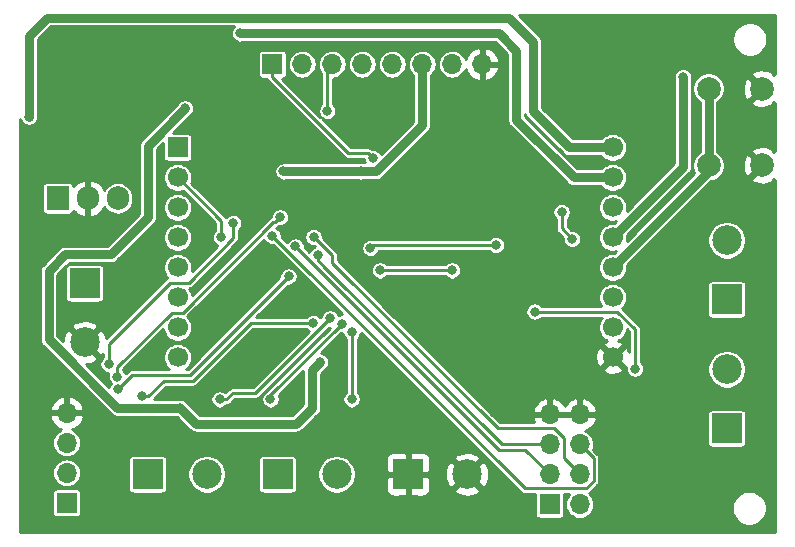
<source format=gbr>
G04 #@! TF.GenerationSoftware,KiCad,Pcbnew,5.1.2*
G04 #@! TF.CreationDate,2019-05-23T10:46:26+02:00*
G04 #@! TF.ProjectId,pcb,7063622e-6b69-4636-9164-5f7063625858,rev?*
G04 #@! TF.SameCoordinates,Original*
G04 #@! TF.FileFunction,Copper,L2,Bot*
G04 #@! TF.FilePolarity,Positive*
%FSLAX46Y46*%
G04 Gerber Fmt 4.6, Leading zero omitted, Abs format (unit mm)*
G04 Created by KiCad (PCBNEW 5.1.2) date 2019-05-23 10:46:26*
%MOMM*%
%LPD*%
G04 APERTURE LIST*
%ADD10C,2.500000*%
%ADD11R,2.500000X2.500000*%
%ADD12R,1.700000X1.700000*%
%ADD13C,1.700000*%
%ADD14O,1.700000X1.700000*%
%ADD15C,2.000000*%
%ADD16R,1.905000X2.000000*%
%ADD17O,1.905000X2.000000*%
%ADD18C,0.800000*%
%ADD19C,0.250000*%
%ADD20C,0.750000*%
G04 APERTURE END LIST*
D10*
X106346000Y-79502000D03*
D11*
X101346000Y-79502000D03*
D12*
X103886000Y-51816000D03*
D13*
X103886000Y-54356000D03*
X103886000Y-56896000D03*
X103886000Y-59436000D03*
X103886000Y-61976000D03*
X103886000Y-64516000D03*
X103886000Y-67056000D03*
X103886000Y-69596000D03*
X140716000Y-69596000D03*
X140716000Y-67056000D03*
X140716000Y-64516000D03*
X140716000Y-61976000D03*
X140716000Y-59436000D03*
X140716000Y-56896000D03*
X140716000Y-54356000D03*
X140716000Y-51816000D03*
D12*
X94488000Y-81915000D03*
D14*
X94488000Y-79375000D03*
X94488000Y-76835000D03*
X94488000Y-74295000D03*
D12*
X111887000Y-44767500D03*
D14*
X114427000Y-44767500D03*
X116967000Y-44767500D03*
X119507000Y-44767500D03*
X122047000Y-44767500D03*
X124587000Y-44767500D03*
X127127000Y-44767500D03*
X129667000Y-44767500D03*
D15*
X153344000Y-53340000D03*
X148844000Y-53340000D03*
X153344000Y-46840000D03*
X148844000Y-46840000D03*
D16*
X93726000Y-56134000D03*
D17*
X96266000Y-56134000D03*
X98806000Y-56134000D03*
D10*
X150368000Y-70612000D03*
D11*
X150368000Y-75612000D03*
X150368000Y-64690000D03*
D10*
X150368000Y-59690000D03*
D11*
X96012000Y-63326000D03*
D10*
X96012000Y-68326000D03*
D11*
X112344200Y-79502000D03*
D10*
X117344200Y-79502000D03*
X128393200Y-79502000D03*
D11*
X123393200Y-79502000D03*
D12*
X135382000Y-82042000D03*
D14*
X137922000Y-82042000D03*
X135382000Y-79502000D03*
X137922000Y-79502000D03*
X135382000Y-76962000D03*
X137922000Y-76962000D03*
X135382000Y-74422000D03*
X137922000Y-74422000D03*
D18*
X107569000Y-59436000D03*
X129590800Y-69875400D03*
X127482600Y-69875400D03*
X105867200Y-65430400D03*
X112217200Y-61772800D03*
X109524800Y-55880000D03*
X114020600Y-54914800D03*
X121412000Y-58039000D03*
X114223800Y-58191400D03*
X144119600Y-77749400D03*
X137972800Y-64312800D03*
X110159800Y-69164200D03*
X146685000Y-45847000D03*
X112839500Y-53848000D03*
X119380000Y-53848000D03*
X115951000Y-69977000D03*
X104521000Y-48514000D03*
X115239800Y-73888600D03*
X104114600Y-73888600D03*
X91313000Y-49212500D03*
X137287000Y-59563000D03*
X136398000Y-57277000D03*
X113284000Y-62738000D03*
X98856800Y-72263000D03*
X112541545Y-57740952D03*
X98755200Y-71221600D03*
X108589998Y-58224502D03*
X98044000Y-70180200D03*
X120396000Y-52705000D03*
X116560600Y-48742600D03*
X115773200Y-60909200D03*
X113855500Y-60198000D03*
X115390118Y-59382999D03*
X111912400Y-59334400D03*
X142621000Y-70548500D03*
X134112000Y-65722500D03*
X115374847Y-66670347D03*
X100838000Y-72898002D03*
X116776500Y-66294000D03*
X107442000Y-73152004D03*
X118618000Y-67437000D03*
X118618000Y-73151998D03*
X117792500Y-66738500D03*
X111742000Y-73152006D03*
X127127000Y-62230000D03*
X121031000Y-62230000D03*
X130819153Y-60080153D03*
X120205500Y-60325000D03*
X109156500Y-42164000D03*
D19*
X103886000Y-54356000D02*
X107569000Y-58039000D01*
X107569000Y-58039000D02*
X107569000Y-59436000D01*
D20*
X105867200Y-65430400D02*
X108559600Y-65430400D01*
X112217200Y-61772800D02*
X112217200Y-61772800D01*
X148844000Y-53848000D02*
X148844000Y-53340000D01*
X140716000Y-61976000D02*
X148844000Y-53848000D01*
X148844000Y-46840000D02*
X148844000Y-53340000D01*
X140716000Y-59436000D02*
X146685000Y-53467000D01*
X146685000Y-53467000D02*
X146685000Y-45847000D01*
X112839500Y-53848000D02*
X119380000Y-53848000D01*
X124587000Y-45969581D02*
X124587000Y-44767500D01*
X120696002Y-53848000D02*
X124587000Y-49957002D01*
X124587000Y-49957002D02*
X124587000Y-45969581D01*
X119380000Y-53848000D02*
X120696002Y-53848000D01*
X115252500Y-73152000D02*
X115252500Y-70675500D01*
X115252500Y-70675500D02*
X115951000Y-69977000D01*
X115252500Y-73152000D02*
X115252500Y-73875900D01*
X115252500Y-73875900D02*
X115239800Y-73888600D01*
X105435400Y-75209400D02*
X104114600Y-73888600D01*
X115239800Y-73888600D02*
X113919000Y-75209400D01*
X113919000Y-75209400D02*
X105435400Y-75209400D01*
X98785398Y-73888600D02*
X104114600Y-73888600D01*
X92964000Y-68067202D02*
X98785398Y-73888600D01*
X101371400Y-51663600D02*
X101371400Y-57734200D01*
X92964000Y-62306200D02*
X92964000Y-68067202D01*
X104521000Y-48514000D02*
X101371400Y-51663600D01*
X101371400Y-57734200D02*
X98221800Y-60883800D01*
X98221800Y-60883800D02*
X94386400Y-60883800D01*
X94386400Y-60883800D02*
X92964000Y-62306200D01*
X140716000Y-51816000D02*
X137033000Y-51816000D01*
X137033000Y-51816000D02*
X133985000Y-48768000D01*
X133985000Y-48768000D02*
X133985000Y-42862500D01*
X133985000Y-42862500D02*
X131953000Y-40830500D01*
X131953000Y-40830500D02*
X112390498Y-40830500D01*
X112390498Y-40830500D02*
X108966000Y-40830500D01*
X108966000Y-40830500D02*
X92837000Y-40830500D01*
X92837000Y-40830500D02*
X91313000Y-42354500D01*
X91313000Y-42354500D02*
X91313000Y-49212500D01*
D19*
X137287000Y-59563000D02*
X136398000Y-58674000D01*
X136398000Y-58674000D02*
X136398000Y-57277000D01*
X99256799Y-71863001D02*
X98856800Y-72263000D01*
X100050600Y-71069200D02*
X99256799Y-71863001D01*
X104952800Y-71069200D02*
X100050600Y-71069200D01*
X113284000Y-62738000D02*
X104952800Y-71069200D01*
X112141546Y-58140951D02*
X111982047Y-58140951D01*
X104311598Y-65811400D02*
X103391598Y-65811400D01*
X112541545Y-57740952D02*
X112141546Y-58140951D01*
X111982047Y-58140951D02*
X104311598Y-65811400D01*
X103391598Y-65811400D02*
X98786296Y-70416702D01*
X98786296Y-70416702D02*
X98786296Y-71190504D01*
X98786296Y-71190504D02*
X98755200Y-71221600D01*
X103225600Y-63271400D02*
X98061286Y-68435714D01*
X104806602Y-63271400D02*
X103225600Y-63271400D01*
X108589998Y-58224502D02*
X108589998Y-59488004D01*
X108589998Y-59488004D02*
X104806602Y-63271400D01*
X98061286Y-68435714D02*
X98061286Y-70162914D01*
X98061286Y-70162914D02*
X98044000Y-70180200D01*
X111887000Y-45867500D02*
X111887000Y-44767500D01*
X118324501Y-52305001D02*
X111887000Y-45867500D01*
X119996001Y-52305001D02*
X118324501Y-52305001D01*
X120396000Y-52705000D02*
X119996001Y-52305001D01*
X116560600Y-45173900D02*
X116967000Y-44767500D01*
X116560600Y-48742600D02*
X116560600Y-45173900D01*
X135382000Y-76962000D02*
X131318000Y-76962000D01*
X131318000Y-76962000D02*
X116205000Y-61849000D01*
X115798600Y-61442600D02*
X116172715Y-61816715D01*
X115798600Y-60934600D02*
X115773200Y-60909200D01*
X115798600Y-61442600D02*
X115798600Y-60934600D01*
X131076499Y-77418999D02*
X113855500Y-60198000D01*
X135382000Y-79502000D02*
X133298999Y-77418999D01*
X133298999Y-77418999D02*
X131076499Y-77418999D01*
X136557001Y-78137001D02*
X136557001Y-76397999D01*
X137922000Y-79502000D02*
X136557001Y-78137001D01*
X116967000Y-61595000D02*
X116967000Y-60959881D01*
X116967000Y-60959881D02*
X115390118Y-59382999D01*
X136557001Y-76397999D02*
X135756003Y-75597001D01*
X135756003Y-75597001D02*
X130969001Y-75597001D01*
X130969001Y-75597001D02*
X116967000Y-61595000D01*
X139097001Y-78137001D02*
X139097001Y-80066001D01*
X137922000Y-76962000D02*
X139097001Y-78137001D01*
X139097001Y-80066001D02*
X138486001Y-80677001D01*
X138486001Y-80677001D02*
X133261499Y-80677001D01*
X133261499Y-80677001D02*
X112458500Y-59874002D01*
X112458500Y-59874002D02*
X112452002Y-59874002D01*
X112452002Y-59874002D02*
X111912400Y-59334400D01*
X142621000Y-67221998D02*
X141121502Y-65722500D01*
X142621000Y-70548500D02*
X142621000Y-67221998D01*
X141121502Y-65722500D02*
X134112000Y-65722500D01*
X101403685Y-72898002D02*
X100838000Y-72898002D01*
X102724487Y-71577200D02*
X101403685Y-72898002D01*
X105156000Y-71577200D02*
X102724487Y-71577200D01*
X115374847Y-66670347D02*
X110062853Y-66670347D01*
X110062853Y-66670347D02*
X105156000Y-71577200D01*
X108007685Y-73152004D02*
X107442000Y-73152004D01*
X108566489Y-72593200D02*
X108007685Y-73152004D01*
X116776500Y-66294000D02*
X110477300Y-72593200D01*
X110477300Y-72593200D02*
X108566489Y-72593200D01*
X118618000Y-67437000D02*
X118618000Y-73151998D01*
X111742000Y-72789000D02*
X111742000Y-73152006D01*
X117792500Y-66738500D02*
X111742000Y-72789000D01*
X127127000Y-62230000D02*
X121031000Y-62230000D01*
X130819153Y-60080153D02*
X120450347Y-60080153D01*
X120450347Y-60080153D02*
X120205500Y-60325000D01*
D20*
X109156500Y-42164000D02*
X131064000Y-42164000D01*
X131064000Y-42164000D02*
X132524500Y-43624500D01*
X132524500Y-43624500D02*
X132524500Y-49466500D01*
X137414000Y-54356000D02*
X140716000Y-54356000D01*
X132524500Y-49466500D02*
X137414000Y-54356000D01*
D19*
G36*
X154425000Y-45612638D02*
G01*
X154406963Y-45594601D01*
X154292913Y-45708651D01*
X154196410Y-45447291D01*
X153908327Y-45307754D01*
X153598557Y-45227101D01*
X153279005Y-45208431D01*
X152961951Y-45252461D01*
X152659579Y-45357500D01*
X152491590Y-45447291D01*
X152395086Y-45708652D01*
X153344000Y-46657566D01*
X153358142Y-46643424D01*
X153540576Y-46825858D01*
X153526434Y-46840000D01*
X153540576Y-46854142D01*
X153358142Y-47036576D01*
X153344000Y-47022434D01*
X152395086Y-47971348D01*
X152491590Y-48232709D01*
X152779673Y-48372246D01*
X153089443Y-48452899D01*
X153408995Y-48471569D01*
X153726049Y-48427539D01*
X154028421Y-48322500D01*
X154196410Y-48232709D01*
X154292913Y-47971349D01*
X154406963Y-48085399D01*
X154425000Y-48067362D01*
X154425000Y-52112638D01*
X154406963Y-52094601D01*
X154292913Y-52208651D01*
X154196410Y-51947291D01*
X153908327Y-51807754D01*
X153598557Y-51727101D01*
X153279005Y-51708431D01*
X152961951Y-51752461D01*
X152659579Y-51857500D01*
X152491590Y-51947291D01*
X152395086Y-52208652D01*
X153344000Y-53157566D01*
X153358142Y-53143424D01*
X153540576Y-53325858D01*
X153526434Y-53340000D01*
X153540576Y-53354142D01*
X153358142Y-53536576D01*
X153344000Y-53522434D01*
X152395086Y-54471348D01*
X152491590Y-54732709D01*
X152779673Y-54872246D01*
X153089443Y-54952899D01*
X153408995Y-54971569D01*
X153726049Y-54927539D01*
X154028421Y-54822500D01*
X154196410Y-54732709D01*
X154292913Y-54471349D01*
X154406963Y-54585399D01*
X154425000Y-54567362D01*
X154425001Y-84425000D01*
X90575000Y-84425000D01*
X90575000Y-81065000D01*
X93261186Y-81065000D01*
X93261186Y-82765000D01*
X93268426Y-82838513D01*
X93289869Y-82909200D01*
X93324691Y-82974347D01*
X93371552Y-83031448D01*
X93428653Y-83078309D01*
X93493800Y-83113131D01*
X93564487Y-83134574D01*
X93638000Y-83141814D01*
X95338000Y-83141814D01*
X95411513Y-83134574D01*
X95482200Y-83113131D01*
X95547347Y-83078309D01*
X95604448Y-83031448D01*
X95651309Y-82974347D01*
X95686131Y-82909200D01*
X95707574Y-82838513D01*
X95714814Y-82765000D01*
X95714814Y-81065000D01*
X95707574Y-80991487D01*
X95686131Y-80920800D01*
X95651309Y-80855653D01*
X95604448Y-80798552D01*
X95547347Y-80751691D01*
X95482200Y-80716869D01*
X95411513Y-80695426D01*
X95338000Y-80688186D01*
X93638000Y-80688186D01*
X93564487Y-80695426D01*
X93493800Y-80716869D01*
X93428653Y-80751691D01*
X93371552Y-80798552D01*
X93324691Y-80855653D01*
X93289869Y-80920800D01*
X93268426Y-80991487D01*
X93261186Y-81065000D01*
X90575000Y-81065000D01*
X90575000Y-79375000D01*
X93257073Y-79375000D01*
X93280725Y-79615142D01*
X93350772Y-79846055D01*
X93464522Y-80058866D01*
X93617603Y-80245397D01*
X93804134Y-80398478D01*
X94016945Y-80512228D01*
X94247858Y-80582275D01*
X94427822Y-80600000D01*
X94548178Y-80600000D01*
X94728142Y-80582275D01*
X94959055Y-80512228D01*
X95171866Y-80398478D01*
X95358397Y-80245397D01*
X95511478Y-80058866D01*
X95625228Y-79846055D01*
X95695275Y-79615142D01*
X95718927Y-79375000D01*
X95695275Y-79134858D01*
X95625228Y-78903945D01*
X95511478Y-78691134D01*
X95358397Y-78504603D01*
X95171866Y-78351522D01*
X94985674Y-78252000D01*
X99719186Y-78252000D01*
X99719186Y-80752000D01*
X99726426Y-80825513D01*
X99747869Y-80896200D01*
X99782691Y-80961347D01*
X99829552Y-81018448D01*
X99886653Y-81065309D01*
X99951800Y-81100131D01*
X100022487Y-81121574D01*
X100096000Y-81128814D01*
X102596000Y-81128814D01*
X102669513Y-81121574D01*
X102740200Y-81100131D01*
X102805347Y-81065309D01*
X102862448Y-81018448D01*
X102909309Y-80961347D01*
X102944131Y-80896200D01*
X102965574Y-80825513D01*
X102972814Y-80752000D01*
X102972814Y-79341951D01*
X104721000Y-79341951D01*
X104721000Y-79662049D01*
X104783448Y-79975995D01*
X104905943Y-80271726D01*
X105083780Y-80537877D01*
X105310123Y-80764220D01*
X105576274Y-80942057D01*
X105872005Y-81064552D01*
X106185951Y-81127000D01*
X106506049Y-81127000D01*
X106819995Y-81064552D01*
X107115726Y-80942057D01*
X107381877Y-80764220D01*
X107608220Y-80537877D01*
X107786057Y-80271726D01*
X107908552Y-79975995D01*
X107971000Y-79662049D01*
X107971000Y-79341951D01*
X107908552Y-79028005D01*
X107786057Y-78732274D01*
X107608220Y-78466123D01*
X107394097Y-78252000D01*
X110717386Y-78252000D01*
X110717386Y-80752000D01*
X110724626Y-80825513D01*
X110746069Y-80896200D01*
X110780891Y-80961347D01*
X110827752Y-81018448D01*
X110884853Y-81065309D01*
X110950000Y-81100131D01*
X111020687Y-81121574D01*
X111094200Y-81128814D01*
X113594200Y-81128814D01*
X113667713Y-81121574D01*
X113738400Y-81100131D01*
X113803547Y-81065309D01*
X113860648Y-81018448D01*
X113907509Y-80961347D01*
X113942331Y-80896200D01*
X113963774Y-80825513D01*
X113971014Y-80752000D01*
X113971014Y-79341951D01*
X115719200Y-79341951D01*
X115719200Y-79662049D01*
X115781648Y-79975995D01*
X115904143Y-80271726D01*
X116081980Y-80537877D01*
X116308323Y-80764220D01*
X116574474Y-80942057D01*
X116870205Y-81064552D01*
X117184151Y-81127000D01*
X117504249Y-81127000D01*
X117818195Y-81064552D01*
X118113926Y-80942057D01*
X118380077Y-80764220D01*
X118392297Y-80752000D01*
X121515176Y-80752000D01*
X121527243Y-80874521D01*
X121562981Y-80992334D01*
X121621017Y-81100911D01*
X121699120Y-81196080D01*
X121794289Y-81274183D01*
X121902866Y-81332219D01*
X122020679Y-81367957D01*
X122143200Y-81380024D01*
X123107950Y-81377000D01*
X123264200Y-81220750D01*
X123264200Y-79631000D01*
X123522200Y-79631000D01*
X123522200Y-81220750D01*
X123678450Y-81377000D01*
X124643200Y-81380024D01*
X124765721Y-81367957D01*
X124883534Y-81332219D01*
X124992111Y-81274183D01*
X125087280Y-81196080D01*
X125165383Y-81100911D01*
X125223419Y-80992334D01*
X125259157Y-80874521D01*
X125265357Y-80811562D01*
X127266072Y-80811562D01*
X127392732Y-81098494D01*
X127723416Y-81262999D01*
X128079841Y-81359830D01*
X128448306Y-81385266D01*
X128814655Y-81338329D01*
X129164806Y-81220822D01*
X129393668Y-81098494D01*
X129520328Y-80811562D01*
X128393200Y-79684434D01*
X127266072Y-80811562D01*
X125265357Y-80811562D01*
X125271224Y-80752000D01*
X125268200Y-79787250D01*
X125111950Y-79631000D01*
X123522200Y-79631000D01*
X123264200Y-79631000D01*
X121674450Y-79631000D01*
X121518200Y-79787250D01*
X121515176Y-80752000D01*
X118392297Y-80752000D01*
X118606420Y-80537877D01*
X118784257Y-80271726D01*
X118906752Y-79975995D01*
X118969200Y-79662049D01*
X118969200Y-79557106D01*
X126509934Y-79557106D01*
X126556871Y-79923455D01*
X126674378Y-80273606D01*
X126796706Y-80502468D01*
X127083638Y-80629128D01*
X128210766Y-79502000D01*
X128575634Y-79502000D01*
X129702762Y-80629128D01*
X129989694Y-80502468D01*
X130154199Y-80171784D01*
X130251030Y-79815359D01*
X130276466Y-79446894D01*
X130229529Y-79080545D01*
X130112022Y-78730394D01*
X129989694Y-78501532D01*
X129702762Y-78374872D01*
X128575634Y-79502000D01*
X128210766Y-79502000D01*
X127083638Y-78374872D01*
X126796706Y-78501532D01*
X126632201Y-78832216D01*
X126535370Y-79188641D01*
X126509934Y-79557106D01*
X118969200Y-79557106D01*
X118969200Y-79341951D01*
X118906752Y-79028005D01*
X118784257Y-78732274D01*
X118606420Y-78466123D01*
X118392297Y-78252000D01*
X121515176Y-78252000D01*
X121518200Y-79216750D01*
X121674450Y-79373000D01*
X123264200Y-79373000D01*
X123264200Y-77783250D01*
X123522200Y-77783250D01*
X123522200Y-79373000D01*
X125111950Y-79373000D01*
X125268200Y-79216750D01*
X125271224Y-78252000D01*
X125265358Y-78192438D01*
X127266072Y-78192438D01*
X128393200Y-79319566D01*
X129520328Y-78192438D01*
X129393668Y-77905506D01*
X129062984Y-77741001D01*
X128706559Y-77644170D01*
X128338094Y-77618734D01*
X127971745Y-77665671D01*
X127621594Y-77783178D01*
X127392732Y-77905506D01*
X127266072Y-78192438D01*
X125265358Y-78192438D01*
X125259157Y-78129479D01*
X125223419Y-78011666D01*
X125165383Y-77903089D01*
X125087280Y-77807920D01*
X124992111Y-77729817D01*
X124883534Y-77671781D01*
X124765721Y-77636043D01*
X124643200Y-77623976D01*
X123678450Y-77627000D01*
X123522200Y-77783250D01*
X123264200Y-77783250D01*
X123107950Y-77627000D01*
X122143200Y-77623976D01*
X122020679Y-77636043D01*
X121902866Y-77671781D01*
X121794289Y-77729817D01*
X121699120Y-77807920D01*
X121621017Y-77903089D01*
X121562981Y-78011666D01*
X121527243Y-78129479D01*
X121515176Y-78252000D01*
X118392297Y-78252000D01*
X118380077Y-78239780D01*
X118113926Y-78061943D01*
X117818195Y-77939448D01*
X117504249Y-77877000D01*
X117184151Y-77877000D01*
X116870205Y-77939448D01*
X116574474Y-78061943D01*
X116308323Y-78239780D01*
X116081980Y-78466123D01*
X115904143Y-78732274D01*
X115781648Y-79028005D01*
X115719200Y-79341951D01*
X113971014Y-79341951D01*
X113971014Y-78252000D01*
X113963774Y-78178487D01*
X113942331Y-78107800D01*
X113907509Y-78042653D01*
X113860648Y-77985552D01*
X113803547Y-77938691D01*
X113738400Y-77903869D01*
X113667713Y-77882426D01*
X113594200Y-77875186D01*
X111094200Y-77875186D01*
X111020687Y-77882426D01*
X110950000Y-77903869D01*
X110884853Y-77938691D01*
X110827752Y-77985552D01*
X110780891Y-78042653D01*
X110746069Y-78107800D01*
X110724626Y-78178487D01*
X110717386Y-78252000D01*
X107394097Y-78252000D01*
X107381877Y-78239780D01*
X107115726Y-78061943D01*
X106819995Y-77939448D01*
X106506049Y-77877000D01*
X106185951Y-77877000D01*
X105872005Y-77939448D01*
X105576274Y-78061943D01*
X105310123Y-78239780D01*
X105083780Y-78466123D01*
X104905943Y-78732274D01*
X104783448Y-79028005D01*
X104721000Y-79341951D01*
X102972814Y-79341951D01*
X102972814Y-78252000D01*
X102965574Y-78178487D01*
X102944131Y-78107800D01*
X102909309Y-78042653D01*
X102862448Y-77985552D01*
X102805347Y-77938691D01*
X102740200Y-77903869D01*
X102669513Y-77882426D01*
X102596000Y-77875186D01*
X100096000Y-77875186D01*
X100022487Y-77882426D01*
X99951800Y-77903869D01*
X99886653Y-77938691D01*
X99829552Y-77985552D01*
X99782691Y-78042653D01*
X99747869Y-78107800D01*
X99726426Y-78178487D01*
X99719186Y-78252000D01*
X94985674Y-78252000D01*
X94959055Y-78237772D01*
X94728142Y-78167725D01*
X94548178Y-78150000D01*
X94427822Y-78150000D01*
X94247858Y-78167725D01*
X94016945Y-78237772D01*
X93804134Y-78351522D01*
X93617603Y-78504603D01*
X93464522Y-78691134D01*
X93350772Y-78903945D01*
X93280725Y-79134858D01*
X93257073Y-79375000D01*
X90575000Y-79375000D01*
X90575000Y-74652268D01*
X93056922Y-74652268D01*
X93099610Y-74793009D01*
X93223444Y-75054301D01*
X93395874Y-75286414D01*
X93610274Y-75480427D01*
X93858405Y-75628885D01*
X94035576Y-75692120D01*
X94016945Y-75697772D01*
X93804134Y-75811522D01*
X93617603Y-75964603D01*
X93464522Y-76151134D01*
X93350772Y-76363945D01*
X93280725Y-76594858D01*
X93257073Y-76835000D01*
X93280725Y-77075142D01*
X93350772Y-77306055D01*
X93464522Y-77518866D01*
X93617603Y-77705397D01*
X93804134Y-77858478D01*
X94016945Y-77972228D01*
X94247858Y-78042275D01*
X94427822Y-78060000D01*
X94548178Y-78060000D01*
X94728142Y-78042275D01*
X94959055Y-77972228D01*
X95171866Y-77858478D01*
X95358397Y-77705397D01*
X95511478Y-77518866D01*
X95625228Y-77306055D01*
X95695275Y-77075142D01*
X95718927Y-76835000D01*
X95695275Y-76594858D01*
X95625228Y-76363945D01*
X95511478Y-76151134D01*
X95358397Y-75964603D01*
X95171866Y-75811522D01*
X94959055Y-75697772D01*
X94940424Y-75692120D01*
X95117595Y-75628885D01*
X95365726Y-75480427D01*
X95580126Y-75286414D01*
X95752556Y-75054301D01*
X95876390Y-74793009D01*
X95919078Y-74652268D01*
X95800425Y-74424000D01*
X94617000Y-74424000D01*
X94617000Y-74444000D01*
X94359000Y-74444000D01*
X94359000Y-74424000D01*
X93175575Y-74424000D01*
X93056922Y-74652268D01*
X90575000Y-74652268D01*
X90575000Y-73937732D01*
X93056922Y-73937732D01*
X93175575Y-74166000D01*
X94359000Y-74166000D01*
X94359000Y-72981897D01*
X94617000Y-72981897D01*
X94617000Y-74166000D01*
X95800425Y-74166000D01*
X95919078Y-73937732D01*
X95876390Y-73796991D01*
X95752556Y-73535699D01*
X95580126Y-73303586D01*
X95365726Y-73109573D01*
X95117595Y-72961115D01*
X94845269Y-72863917D01*
X94617000Y-72981897D01*
X94359000Y-72981897D01*
X94130731Y-72863917D01*
X93858405Y-72961115D01*
X93610274Y-73109573D01*
X93395874Y-73303586D01*
X93223444Y-73535699D01*
X93099610Y-73796991D01*
X93056922Y-73937732D01*
X90575000Y-73937732D01*
X90575000Y-62306200D01*
X92210373Y-62306200D01*
X92214000Y-62343027D01*
X92214001Y-68030365D01*
X92210373Y-68067202D01*
X92224853Y-68214227D01*
X92267739Y-68355602D01*
X92297432Y-68411154D01*
X92337382Y-68485895D01*
X92357509Y-68510419D01*
X92407624Y-68571485D01*
X92407627Y-68571488D01*
X92431106Y-68600097D01*
X92459715Y-68623576D01*
X98229023Y-74392885D01*
X98252503Y-74421495D01*
X98366705Y-74515219D01*
X98496997Y-74584861D01*
X98638372Y-74627747D01*
X98748563Y-74638600D01*
X98748570Y-74638600D01*
X98785397Y-74642227D01*
X98822225Y-74638600D01*
X103803941Y-74638600D01*
X104879030Y-75713691D01*
X104902505Y-75742295D01*
X104931108Y-75765769D01*
X104931115Y-75765776D01*
X104959741Y-75789268D01*
X105016707Y-75836019D01*
X105146999Y-75905661D01*
X105255326Y-75938522D01*
X105288373Y-75948547D01*
X105303217Y-75950009D01*
X105398565Y-75959400D01*
X105398571Y-75959400D01*
X105435399Y-75963027D01*
X105472227Y-75959400D01*
X113882173Y-75959400D01*
X113919000Y-75963027D01*
X113955827Y-75959400D01*
X113955835Y-75959400D01*
X114066026Y-75948547D01*
X114207401Y-75905661D01*
X114337693Y-75836019D01*
X114451895Y-75742295D01*
X114475378Y-75713681D01*
X115627286Y-74561774D01*
X115733834Y-74490582D01*
X115841782Y-74382634D01*
X115926596Y-74255700D01*
X115985017Y-74114659D01*
X116014800Y-73964931D01*
X116014800Y-73812269D01*
X116002500Y-73750433D01*
X116002500Y-70986159D01*
X116338483Y-70650176D01*
X116445034Y-70578982D01*
X116552982Y-70471034D01*
X116637796Y-70344100D01*
X116696217Y-70203059D01*
X116726000Y-70053331D01*
X116726000Y-69900669D01*
X116696217Y-69750941D01*
X116637796Y-69609900D01*
X116552982Y-69482966D01*
X116445034Y-69375018D01*
X116318100Y-69290204D01*
X116177059Y-69231783D01*
X116034650Y-69203456D01*
X117724606Y-67513500D01*
X117843034Y-67513500D01*
X117872783Y-67663059D01*
X117931204Y-67804100D01*
X118016018Y-67931034D01*
X118118000Y-68033016D01*
X118118001Y-72555981D01*
X118016018Y-72657964D01*
X117931204Y-72784898D01*
X117872783Y-72925939D01*
X117843000Y-73075667D01*
X117843000Y-73228329D01*
X117872783Y-73378057D01*
X117931204Y-73519098D01*
X118016018Y-73646032D01*
X118123966Y-73753980D01*
X118250900Y-73838794D01*
X118391941Y-73897215D01*
X118541669Y-73926998D01*
X118694331Y-73926998D01*
X118844059Y-73897215D01*
X118985100Y-73838794D01*
X119112034Y-73753980D01*
X119219982Y-73646032D01*
X119304796Y-73519098D01*
X119363217Y-73378057D01*
X119393000Y-73228329D01*
X119393000Y-73075667D01*
X119363217Y-72925939D01*
X119304796Y-72784898D01*
X119219982Y-72657964D01*
X119118000Y-72555982D01*
X119118000Y-68033016D01*
X119219982Y-67931034D01*
X119304796Y-67804100D01*
X119363217Y-67663059D01*
X119392622Y-67515230D01*
X132890579Y-81013188D01*
X132906235Y-81032265D01*
X132982370Y-81094747D01*
X133069232Y-81141176D01*
X133163482Y-81169766D01*
X133236939Y-81177001D01*
X133236948Y-81177001D01*
X133261498Y-81179419D01*
X133286048Y-81177001D01*
X134156663Y-81177001D01*
X134155186Y-81192000D01*
X134155186Y-82892000D01*
X134162426Y-82965513D01*
X134183869Y-83036200D01*
X134218691Y-83101347D01*
X134265552Y-83158448D01*
X134322653Y-83205309D01*
X134387800Y-83240131D01*
X134458487Y-83261574D01*
X134532000Y-83268814D01*
X136232000Y-83268814D01*
X136305513Y-83261574D01*
X136376200Y-83240131D01*
X136441347Y-83205309D01*
X136498448Y-83158448D01*
X136545309Y-83101347D01*
X136580131Y-83036200D01*
X136601574Y-82965513D01*
X136608814Y-82892000D01*
X136608814Y-81192000D01*
X136607337Y-81177001D01*
X137047173Y-81177001D01*
X136898522Y-81358134D01*
X136784772Y-81570945D01*
X136714725Y-81801858D01*
X136691073Y-82042000D01*
X136714725Y-82282142D01*
X136784772Y-82513055D01*
X136898522Y-82725866D01*
X137051603Y-82912397D01*
X137238134Y-83065478D01*
X137450945Y-83179228D01*
X137681858Y-83249275D01*
X137861822Y-83267000D01*
X137982178Y-83267000D01*
X138162142Y-83249275D01*
X138393055Y-83179228D01*
X138605866Y-83065478D01*
X138792397Y-82912397D01*
X138945478Y-82725866D01*
X139059228Y-82513055D01*
X139129275Y-82282142D01*
X139135964Y-82214225D01*
X150798000Y-82214225D01*
X150798000Y-82504775D01*
X150854683Y-82789742D01*
X150965872Y-83058175D01*
X151127293Y-83299758D01*
X151332742Y-83505207D01*
X151574325Y-83666628D01*
X151842758Y-83777817D01*
X152127725Y-83834500D01*
X152418275Y-83834500D01*
X152703242Y-83777817D01*
X152971675Y-83666628D01*
X153213258Y-83505207D01*
X153418707Y-83299758D01*
X153580128Y-83058175D01*
X153691317Y-82789742D01*
X153748000Y-82504775D01*
X153748000Y-82214225D01*
X153691317Y-81929258D01*
X153580128Y-81660825D01*
X153418707Y-81419242D01*
X153213258Y-81213793D01*
X152971675Y-81052372D01*
X152703242Y-80941183D01*
X152418275Y-80884500D01*
X152127725Y-80884500D01*
X151842758Y-80941183D01*
X151574325Y-81052372D01*
X151332742Y-81213793D01*
X151127293Y-81419242D01*
X150965872Y-81660825D01*
X150854683Y-81929258D01*
X150798000Y-82214225D01*
X139135964Y-82214225D01*
X139152927Y-82042000D01*
X139129275Y-81801858D01*
X139059228Y-81570945D01*
X138945478Y-81358134D01*
X138792397Y-81171603D01*
X138724930Y-81116235D01*
X138765130Y-81094747D01*
X138841265Y-81032265D01*
X138856930Y-81013177D01*
X139433187Y-80436921D01*
X139452265Y-80421265D01*
X139514747Y-80345130D01*
X139561176Y-80258268D01*
X139589766Y-80164018D01*
X139597001Y-80090561D01*
X139597001Y-80090552D01*
X139599419Y-80066002D01*
X139597001Y-80041452D01*
X139597001Y-78161550D01*
X139599419Y-78137000D01*
X139597001Y-78112450D01*
X139597001Y-78112441D01*
X139589766Y-78038984D01*
X139561176Y-77944734D01*
X139514747Y-77857872D01*
X139452265Y-77781737D01*
X139433188Y-77766081D01*
X139068755Y-77401649D01*
X139129275Y-77202142D01*
X139152927Y-76962000D01*
X139129275Y-76721858D01*
X139059228Y-76490945D01*
X138945478Y-76278134D01*
X138792397Y-76091603D01*
X138605866Y-75938522D01*
X138393055Y-75824772D01*
X138374424Y-75819120D01*
X138551595Y-75755885D01*
X138799726Y-75607427D01*
X139014126Y-75413414D01*
X139186556Y-75181301D01*
X139310390Y-74920009D01*
X139353078Y-74779268D01*
X139234425Y-74551000D01*
X138051000Y-74551000D01*
X138051000Y-74571000D01*
X137793000Y-74571000D01*
X137793000Y-74551000D01*
X135511000Y-74551000D01*
X135511000Y-74571000D01*
X135253000Y-74571000D01*
X135253000Y-74551000D01*
X134069575Y-74551000D01*
X133950922Y-74779268D01*
X133993610Y-74920009D01*
X134077492Y-75097001D01*
X131176108Y-75097001D01*
X130441107Y-74362000D01*
X148741186Y-74362000D01*
X148741186Y-76862000D01*
X148748426Y-76935513D01*
X148769869Y-77006200D01*
X148804691Y-77071347D01*
X148851552Y-77128448D01*
X148908653Y-77175309D01*
X148973800Y-77210131D01*
X149044487Y-77231574D01*
X149118000Y-77238814D01*
X151618000Y-77238814D01*
X151691513Y-77231574D01*
X151762200Y-77210131D01*
X151827347Y-77175309D01*
X151884448Y-77128448D01*
X151931309Y-77071347D01*
X151966131Y-77006200D01*
X151987574Y-76935513D01*
X151994814Y-76862000D01*
X151994814Y-74362000D01*
X151987574Y-74288487D01*
X151966131Y-74217800D01*
X151931309Y-74152653D01*
X151884448Y-74095552D01*
X151827347Y-74048691D01*
X151762200Y-74013869D01*
X151691513Y-73992426D01*
X151618000Y-73985186D01*
X149118000Y-73985186D01*
X149044487Y-73992426D01*
X148973800Y-74013869D01*
X148908653Y-74048691D01*
X148851552Y-74095552D01*
X148804691Y-74152653D01*
X148769869Y-74217800D01*
X148748426Y-74288487D01*
X148741186Y-74362000D01*
X130441107Y-74362000D01*
X130143839Y-74064732D01*
X133950922Y-74064732D01*
X134069575Y-74293000D01*
X135253000Y-74293000D01*
X135253000Y-73108897D01*
X135511000Y-73108897D01*
X135511000Y-74293000D01*
X137793000Y-74293000D01*
X137793000Y-73108897D01*
X138051000Y-73108897D01*
X138051000Y-74293000D01*
X139234425Y-74293000D01*
X139353078Y-74064732D01*
X139310390Y-73923991D01*
X139186556Y-73662699D01*
X139014126Y-73430586D01*
X138799726Y-73236573D01*
X138551595Y-73088115D01*
X138279269Y-72990917D01*
X138051000Y-73108897D01*
X137793000Y-73108897D01*
X137564731Y-72990917D01*
X137292405Y-73088115D01*
X137044274Y-73236573D01*
X136829874Y-73430586D01*
X136657444Y-73662699D01*
X136652000Y-73674186D01*
X136646556Y-73662699D01*
X136474126Y-73430586D01*
X136259726Y-73236573D01*
X136011595Y-73088115D01*
X135739269Y-72990917D01*
X135511000Y-73108897D01*
X135253000Y-73108897D01*
X135024731Y-72990917D01*
X134752405Y-73088115D01*
X134504274Y-73236573D01*
X134289874Y-73430586D01*
X134117444Y-73662699D01*
X133993610Y-73923991D01*
X133950922Y-74064732D01*
X130143839Y-74064732D01*
X126699420Y-70620313D01*
X139874121Y-70620313D01*
X139952491Y-70866348D01*
X140214994Y-70990892D01*
X140496751Y-71061830D01*
X140786933Y-71076438D01*
X141074389Y-71034154D01*
X141348073Y-70936602D01*
X141479509Y-70866348D01*
X141557879Y-70620313D01*
X140716000Y-69778434D01*
X139874121Y-70620313D01*
X126699420Y-70620313D01*
X125746040Y-69666933D01*
X139235562Y-69666933D01*
X139277846Y-69954389D01*
X139375398Y-70228073D01*
X139445652Y-70359509D01*
X139691687Y-70437879D01*
X140533566Y-69596000D01*
X139691687Y-68754121D01*
X139445652Y-68832491D01*
X139321108Y-69094994D01*
X139250170Y-69376751D01*
X139235562Y-69666933D01*
X125746040Y-69666933D01*
X121725276Y-65646169D01*
X133337000Y-65646169D01*
X133337000Y-65798831D01*
X133366783Y-65948559D01*
X133425204Y-66089600D01*
X133510018Y-66216534D01*
X133617966Y-66324482D01*
X133744900Y-66409296D01*
X133885941Y-66467717D01*
X134035669Y-66497500D01*
X134188331Y-66497500D01*
X134338059Y-66467717D01*
X134479100Y-66409296D01*
X134606034Y-66324482D01*
X134708016Y-66222500D01*
X139817089Y-66222500D01*
X139764481Y-66275108D01*
X139630419Y-66475745D01*
X139538076Y-66698681D01*
X139491000Y-66935348D01*
X139491000Y-67176652D01*
X139538076Y-67413319D01*
X139630419Y-67636255D01*
X139764481Y-67836892D01*
X139935108Y-68007519D01*
X140135745Y-68141581D01*
X140259467Y-68192828D01*
X140083927Y-68255398D01*
X139952491Y-68325652D01*
X139874121Y-68571687D01*
X140716000Y-69413566D01*
X141557879Y-68571687D01*
X141479509Y-68325652D01*
X141217006Y-68201108D01*
X141176913Y-68191014D01*
X141296255Y-68141581D01*
X141496892Y-68007519D01*
X141667519Y-67836892D01*
X141801581Y-67636255D01*
X141893924Y-67413319D01*
X141928979Y-67237084D01*
X142121001Y-67429106D01*
X142121000Y-69144598D01*
X142056602Y-68963927D01*
X141986348Y-68832491D01*
X141740313Y-68754121D01*
X140898434Y-69596000D01*
X141740313Y-70437879D01*
X141860432Y-70399617D01*
X141846000Y-70472169D01*
X141846000Y-70624831D01*
X141875783Y-70774559D01*
X141934204Y-70915600D01*
X142019018Y-71042534D01*
X142126966Y-71150482D01*
X142253900Y-71235296D01*
X142394941Y-71293717D01*
X142544669Y-71323500D01*
X142697331Y-71323500D01*
X142847059Y-71293717D01*
X142988100Y-71235296D01*
X143115034Y-71150482D01*
X143222982Y-71042534D01*
X143307796Y-70915600D01*
X143366217Y-70774559D01*
X143396000Y-70624831D01*
X143396000Y-70472169D01*
X143391979Y-70451951D01*
X148743000Y-70451951D01*
X148743000Y-70772049D01*
X148805448Y-71085995D01*
X148927943Y-71381726D01*
X149105780Y-71647877D01*
X149332123Y-71874220D01*
X149598274Y-72052057D01*
X149894005Y-72174552D01*
X150207951Y-72237000D01*
X150528049Y-72237000D01*
X150841995Y-72174552D01*
X151137726Y-72052057D01*
X151403877Y-71874220D01*
X151630220Y-71647877D01*
X151808057Y-71381726D01*
X151930552Y-71085995D01*
X151993000Y-70772049D01*
X151993000Y-70451951D01*
X151930552Y-70138005D01*
X151808057Y-69842274D01*
X151630220Y-69576123D01*
X151403877Y-69349780D01*
X151137726Y-69171943D01*
X150841995Y-69049448D01*
X150528049Y-68987000D01*
X150207951Y-68987000D01*
X149894005Y-69049448D01*
X149598274Y-69171943D01*
X149332123Y-69349780D01*
X149105780Y-69576123D01*
X148927943Y-69842274D01*
X148805448Y-70138005D01*
X148743000Y-70451951D01*
X143391979Y-70451951D01*
X143366217Y-70322441D01*
X143307796Y-70181400D01*
X143222982Y-70054466D01*
X143121000Y-69952484D01*
X143121000Y-67246547D01*
X143123418Y-67221997D01*
X143121000Y-67197447D01*
X143121000Y-67197438D01*
X143113765Y-67123981D01*
X143085175Y-67029731D01*
X143038746Y-66942869D01*
X142976264Y-66866734D01*
X142957187Y-66851078D01*
X141535259Y-65429152D01*
X141667519Y-65296892D01*
X141801581Y-65096255D01*
X141893924Y-64873319D01*
X141941000Y-64636652D01*
X141941000Y-64395348D01*
X141893924Y-64158681D01*
X141801581Y-63935745D01*
X141667519Y-63735108D01*
X141496892Y-63564481D01*
X141310594Y-63440000D01*
X148741186Y-63440000D01*
X148741186Y-65940000D01*
X148748426Y-66013513D01*
X148769869Y-66084200D01*
X148804691Y-66149347D01*
X148851552Y-66206448D01*
X148908653Y-66253309D01*
X148973800Y-66288131D01*
X149044487Y-66309574D01*
X149118000Y-66316814D01*
X151618000Y-66316814D01*
X151691513Y-66309574D01*
X151762200Y-66288131D01*
X151827347Y-66253309D01*
X151884448Y-66206448D01*
X151931309Y-66149347D01*
X151966131Y-66084200D01*
X151987574Y-66013513D01*
X151994814Y-65940000D01*
X151994814Y-63440000D01*
X151987574Y-63366487D01*
X151966131Y-63295800D01*
X151931309Y-63230653D01*
X151884448Y-63173552D01*
X151827347Y-63126691D01*
X151762200Y-63091869D01*
X151691513Y-63070426D01*
X151618000Y-63063186D01*
X149118000Y-63063186D01*
X149044487Y-63070426D01*
X148973800Y-63091869D01*
X148908653Y-63126691D01*
X148851552Y-63173552D01*
X148804691Y-63230653D01*
X148769869Y-63295800D01*
X148748426Y-63366487D01*
X148741186Y-63440000D01*
X141310594Y-63440000D01*
X141296255Y-63430419D01*
X141073319Y-63338076D01*
X140836652Y-63291000D01*
X140595348Y-63291000D01*
X140358681Y-63338076D01*
X140135745Y-63430419D01*
X139935108Y-63564481D01*
X139764481Y-63735108D01*
X139630419Y-63935745D01*
X139538076Y-64158681D01*
X139491000Y-64395348D01*
X139491000Y-64636652D01*
X139538076Y-64873319D01*
X139630419Y-65096255D01*
X139714774Y-65222500D01*
X134708016Y-65222500D01*
X134606034Y-65120518D01*
X134479100Y-65035704D01*
X134338059Y-64977283D01*
X134188331Y-64947500D01*
X134035669Y-64947500D01*
X133885941Y-64977283D01*
X133744900Y-65035704D01*
X133617966Y-65120518D01*
X133510018Y-65228466D01*
X133425204Y-65355400D01*
X133366783Y-65496441D01*
X133337000Y-65646169D01*
X121725276Y-65646169D01*
X118232775Y-62153669D01*
X120256000Y-62153669D01*
X120256000Y-62306331D01*
X120285783Y-62456059D01*
X120344204Y-62597100D01*
X120429018Y-62724034D01*
X120536966Y-62831982D01*
X120663900Y-62916796D01*
X120804941Y-62975217D01*
X120954669Y-63005000D01*
X121107331Y-63005000D01*
X121257059Y-62975217D01*
X121398100Y-62916796D01*
X121525034Y-62831982D01*
X121627016Y-62730000D01*
X126530984Y-62730000D01*
X126632966Y-62831982D01*
X126759900Y-62916796D01*
X126900941Y-62975217D01*
X127050669Y-63005000D01*
X127203331Y-63005000D01*
X127353059Y-62975217D01*
X127494100Y-62916796D01*
X127621034Y-62831982D01*
X127728982Y-62724034D01*
X127813796Y-62597100D01*
X127872217Y-62456059D01*
X127902000Y-62306331D01*
X127902000Y-62153669D01*
X127872217Y-62003941D01*
X127813796Y-61862900D01*
X127728982Y-61735966D01*
X127621034Y-61628018D01*
X127494100Y-61543204D01*
X127353059Y-61484783D01*
X127203331Y-61455000D01*
X127050669Y-61455000D01*
X126900941Y-61484783D01*
X126759900Y-61543204D01*
X126632966Y-61628018D01*
X126530984Y-61730000D01*
X121627016Y-61730000D01*
X121525034Y-61628018D01*
X121398100Y-61543204D01*
X121257059Y-61484783D01*
X121107331Y-61455000D01*
X120954669Y-61455000D01*
X120804941Y-61484783D01*
X120663900Y-61543204D01*
X120536966Y-61628018D01*
X120429018Y-61735966D01*
X120344204Y-61862900D01*
X120285783Y-62003941D01*
X120256000Y-62153669D01*
X118232775Y-62153669D01*
X117467000Y-61387895D01*
X117467000Y-60984441D01*
X117469419Y-60959881D01*
X117459765Y-60861864D01*
X117452096Y-60836583D01*
X117431175Y-60767614D01*
X117384746Y-60680752D01*
X117322264Y-60604617D01*
X117303181Y-60588956D01*
X116962894Y-60248669D01*
X119430500Y-60248669D01*
X119430500Y-60401331D01*
X119460283Y-60551059D01*
X119518704Y-60692100D01*
X119603518Y-60819034D01*
X119711466Y-60926982D01*
X119838400Y-61011796D01*
X119979441Y-61070217D01*
X120129169Y-61100000D01*
X120281831Y-61100000D01*
X120431559Y-61070217D01*
X120572600Y-61011796D01*
X120699534Y-60926982D01*
X120807482Y-60819034D01*
X120892296Y-60692100D01*
X120938666Y-60580153D01*
X130223137Y-60580153D01*
X130325119Y-60682135D01*
X130452053Y-60766949D01*
X130593094Y-60825370D01*
X130742822Y-60855153D01*
X130895484Y-60855153D01*
X131045212Y-60825370D01*
X131186253Y-60766949D01*
X131313187Y-60682135D01*
X131421135Y-60574187D01*
X131505949Y-60447253D01*
X131564370Y-60306212D01*
X131594153Y-60156484D01*
X131594153Y-60003822D01*
X131564370Y-59854094D01*
X131505949Y-59713053D01*
X131421135Y-59586119D01*
X131313187Y-59478171D01*
X131186253Y-59393357D01*
X131045212Y-59334936D01*
X130895484Y-59305153D01*
X130742822Y-59305153D01*
X130593094Y-59334936D01*
X130452053Y-59393357D01*
X130325119Y-59478171D01*
X130223137Y-59580153D01*
X120474907Y-59580153D01*
X120450347Y-59577734D01*
X120430892Y-59579650D01*
X120281831Y-59550000D01*
X120129169Y-59550000D01*
X119979441Y-59579783D01*
X119838400Y-59638204D01*
X119711466Y-59723018D01*
X119603518Y-59830966D01*
X119518704Y-59957900D01*
X119460283Y-60098941D01*
X119430500Y-60248669D01*
X116962894Y-60248669D01*
X116165118Y-59450894D01*
X116165118Y-59306668D01*
X116135335Y-59156940D01*
X116076914Y-59015899D01*
X115992100Y-58888965D01*
X115884152Y-58781017D01*
X115757218Y-58696203D01*
X115616177Y-58637782D01*
X115466449Y-58607999D01*
X115313787Y-58607999D01*
X115164059Y-58637782D01*
X115023018Y-58696203D01*
X114896084Y-58781017D01*
X114788136Y-58888965D01*
X114703322Y-59015899D01*
X114644901Y-59156940D01*
X114615118Y-59306668D01*
X114615118Y-59459330D01*
X114644901Y-59609058D01*
X114703322Y-59750099D01*
X114788136Y-59877033D01*
X114896084Y-59984981D01*
X115023018Y-60069795D01*
X115164059Y-60128216D01*
X115313787Y-60157999D01*
X115458013Y-60157999D01*
X115488349Y-60188335D01*
X115406100Y-60222404D01*
X115279166Y-60307218D01*
X115171218Y-60415166D01*
X115086404Y-60542100D01*
X115033771Y-60669166D01*
X114630500Y-60265895D01*
X114630500Y-60121669D01*
X114600717Y-59971941D01*
X114542296Y-59830900D01*
X114457482Y-59703966D01*
X114349534Y-59596018D01*
X114222600Y-59511204D01*
X114081559Y-59452783D01*
X113931831Y-59423000D01*
X113779169Y-59423000D01*
X113629441Y-59452783D01*
X113488400Y-59511204D01*
X113361466Y-59596018D01*
X113253518Y-59703966D01*
X113168704Y-59830900D01*
X113155172Y-59863569D01*
X112829429Y-59537826D01*
X112813764Y-59518738D01*
X112758450Y-59473343D01*
X112687400Y-59402293D01*
X112687400Y-59258069D01*
X112657617Y-59108341D01*
X112599196Y-58967300D01*
X112514382Y-58840366D01*
X112406434Y-58732418D01*
X112279500Y-58647604D01*
X112243262Y-58632594D01*
X112333813Y-58605126D01*
X112420675Y-58558697D01*
X112472760Y-58515952D01*
X112617876Y-58515952D01*
X112767604Y-58486169D01*
X112908645Y-58427748D01*
X113035579Y-58342934D01*
X113143527Y-58234986D01*
X113228341Y-58108052D01*
X113286762Y-57967011D01*
X113316545Y-57817283D01*
X113316545Y-57664621D01*
X113286762Y-57514893D01*
X113228341Y-57373852D01*
X113143527Y-57246918D01*
X113097278Y-57200669D01*
X135623000Y-57200669D01*
X135623000Y-57353331D01*
X135652783Y-57503059D01*
X135711204Y-57644100D01*
X135796018Y-57771034D01*
X135898001Y-57873017D01*
X135898000Y-58649440D01*
X135895581Y-58674000D01*
X135905235Y-58772017D01*
X135913908Y-58800607D01*
X135933825Y-58866266D01*
X135980254Y-58953129D01*
X136042736Y-59029264D01*
X136061824Y-59044929D01*
X136512000Y-59495106D01*
X136512000Y-59639331D01*
X136541783Y-59789059D01*
X136600204Y-59930100D01*
X136685018Y-60057034D01*
X136792966Y-60164982D01*
X136919900Y-60249796D01*
X137060941Y-60308217D01*
X137210669Y-60338000D01*
X137363331Y-60338000D01*
X137513059Y-60308217D01*
X137654100Y-60249796D01*
X137781034Y-60164982D01*
X137888982Y-60057034D01*
X137973796Y-59930100D01*
X138032217Y-59789059D01*
X138062000Y-59639331D01*
X138062000Y-59486669D01*
X138032217Y-59336941D01*
X137973796Y-59195900D01*
X137888982Y-59068966D01*
X137781034Y-58961018D01*
X137654100Y-58876204D01*
X137513059Y-58817783D01*
X137363331Y-58788000D01*
X137219106Y-58788000D01*
X136898000Y-58466895D01*
X136898000Y-57873016D01*
X136999982Y-57771034D01*
X137084796Y-57644100D01*
X137143217Y-57503059D01*
X137173000Y-57353331D01*
X137173000Y-57200669D01*
X137143217Y-57050941D01*
X137084796Y-56909900D01*
X136999982Y-56782966D01*
X136992364Y-56775348D01*
X139491000Y-56775348D01*
X139491000Y-57016652D01*
X139538076Y-57253319D01*
X139630419Y-57476255D01*
X139764481Y-57676892D01*
X139935108Y-57847519D01*
X140135745Y-57981581D01*
X140358681Y-58073924D01*
X140595348Y-58121000D01*
X140836652Y-58121000D01*
X141003536Y-58087805D01*
X140873092Y-58218248D01*
X140836652Y-58211000D01*
X140595348Y-58211000D01*
X140358681Y-58258076D01*
X140135745Y-58350419D01*
X139935108Y-58484481D01*
X139764481Y-58655108D01*
X139630419Y-58855745D01*
X139538076Y-59078681D01*
X139491000Y-59315348D01*
X139491000Y-59556652D01*
X139538076Y-59793319D01*
X139630419Y-60016255D01*
X139764481Y-60216892D01*
X139935108Y-60387519D01*
X140135745Y-60521581D01*
X140358681Y-60613924D01*
X140595348Y-60661000D01*
X140836652Y-60661000D01*
X141003536Y-60627805D01*
X140873092Y-60758248D01*
X140836652Y-60751000D01*
X140595348Y-60751000D01*
X140358681Y-60798076D01*
X140135745Y-60890419D01*
X139935108Y-61024481D01*
X139764481Y-61195108D01*
X139630419Y-61395745D01*
X139538076Y-61618681D01*
X139491000Y-61855348D01*
X139491000Y-62096652D01*
X139538076Y-62333319D01*
X139630419Y-62556255D01*
X139764481Y-62756892D01*
X139935108Y-62927519D01*
X140135745Y-63061581D01*
X140358681Y-63153924D01*
X140595348Y-63201000D01*
X140836652Y-63201000D01*
X141073319Y-63153924D01*
X141296255Y-63061581D01*
X141496892Y-62927519D01*
X141667519Y-62756892D01*
X141801581Y-62556255D01*
X141893924Y-62333319D01*
X141941000Y-62096652D01*
X141941000Y-61855348D01*
X141933752Y-61818908D01*
X144222709Y-59529951D01*
X148743000Y-59529951D01*
X148743000Y-59850049D01*
X148805448Y-60163995D01*
X148927943Y-60459726D01*
X149105780Y-60725877D01*
X149332123Y-60952220D01*
X149598274Y-61130057D01*
X149894005Y-61252552D01*
X150207951Y-61315000D01*
X150528049Y-61315000D01*
X150841995Y-61252552D01*
X151137726Y-61130057D01*
X151403877Y-60952220D01*
X151630220Y-60725877D01*
X151808057Y-60459726D01*
X151930552Y-60163995D01*
X151993000Y-59850049D01*
X151993000Y-59529951D01*
X151930552Y-59216005D01*
X151808057Y-58920274D01*
X151630220Y-58654123D01*
X151403877Y-58427780D01*
X151137726Y-58249943D01*
X150841995Y-58127448D01*
X150528049Y-58065000D01*
X150207951Y-58065000D01*
X149894005Y-58127448D01*
X149598274Y-58249943D01*
X149332123Y-58427780D01*
X149105780Y-58654123D01*
X148927943Y-58920274D01*
X148805448Y-59216005D01*
X148743000Y-59529951D01*
X144222709Y-59529951D01*
X149052120Y-54700540D01*
X149245073Y-54662159D01*
X149495307Y-54558509D01*
X149720511Y-54408032D01*
X149912032Y-54216511D01*
X150062509Y-53991307D01*
X150166159Y-53741073D01*
X150219000Y-53475426D01*
X150219000Y-53404995D01*
X151712431Y-53404995D01*
X151756461Y-53722049D01*
X151861500Y-54024421D01*
X151951291Y-54192410D01*
X152212652Y-54288914D01*
X153161566Y-53340000D01*
X152212652Y-52391086D01*
X151951291Y-52487590D01*
X151811754Y-52775673D01*
X151731101Y-53085443D01*
X151712431Y-53404995D01*
X150219000Y-53404995D01*
X150219000Y-53204574D01*
X150166159Y-52938927D01*
X150062509Y-52688693D01*
X149912032Y-52463489D01*
X149720511Y-52271968D01*
X149594000Y-52187436D01*
X149594000Y-47992564D01*
X149720511Y-47908032D01*
X149912032Y-47716511D01*
X150062509Y-47491307D01*
X150166159Y-47241073D01*
X150219000Y-46975426D01*
X150219000Y-46904995D01*
X151712431Y-46904995D01*
X151756461Y-47222049D01*
X151861500Y-47524421D01*
X151951291Y-47692410D01*
X152212652Y-47788914D01*
X153161566Y-46840000D01*
X152212652Y-45891086D01*
X151951291Y-45987590D01*
X151811754Y-46275673D01*
X151731101Y-46585443D01*
X151712431Y-46904995D01*
X150219000Y-46904995D01*
X150219000Y-46704574D01*
X150166159Y-46438927D01*
X150062509Y-46188693D01*
X149912032Y-45963489D01*
X149720511Y-45771968D01*
X149495307Y-45621491D01*
X149245073Y-45517841D01*
X148979426Y-45465000D01*
X148708574Y-45465000D01*
X148442927Y-45517841D01*
X148192693Y-45621491D01*
X147967489Y-45771968D01*
X147775968Y-45963489D01*
X147625491Y-46188693D01*
X147521841Y-46438927D01*
X147469000Y-46704574D01*
X147469000Y-46975426D01*
X147521841Y-47241073D01*
X147625491Y-47491307D01*
X147775968Y-47716511D01*
X147967489Y-47908032D01*
X148094000Y-47992564D01*
X148094001Y-52187435D01*
X147967489Y-52271968D01*
X147775968Y-52463489D01*
X147625491Y-52688693D01*
X147521841Y-52938927D01*
X147469000Y-53204574D01*
X147469000Y-53475426D01*
X147521841Y-53741073D01*
X147625491Y-53991307D01*
X147631316Y-54000024D01*
X141907805Y-59723536D01*
X141941000Y-59556652D01*
X141941000Y-59315348D01*
X141933752Y-59278908D01*
X147189287Y-54023373D01*
X147217895Y-53999895D01*
X147311619Y-53885693D01*
X147381261Y-53755401D01*
X147424147Y-53614026D01*
X147435000Y-53503835D01*
X147435000Y-53503828D01*
X147438627Y-53467000D01*
X147435000Y-53430172D01*
X147435000Y-46049013D01*
X147460000Y-45923331D01*
X147460000Y-45770669D01*
X147430217Y-45620941D01*
X147371796Y-45479900D01*
X147286982Y-45352966D01*
X147179034Y-45245018D01*
X147052100Y-45160204D01*
X146911059Y-45101783D01*
X146761331Y-45072000D01*
X146608669Y-45072000D01*
X146458941Y-45101783D01*
X146317900Y-45160204D01*
X146190966Y-45245018D01*
X146083018Y-45352966D01*
X145998204Y-45479900D01*
X145939783Y-45620941D01*
X145910000Y-45770669D01*
X145910000Y-45923331D01*
X145935001Y-46049018D01*
X145935000Y-53156340D01*
X141907805Y-57183536D01*
X141941000Y-57016652D01*
X141941000Y-56775348D01*
X141893924Y-56538681D01*
X141801581Y-56315745D01*
X141667519Y-56115108D01*
X141496892Y-55944481D01*
X141296255Y-55810419D01*
X141073319Y-55718076D01*
X140836652Y-55671000D01*
X140595348Y-55671000D01*
X140358681Y-55718076D01*
X140135745Y-55810419D01*
X139935108Y-55944481D01*
X139764481Y-56115108D01*
X139630419Y-56315745D01*
X139538076Y-56538681D01*
X139491000Y-56775348D01*
X136992364Y-56775348D01*
X136892034Y-56675018D01*
X136765100Y-56590204D01*
X136624059Y-56531783D01*
X136474331Y-56502000D01*
X136321669Y-56502000D01*
X136171941Y-56531783D01*
X136030900Y-56590204D01*
X135903966Y-56675018D01*
X135796018Y-56782966D01*
X135711204Y-56909900D01*
X135652783Y-57050941D01*
X135623000Y-57200669D01*
X113097278Y-57200669D01*
X113035579Y-57138970D01*
X112908645Y-57054156D01*
X112767604Y-56995735D01*
X112617876Y-56965952D01*
X112465214Y-56965952D01*
X112315486Y-56995735D01*
X112174445Y-57054156D01*
X112047511Y-57138970D01*
X111939563Y-57246918D01*
X111854749Y-57373852D01*
X111796328Y-57514893D01*
X111766545Y-57664621D01*
X111766545Y-57689195D01*
X111702918Y-57723205D01*
X111626783Y-57785687D01*
X111611122Y-57804770D01*
X105095993Y-64319900D01*
X105063924Y-64158681D01*
X104971581Y-63935745D01*
X104859879Y-63768572D01*
X104904619Y-63764165D01*
X104998869Y-63735575D01*
X105085731Y-63689146D01*
X105161866Y-63626664D01*
X105177531Y-63607576D01*
X108926179Y-59858929D01*
X108945262Y-59843268D01*
X109007744Y-59767133D01*
X109054173Y-59680271D01*
X109082763Y-59586021D01*
X109089998Y-59512564D01*
X109092417Y-59488004D01*
X109089998Y-59463444D01*
X109089998Y-58820518D01*
X109191980Y-58718536D01*
X109276794Y-58591602D01*
X109335215Y-58450561D01*
X109364998Y-58300833D01*
X109364998Y-58148171D01*
X109335215Y-57998443D01*
X109276794Y-57857402D01*
X109191980Y-57730468D01*
X109084032Y-57622520D01*
X108957098Y-57537706D01*
X108816057Y-57479285D01*
X108666329Y-57449502D01*
X108513667Y-57449502D01*
X108363939Y-57479285D01*
X108222898Y-57537706D01*
X108095964Y-57622520D01*
X107988016Y-57730468D01*
X107976617Y-57747528D01*
X107924264Y-57683736D01*
X107905187Y-57668080D01*
X105030681Y-54793575D01*
X105063924Y-54713319D01*
X105111000Y-54476652D01*
X105111000Y-54235348D01*
X105063924Y-53998681D01*
X104971581Y-53775745D01*
X104837519Y-53575108D01*
X104666892Y-53404481D01*
X104466255Y-53270419D01*
X104243319Y-53178076D01*
X104006652Y-53131000D01*
X103765348Y-53131000D01*
X103528681Y-53178076D01*
X103305745Y-53270419D01*
X103105108Y-53404481D01*
X102934481Y-53575108D01*
X102800419Y-53775745D01*
X102708076Y-53998681D01*
X102661000Y-54235348D01*
X102661000Y-54476652D01*
X102708076Y-54713319D01*
X102800419Y-54936255D01*
X102934481Y-55136892D01*
X103105108Y-55307519D01*
X103305745Y-55441581D01*
X103528681Y-55533924D01*
X103765348Y-55581000D01*
X104006652Y-55581000D01*
X104243319Y-55533924D01*
X104323575Y-55500681D01*
X107069000Y-58246107D01*
X107069001Y-58839983D01*
X106967018Y-58941966D01*
X106882204Y-59068900D01*
X106823783Y-59209941D01*
X106794000Y-59359669D01*
X106794000Y-59512331D01*
X106823783Y-59662059D01*
X106882204Y-59803100D01*
X106967018Y-59930034D01*
X107074966Y-60037982D01*
X107201900Y-60122796D01*
X107234569Y-60136328D01*
X105070466Y-62300431D01*
X105111000Y-62096652D01*
X105111000Y-61855348D01*
X105063924Y-61618681D01*
X104971581Y-61395745D01*
X104837519Y-61195108D01*
X104666892Y-61024481D01*
X104466255Y-60890419D01*
X104243319Y-60798076D01*
X104006652Y-60751000D01*
X103765348Y-60751000D01*
X103528681Y-60798076D01*
X103305745Y-60890419D01*
X103105108Y-61024481D01*
X102934481Y-61195108D01*
X102800419Y-61395745D01*
X102708076Y-61618681D01*
X102661000Y-61855348D01*
X102661000Y-62096652D01*
X102708076Y-62333319D01*
X102800419Y-62556255D01*
X102934481Y-62756892D01*
X103001715Y-62824126D01*
X102946471Y-62853654D01*
X102870336Y-62916136D01*
X102854680Y-62935213D01*
X97852533Y-67937361D01*
X97848329Y-67904545D01*
X97730822Y-67554394D01*
X97608494Y-67325532D01*
X97321562Y-67198872D01*
X96194434Y-68326000D01*
X97321562Y-69453128D01*
X97561287Y-69347307D01*
X97561287Y-69570654D01*
X97549966Y-69578218D01*
X97442018Y-69686166D01*
X97357204Y-69813100D01*
X97298783Y-69954141D01*
X97269000Y-70103869D01*
X97269000Y-70256531D01*
X97298783Y-70406259D01*
X97357204Y-70547300D01*
X97442018Y-70674234D01*
X97549966Y-70782182D01*
X97676900Y-70866996D01*
X97817941Y-70925417D01*
X97967669Y-70955200D01*
X98026693Y-70955200D01*
X98009983Y-70995541D01*
X97980200Y-71145269D01*
X97980200Y-71297931D01*
X98009983Y-71447659D01*
X98068404Y-71588700D01*
X98153218Y-71715634D01*
X98235485Y-71797901D01*
X98170004Y-71895900D01*
X98111583Y-72036941D01*
X98092141Y-72134683D01*
X96155410Y-70197952D01*
X96433455Y-70162329D01*
X96783606Y-70044822D01*
X97012468Y-69922494D01*
X97139128Y-69635562D01*
X96012000Y-68508434D01*
X95997858Y-68522576D01*
X95815424Y-68340142D01*
X95829566Y-68326000D01*
X94702438Y-67198872D01*
X94415506Y-67325532D01*
X94251001Y-67656216D01*
X94154170Y-68012641D01*
X94142284Y-68184827D01*
X93714000Y-67756543D01*
X93714000Y-67016438D01*
X94884872Y-67016438D01*
X96012000Y-68143566D01*
X97139128Y-67016438D01*
X97012468Y-66729506D01*
X96681784Y-66565001D01*
X96325359Y-66468170D01*
X95956894Y-66442734D01*
X95590545Y-66489671D01*
X95240394Y-66607178D01*
X95011532Y-66729506D01*
X94884872Y-67016438D01*
X93714000Y-67016438D01*
X93714000Y-62616859D01*
X94430874Y-61899987D01*
X94413869Y-61931800D01*
X94392426Y-62002487D01*
X94385186Y-62076000D01*
X94385186Y-64576000D01*
X94392426Y-64649513D01*
X94413869Y-64720200D01*
X94448691Y-64785347D01*
X94495552Y-64842448D01*
X94552653Y-64889309D01*
X94617800Y-64924131D01*
X94688487Y-64945574D01*
X94762000Y-64952814D01*
X97262000Y-64952814D01*
X97335513Y-64945574D01*
X97406200Y-64924131D01*
X97471347Y-64889309D01*
X97528448Y-64842448D01*
X97575309Y-64785347D01*
X97610131Y-64720200D01*
X97631574Y-64649513D01*
X97638814Y-64576000D01*
X97638814Y-62076000D01*
X97631574Y-62002487D01*
X97610131Y-61931800D01*
X97575309Y-61866653D01*
X97528448Y-61809552D01*
X97471347Y-61762691D01*
X97406200Y-61727869D01*
X97335513Y-61706426D01*
X97262000Y-61699186D01*
X94762000Y-61699186D01*
X94688487Y-61706426D01*
X94617800Y-61727869D01*
X94585987Y-61744873D01*
X94697061Y-61633800D01*
X98184973Y-61633800D01*
X98221800Y-61637427D01*
X98258627Y-61633800D01*
X98258635Y-61633800D01*
X98368826Y-61622947D01*
X98510201Y-61580061D01*
X98640493Y-61510419D01*
X98754695Y-61416695D01*
X98778179Y-61388080D01*
X100850911Y-59315348D01*
X102661000Y-59315348D01*
X102661000Y-59556652D01*
X102708076Y-59793319D01*
X102800419Y-60016255D01*
X102934481Y-60216892D01*
X103105108Y-60387519D01*
X103305745Y-60521581D01*
X103528681Y-60613924D01*
X103765348Y-60661000D01*
X104006652Y-60661000D01*
X104243319Y-60613924D01*
X104466255Y-60521581D01*
X104666892Y-60387519D01*
X104837519Y-60216892D01*
X104971581Y-60016255D01*
X105063924Y-59793319D01*
X105111000Y-59556652D01*
X105111000Y-59315348D01*
X105063924Y-59078681D01*
X104971581Y-58855745D01*
X104837519Y-58655108D01*
X104666892Y-58484481D01*
X104466255Y-58350419D01*
X104243319Y-58258076D01*
X104006652Y-58211000D01*
X103765348Y-58211000D01*
X103528681Y-58258076D01*
X103305745Y-58350419D01*
X103105108Y-58484481D01*
X102934481Y-58655108D01*
X102800419Y-58855745D01*
X102708076Y-59078681D01*
X102661000Y-59315348D01*
X100850911Y-59315348D01*
X101875686Y-58290574D01*
X101904295Y-58267095D01*
X101930647Y-58234986D01*
X101951295Y-58209826D01*
X101998019Y-58152893D01*
X102067661Y-58022601D01*
X102110547Y-57881226D01*
X102121400Y-57771035D01*
X102121400Y-57771028D01*
X102125027Y-57734201D01*
X102121400Y-57697373D01*
X102121400Y-56775348D01*
X102661000Y-56775348D01*
X102661000Y-57016652D01*
X102708076Y-57253319D01*
X102800419Y-57476255D01*
X102934481Y-57676892D01*
X103105108Y-57847519D01*
X103305745Y-57981581D01*
X103528681Y-58073924D01*
X103765348Y-58121000D01*
X104006652Y-58121000D01*
X104243319Y-58073924D01*
X104466255Y-57981581D01*
X104666892Y-57847519D01*
X104837519Y-57676892D01*
X104971581Y-57476255D01*
X105063924Y-57253319D01*
X105111000Y-57016652D01*
X105111000Y-56775348D01*
X105063924Y-56538681D01*
X104971581Y-56315745D01*
X104837519Y-56115108D01*
X104666892Y-55944481D01*
X104466255Y-55810419D01*
X104243319Y-55718076D01*
X104006652Y-55671000D01*
X103765348Y-55671000D01*
X103528681Y-55718076D01*
X103305745Y-55810419D01*
X103105108Y-55944481D01*
X102934481Y-56115108D01*
X102800419Y-56315745D01*
X102708076Y-56538681D01*
X102661000Y-56775348D01*
X102121400Y-56775348D01*
X102121400Y-51974259D01*
X102659186Y-51436473D01*
X102659186Y-52666000D01*
X102666426Y-52739513D01*
X102687869Y-52810200D01*
X102722691Y-52875347D01*
X102769552Y-52932448D01*
X102826653Y-52979309D01*
X102891800Y-53014131D01*
X102962487Y-53035574D01*
X103036000Y-53042814D01*
X104736000Y-53042814D01*
X104809513Y-53035574D01*
X104880200Y-53014131D01*
X104945347Y-52979309D01*
X105002448Y-52932448D01*
X105049309Y-52875347D01*
X105084131Y-52810200D01*
X105105574Y-52739513D01*
X105112814Y-52666000D01*
X105112814Y-50966000D01*
X105105574Y-50892487D01*
X105084131Y-50821800D01*
X105049309Y-50756653D01*
X105002448Y-50699552D01*
X104945347Y-50652691D01*
X104880200Y-50617869D01*
X104809513Y-50596426D01*
X104736000Y-50589186D01*
X103506474Y-50589186D01*
X104908484Y-49187176D01*
X105015034Y-49115982D01*
X105122982Y-49008034D01*
X105207796Y-48881100D01*
X105266217Y-48740059D01*
X105296000Y-48590331D01*
X105296000Y-48437669D01*
X105266217Y-48287941D01*
X105207796Y-48146900D01*
X105122982Y-48019966D01*
X105015034Y-47912018D01*
X104888100Y-47827204D01*
X104747059Y-47768783D01*
X104597331Y-47739000D01*
X104444669Y-47739000D01*
X104294941Y-47768783D01*
X104153900Y-47827204D01*
X104026966Y-47912018D01*
X103919018Y-48019966D01*
X103847824Y-48126516D01*
X100867120Y-51107221D01*
X100838505Y-51130705D01*
X100744781Y-51244908D01*
X100675139Y-51375200D01*
X100632253Y-51516575D01*
X100621400Y-51626766D01*
X100621400Y-51626773D01*
X100617773Y-51663600D01*
X100621400Y-51700427D01*
X100621401Y-57423539D01*
X97911141Y-60133800D01*
X94423224Y-60133800D01*
X94386399Y-60130173D01*
X94349574Y-60133800D01*
X94349565Y-60133800D01*
X94239374Y-60144653D01*
X94097999Y-60187539D01*
X93967707Y-60257181D01*
X93967705Y-60257182D01*
X93967706Y-60257182D01*
X93882115Y-60327424D01*
X93882108Y-60327431D01*
X93853505Y-60350905D01*
X93830030Y-60379509D01*
X92459719Y-61749822D01*
X92431105Y-61773305D01*
X92337381Y-61887508D01*
X92267739Y-62017800D01*
X92224853Y-62159175D01*
X92214000Y-62269366D01*
X92214000Y-62269373D01*
X92210373Y-62306200D01*
X90575000Y-62306200D01*
X90575000Y-55134000D01*
X92396686Y-55134000D01*
X92396686Y-57134000D01*
X92403926Y-57207513D01*
X92425369Y-57278200D01*
X92460191Y-57343347D01*
X92507052Y-57400448D01*
X92564153Y-57447309D01*
X92629300Y-57482131D01*
X92699987Y-57503574D01*
X92773500Y-57510814D01*
X94678500Y-57510814D01*
X94752013Y-57503574D01*
X94822700Y-57482131D01*
X94887847Y-57447309D01*
X94944948Y-57400448D01*
X94991809Y-57343347D01*
X95026631Y-57278200D01*
X95048074Y-57207513D01*
X95051334Y-57174410D01*
X95165376Y-57309893D01*
X95406663Y-57502932D01*
X95680974Y-57645189D01*
X95892639Y-57714180D01*
X96137000Y-57596884D01*
X96137000Y-56263000D01*
X96117000Y-56263000D01*
X96117000Y-56005000D01*
X96137000Y-56005000D01*
X96137000Y-54671116D01*
X96395000Y-54671116D01*
X96395000Y-56005000D01*
X96415000Y-56005000D01*
X96415000Y-56263000D01*
X96395000Y-56263000D01*
X96395000Y-57596884D01*
X96639361Y-57714180D01*
X96851026Y-57645189D01*
X97125337Y-57502932D01*
X97366624Y-57309893D01*
X97565614Y-57073490D01*
X97673153Y-56878191D01*
X97696884Y-56922588D01*
X97862775Y-57124726D01*
X98064913Y-57290616D01*
X98295531Y-57413884D01*
X98545766Y-57489792D01*
X98806000Y-57515423D01*
X99066235Y-57489792D01*
X99316470Y-57413884D01*
X99547088Y-57290616D01*
X99749226Y-57124726D01*
X99915116Y-56922587D01*
X100038384Y-56691969D01*
X100114292Y-56441734D01*
X100133500Y-56246713D01*
X100133500Y-56021286D01*
X100114292Y-55826265D01*
X100038384Y-55576030D01*
X99915116Y-55345412D01*
X99749226Y-55143274D01*
X99547087Y-54977384D01*
X99316469Y-54854116D01*
X99066234Y-54778208D01*
X98806000Y-54752577D01*
X98545765Y-54778208D01*
X98295530Y-54854116D01*
X98064912Y-54977384D01*
X97862774Y-55143274D01*
X97696884Y-55345413D01*
X97673153Y-55389810D01*
X97565614Y-55194510D01*
X97366624Y-54958107D01*
X97125337Y-54765068D01*
X96851026Y-54622811D01*
X96639361Y-54553820D01*
X96395000Y-54671116D01*
X96137000Y-54671116D01*
X95892639Y-54553820D01*
X95680974Y-54622811D01*
X95406663Y-54765068D01*
X95165376Y-54958107D01*
X95051334Y-55093590D01*
X95048074Y-55060487D01*
X95026631Y-54989800D01*
X94991809Y-54924653D01*
X94944948Y-54867552D01*
X94887847Y-54820691D01*
X94822700Y-54785869D01*
X94752013Y-54764426D01*
X94678500Y-54757186D01*
X92773500Y-54757186D01*
X92699987Y-54764426D01*
X92629300Y-54785869D01*
X92564153Y-54820691D01*
X92507052Y-54867552D01*
X92460191Y-54924653D01*
X92425369Y-54989800D01*
X92403926Y-55060487D01*
X92396686Y-55134000D01*
X90575000Y-55134000D01*
X90575000Y-49455982D01*
X90626204Y-49579600D01*
X90711018Y-49706534D01*
X90818966Y-49814482D01*
X90945900Y-49899296D01*
X91086941Y-49957717D01*
X91236669Y-49987500D01*
X91389331Y-49987500D01*
X91539059Y-49957717D01*
X91680100Y-49899296D01*
X91807034Y-49814482D01*
X91914982Y-49706534D01*
X91999796Y-49579600D01*
X92058217Y-49438559D01*
X92088000Y-49288831D01*
X92088000Y-49136169D01*
X92063000Y-49010487D01*
X92063000Y-43917500D01*
X110660186Y-43917500D01*
X110660186Y-45617500D01*
X110667426Y-45691013D01*
X110688869Y-45761700D01*
X110723691Y-45826847D01*
X110770552Y-45883948D01*
X110827653Y-45930809D01*
X110892800Y-45965631D01*
X110963487Y-45987074D01*
X111037000Y-45994314D01*
X111402971Y-45994314D01*
X111422825Y-46059766D01*
X111469254Y-46146629D01*
X111531736Y-46222764D01*
X111550824Y-46238429D01*
X117953580Y-52641187D01*
X117969237Y-52660265D01*
X118045372Y-52722747D01*
X118132234Y-52769176D01*
X118226484Y-52797766D01*
X118299941Y-52805001D01*
X118299942Y-52805001D01*
X118324500Y-52807420D01*
X118349058Y-52805001D01*
X119625708Y-52805001D01*
X119650783Y-52931059D01*
X119709204Y-53072100D01*
X119726510Y-53098000D01*
X119582013Y-53098000D01*
X119456331Y-53073000D01*
X119303669Y-53073000D01*
X119177987Y-53098000D01*
X113041513Y-53098000D01*
X112915831Y-53073000D01*
X112763169Y-53073000D01*
X112613441Y-53102783D01*
X112472400Y-53161204D01*
X112345466Y-53246018D01*
X112237518Y-53353966D01*
X112152704Y-53480900D01*
X112094283Y-53621941D01*
X112064500Y-53771669D01*
X112064500Y-53924331D01*
X112094283Y-54074059D01*
X112152704Y-54215100D01*
X112237518Y-54342034D01*
X112345466Y-54449982D01*
X112472400Y-54534796D01*
X112613441Y-54593217D01*
X112763169Y-54623000D01*
X112915831Y-54623000D01*
X113041513Y-54598000D01*
X119177987Y-54598000D01*
X119303669Y-54623000D01*
X119456331Y-54623000D01*
X119582013Y-54598000D01*
X120659175Y-54598000D01*
X120696002Y-54601627D01*
X120732829Y-54598000D01*
X120732837Y-54598000D01*
X120843028Y-54587147D01*
X120984403Y-54544261D01*
X121114695Y-54474619D01*
X121228897Y-54380895D01*
X121252381Y-54352280D01*
X125091287Y-50513375D01*
X125119895Y-50489897D01*
X125213619Y-50375695D01*
X125283261Y-50245403D01*
X125326147Y-50104028D01*
X125337000Y-49993837D01*
X125337000Y-49993830D01*
X125340627Y-49957003D01*
X125337000Y-49920175D01*
X125337000Y-45736704D01*
X125457397Y-45637897D01*
X125610478Y-45451366D01*
X125724228Y-45238555D01*
X125794275Y-45007642D01*
X125817927Y-44767500D01*
X125896073Y-44767500D01*
X125919725Y-45007642D01*
X125989772Y-45238555D01*
X126103522Y-45451366D01*
X126256603Y-45637897D01*
X126443134Y-45790978D01*
X126655945Y-45904728D01*
X126886858Y-45974775D01*
X127066822Y-45992500D01*
X127187178Y-45992500D01*
X127367142Y-45974775D01*
X127598055Y-45904728D01*
X127810866Y-45790978D01*
X127997397Y-45637897D01*
X128150478Y-45451366D01*
X128264228Y-45238555D01*
X128269880Y-45219924D01*
X128333115Y-45397095D01*
X128481573Y-45645226D01*
X128675586Y-45859626D01*
X128907699Y-46032056D01*
X129168991Y-46155890D01*
X129309732Y-46198578D01*
X129538000Y-46079925D01*
X129538000Y-44896500D01*
X129796000Y-44896500D01*
X129796000Y-46079925D01*
X130024268Y-46198578D01*
X130165009Y-46155890D01*
X130426301Y-46032056D01*
X130658414Y-45859626D01*
X130852427Y-45645226D01*
X131000885Y-45397095D01*
X131098083Y-45124769D01*
X130980103Y-44896500D01*
X129796000Y-44896500D01*
X129538000Y-44896500D01*
X129518000Y-44896500D01*
X129518000Y-44638500D01*
X129538000Y-44638500D01*
X129538000Y-43455075D01*
X129796000Y-43455075D01*
X129796000Y-44638500D01*
X130980103Y-44638500D01*
X131098083Y-44410231D01*
X131000885Y-44137905D01*
X130852427Y-43889774D01*
X130658414Y-43675374D01*
X130426301Y-43502944D01*
X130165009Y-43379110D01*
X130024268Y-43336422D01*
X129796000Y-43455075D01*
X129538000Y-43455075D01*
X129309732Y-43336422D01*
X129168991Y-43379110D01*
X128907699Y-43502944D01*
X128675586Y-43675374D01*
X128481573Y-43889774D01*
X128333115Y-44137905D01*
X128269880Y-44315076D01*
X128264228Y-44296445D01*
X128150478Y-44083634D01*
X127997397Y-43897103D01*
X127810866Y-43744022D01*
X127598055Y-43630272D01*
X127367142Y-43560225D01*
X127187178Y-43542500D01*
X127066822Y-43542500D01*
X126886858Y-43560225D01*
X126655945Y-43630272D01*
X126443134Y-43744022D01*
X126256603Y-43897103D01*
X126103522Y-44083634D01*
X125989772Y-44296445D01*
X125919725Y-44527358D01*
X125896073Y-44767500D01*
X125817927Y-44767500D01*
X125794275Y-44527358D01*
X125724228Y-44296445D01*
X125610478Y-44083634D01*
X125457397Y-43897103D01*
X125270866Y-43744022D01*
X125058055Y-43630272D01*
X124827142Y-43560225D01*
X124647178Y-43542500D01*
X124526822Y-43542500D01*
X124346858Y-43560225D01*
X124115945Y-43630272D01*
X123903134Y-43744022D01*
X123716603Y-43897103D01*
X123563522Y-44083634D01*
X123449772Y-44296445D01*
X123379725Y-44527358D01*
X123356073Y-44767500D01*
X123379725Y-45007642D01*
X123449772Y-45238555D01*
X123563522Y-45451366D01*
X123716603Y-45637897D01*
X123837000Y-45736704D01*
X123837000Y-46006415D01*
X123837001Y-46006425D01*
X123837000Y-49646342D01*
X121101145Y-52382198D01*
X121082796Y-52337900D01*
X120997982Y-52210966D01*
X120890034Y-52103018D01*
X120763100Y-52018204D01*
X120622059Y-51959783D01*
X120472331Y-51930000D01*
X120327215Y-51930000D01*
X120275130Y-51887255D01*
X120188268Y-51840826D01*
X120094018Y-51812236D01*
X120020561Y-51805001D01*
X119996001Y-51802582D01*
X119971441Y-51805001D01*
X118531608Y-51805001D01*
X116080496Y-49353889D01*
X116193500Y-49429396D01*
X116334541Y-49487817D01*
X116484269Y-49517600D01*
X116636931Y-49517600D01*
X116786659Y-49487817D01*
X116927700Y-49429396D01*
X117054634Y-49344582D01*
X117162582Y-49236634D01*
X117247396Y-49109700D01*
X117305817Y-48968659D01*
X117335600Y-48818931D01*
X117335600Y-48666269D01*
X117305817Y-48516541D01*
X117247396Y-48375500D01*
X117162582Y-48248566D01*
X117060600Y-48146584D01*
X117060600Y-45989208D01*
X117207142Y-45974775D01*
X117438055Y-45904728D01*
X117650866Y-45790978D01*
X117837397Y-45637897D01*
X117990478Y-45451366D01*
X118104228Y-45238555D01*
X118174275Y-45007642D01*
X118197927Y-44767500D01*
X118276073Y-44767500D01*
X118299725Y-45007642D01*
X118369772Y-45238555D01*
X118483522Y-45451366D01*
X118636603Y-45637897D01*
X118823134Y-45790978D01*
X119035945Y-45904728D01*
X119266858Y-45974775D01*
X119446822Y-45992500D01*
X119567178Y-45992500D01*
X119747142Y-45974775D01*
X119978055Y-45904728D01*
X120190866Y-45790978D01*
X120377397Y-45637897D01*
X120530478Y-45451366D01*
X120644228Y-45238555D01*
X120714275Y-45007642D01*
X120737927Y-44767500D01*
X120816073Y-44767500D01*
X120839725Y-45007642D01*
X120909772Y-45238555D01*
X121023522Y-45451366D01*
X121176603Y-45637897D01*
X121363134Y-45790978D01*
X121575945Y-45904728D01*
X121806858Y-45974775D01*
X121986822Y-45992500D01*
X122107178Y-45992500D01*
X122287142Y-45974775D01*
X122518055Y-45904728D01*
X122730866Y-45790978D01*
X122917397Y-45637897D01*
X123070478Y-45451366D01*
X123184228Y-45238555D01*
X123254275Y-45007642D01*
X123277927Y-44767500D01*
X123254275Y-44527358D01*
X123184228Y-44296445D01*
X123070478Y-44083634D01*
X122917397Y-43897103D01*
X122730866Y-43744022D01*
X122518055Y-43630272D01*
X122287142Y-43560225D01*
X122107178Y-43542500D01*
X121986822Y-43542500D01*
X121806858Y-43560225D01*
X121575945Y-43630272D01*
X121363134Y-43744022D01*
X121176603Y-43897103D01*
X121023522Y-44083634D01*
X120909772Y-44296445D01*
X120839725Y-44527358D01*
X120816073Y-44767500D01*
X120737927Y-44767500D01*
X120714275Y-44527358D01*
X120644228Y-44296445D01*
X120530478Y-44083634D01*
X120377397Y-43897103D01*
X120190866Y-43744022D01*
X119978055Y-43630272D01*
X119747142Y-43560225D01*
X119567178Y-43542500D01*
X119446822Y-43542500D01*
X119266858Y-43560225D01*
X119035945Y-43630272D01*
X118823134Y-43744022D01*
X118636603Y-43897103D01*
X118483522Y-44083634D01*
X118369772Y-44296445D01*
X118299725Y-44527358D01*
X118276073Y-44767500D01*
X118197927Y-44767500D01*
X118174275Y-44527358D01*
X118104228Y-44296445D01*
X117990478Y-44083634D01*
X117837397Y-43897103D01*
X117650866Y-43744022D01*
X117438055Y-43630272D01*
X117207142Y-43560225D01*
X117027178Y-43542500D01*
X116906822Y-43542500D01*
X116726858Y-43560225D01*
X116495945Y-43630272D01*
X116283134Y-43744022D01*
X116096603Y-43897103D01*
X115943522Y-44083634D01*
X115829772Y-44296445D01*
X115759725Y-44527358D01*
X115736073Y-44767500D01*
X115759725Y-45007642D01*
X115829772Y-45238555D01*
X115943522Y-45451366D01*
X116060601Y-45594028D01*
X116060600Y-48146584D01*
X115958618Y-48248566D01*
X115873804Y-48375500D01*
X115815383Y-48516541D01*
X115785600Y-48666269D01*
X115785600Y-48818931D01*
X115815383Y-48968659D01*
X115873804Y-49109700D01*
X115949311Y-49222705D01*
X112720919Y-45994314D01*
X112737000Y-45994314D01*
X112810513Y-45987074D01*
X112881200Y-45965631D01*
X112946347Y-45930809D01*
X113003448Y-45883948D01*
X113050309Y-45826847D01*
X113085131Y-45761700D01*
X113106574Y-45691013D01*
X113113814Y-45617500D01*
X113113814Y-44767500D01*
X113196073Y-44767500D01*
X113219725Y-45007642D01*
X113289772Y-45238555D01*
X113403522Y-45451366D01*
X113556603Y-45637897D01*
X113743134Y-45790978D01*
X113955945Y-45904728D01*
X114186858Y-45974775D01*
X114366822Y-45992500D01*
X114487178Y-45992500D01*
X114667142Y-45974775D01*
X114898055Y-45904728D01*
X115110866Y-45790978D01*
X115297397Y-45637897D01*
X115450478Y-45451366D01*
X115564228Y-45238555D01*
X115634275Y-45007642D01*
X115657927Y-44767500D01*
X115634275Y-44527358D01*
X115564228Y-44296445D01*
X115450478Y-44083634D01*
X115297397Y-43897103D01*
X115110866Y-43744022D01*
X114898055Y-43630272D01*
X114667142Y-43560225D01*
X114487178Y-43542500D01*
X114366822Y-43542500D01*
X114186858Y-43560225D01*
X113955945Y-43630272D01*
X113743134Y-43744022D01*
X113556603Y-43897103D01*
X113403522Y-44083634D01*
X113289772Y-44296445D01*
X113219725Y-44527358D01*
X113196073Y-44767500D01*
X113113814Y-44767500D01*
X113113814Y-43917500D01*
X113106574Y-43843987D01*
X113085131Y-43773300D01*
X113050309Y-43708153D01*
X113003448Y-43651052D01*
X112946347Y-43604191D01*
X112881200Y-43569369D01*
X112810513Y-43547926D01*
X112737000Y-43540686D01*
X111037000Y-43540686D01*
X110963487Y-43547926D01*
X110892800Y-43569369D01*
X110827653Y-43604191D01*
X110770552Y-43651052D01*
X110723691Y-43708153D01*
X110688869Y-43773300D01*
X110667426Y-43843987D01*
X110660186Y-43917500D01*
X92063000Y-43917500D01*
X92063000Y-42665159D01*
X93147661Y-41580500D01*
X108643984Y-41580500D01*
X108554518Y-41669966D01*
X108469704Y-41796900D01*
X108411283Y-41937941D01*
X108381500Y-42087669D01*
X108381500Y-42240331D01*
X108411283Y-42390059D01*
X108469704Y-42531100D01*
X108554518Y-42658034D01*
X108662466Y-42765982D01*
X108789400Y-42850796D01*
X108930441Y-42909217D01*
X109080169Y-42939000D01*
X109232831Y-42939000D01*
X109358513Y-42914000D01*
X130753341Y-42914000D01*
X131774500Y-43935160D01*
X131774501Y-49429663D01*
X131770873Y-49466500D01*
X131785353Y-49613525D01*
X131828239Y-49754900D01*
X131860086Y-49814482D01*
X131897882Y-49885193D01*
X131917224Y-49908761D01*
X131968124Y-49970783D01*
X131968127Y-49970786D01*
X131991606Y-49999395D01*
X132020215Y-50022874D01*
X136857626Y-54860286D01*
X136881105Y-54888895D01*
X136995307Y-54982619D01*
X137125599Y-55052261D01*
X137266973Y-55095147D01*
X137281817Y-55096609D01*
X137377165Y-55106000D01*
X137377171Y-55106000D01*
X137413999Y-55109627D01*
X137450827Y-55106000D01*
X139743840Y-55106000D01*
X139764481Y-55136892D01*
X139935108Y-55307519D01*
X140135745Y-55441581D01*
X140358681Y-55533924D01*
X140595348Y-55581000D01*
X140836652Y-55581000D01*
X141073319Y-55533924D01*
X141296255Y-55441581D01*
X141496892Y-55307519D01*
X141667519Y-55136892D01*
X141801581Y-54936255D01*
X141893924Y-54713319D01*
X141941000Y-54476652D01*
X141941000Y-54235348D01*
X141893924Y-53998681D01*
X141801581Y-53775745D01*
X141667519Y-53575108D01*
X141496892Y-53404481D01*
X141296255Y-53270419D01*
X141073319Y-53178076D01*
X140836652Y-53131000D01*
X140595348Y-53131000D01*
X140358681Y-53178076D01*
X140135745Y-53270419D01*
X139935108Y-53404481D01*
X139764481Y-53575108D01*
X139743840Y-53606000D01*
X137724660Y-53606000D01*
X133274500Y-49155841D01*
X133274500Y-49009461D01*
X133288739Y-49056400D01*
X133358381Y-49186692D01*
X133452105Y-49300895D01*
X133480720Y-49324379D01*
X136476626Y-52320286D01*
X136500105Y-52348895D01*
X136614307Y-52442619D01*
X136744599Y-52512261D01*
X136885974Y-52555147D01*
X136996165Y-52566000D01*
X136996172Y-52566000D01*
X137033000Y-52569627D01*
X137069827Y-52566000D01*
X139743840Y-52566000D01*
X139764481Y-52596892D01*
X139935108Y-52767519D01*
X140135745Y-52901581D01*
X140358681Y-52993924D01*
X140595348Y-53041000D01*
X140836652Y-53041000D01*
X141073319Y-52993924D01*
X141296255Y-52901581D01*
X141496892Y-52767519D01*
X141667519Y-52596892D01*
X141801581Y-52396255D01*
X141893924Y-52173319D01*
X141941000Y-51936652D01*
X141941000Y-51695348D01*
X141893924Y-51458681D01*
X141801581Y-51235745D01*
X141667519Y-51035108D01*
X141496892Y-50864481D01*
X141296255Y-50730419D01*
X141073319Y-50638076D01*
X140836652Y-50591000D01*
X140595348Y-50591000D01*
X140358681Y-50638076D01*
X140135745Y-50730419D01*
X139935108Y-50864481D01*
X139764481Y-51035108D01*
X139743840Y-51066000D01*
X137343660Y-51066000D01*
X134735000Y-48457341D01*
X134735000Y-42899327D01*
X134738627Y-42862500D01*
X134735000Y-42825672D01*
X134735000Y-42825665D01*
X134724147Y-42715474D01*
X134681261Y-42574099D01*
X134655940Y-42526725D01*
X150861500Y-42526725D01*
X150861500Y-42817275D01*
X150918183Y-43102242D01*
X151029372Y-43370675D01*
X151190793Y-43612258D01*
X151396242Y-43817707D01*
X151637825Y-43979128D01*
X151906258Y-44090317D01*
X152191225Y-44147000D01*
X152481775Y-44147000D01*
X152766742Y-44090317D01*
X153035175Y-43979128D01*
X153276758Y-43817707D01*
X153482207Y-43612258D01*
X153643628Y-43370675D01*
X153754817Y-43102242D01*
X153811500Y-42817275D01*
X153811500Y-42526725D01*
X153754817Y-42241758D01*
X153643628Y-41973325D01*
X153482207Y-41731742D01*
X153276758Y-41526293D01*
X153035175Y-41364872D01*
X152766742Y-41253683D01*
X152481775Y-41197000D01*
X152191225Y-41197000D01*
X151906258Y-41253683D01*
X151637825Y-41364872D01*
X151396242Y-41526293D01*
X151190793Y-41731742D01*
X151029372Y-41973325D01*
X150918183Y-42241758D01*
X150861500Y-42526725D01*
X134655940Y-42526725D01*
X134611619Y-42443807D01*
X134517895Y-42329605D01*
X134489286Y-42306126D01*
X132758159Y-40575000D01*
X154425000Y-40575000D01*
X154425000Y-45612638D01*
X154425000Y-45612638D01*
G37*
X154425000Y-45612638D02*
X154406963Y-45594601D01*
X154292913Y-45708651D01*
X154196410Y-45447291D01*
X153908327Y-45307754D01*
X153598557Y-45227101D01*
X153279005Y-45208431D01*
X152961951Y-45252461D01*
X152659579Y-45357500D01*
X152491590Y-45447291D01*
X152395086Y-45708652D01*
X153344000Y-46657566D01*
X153358142Y-46643424D01*
X153540576Y-46825858D01*
X153526434Y-46840000D01*
X153540576Y-46854142D01*
X153358142Y-47036576D01*
X153344000Y-47022434D01*
X152395086Y-47971348D01*
X152491590Y-48232709D01*
X152779673Y-48372246D01*
X153089443Y-48452899D01*
X153408995Y-48471569D01*
X153726049Y-48427539D01*
X154028421Y-48322500D01*
X154196410Y-48232709D01*
X154292913Y-47971349D01*
X154406963Y-48085399D01*
X154425000Y-48067362D01*
X154425000Y-52112638D01*
X154406963Y-52094601D01*
X154292913Y-52208651D01*
X154196410Y-51947291D01*
X153908327Y-51807754D01*
X153598557Y-51727101D01*
X153279005Y-51708431D01*
X152961951Y-51752461D01*
X152659579Y-51857500D01*
X152491590Y-51947291D01*
X152395086Y-52208652D01*
X153344000Y-53157566D01*
X153358142Y-53143424D01*
X153540576Y-53325858D01*
X153526434Y-53340000D01*
X153540576Y-53354142D01*
X153358142Y-53536576D01*
X153344000Y-53522434D01*
X152395086Y-54471348D01*
X152491590Y-54732709D01*
X152779673Y-54872246D01*
X153089443Y-54952899D01*
X153408995Y-54971569D01*
X153726049Y-54927539D01*
X154028421Y-54822500D01*
X154196410Y-54732709D01*
X154292913Y-54471349D01*
X154406963Y-54585399D01*
X154425000Y-54567362D01*
X154425001Y-84425000D01*
X90575000Y-84425000D01*
X90575000Y-81065000D01*
X93261186Y-81065000D01*
X93261186Y-82765000D01*
X93268426Y-82838513D01*
X93289869Y-82909200D01*
X93324691Y-82974347D01*
X93371552Y-83031448D01*
X93428653Y-83078309D01*
X93493800Y-83113131D01*
X93564487Y-83134574D01*
X93638000Y-83141814D01*
X95338000Y-83141814D01*
X95411513Y-83134574D01*
X95482200Y-83113131D01*
X95547347Y-83078309D01*
X95604448Y-83031448D01*
X95651309Y-82974347D01*
X95686131Y-82909200D01*
X95707574Y-82838513D01*
X95714814Y-82765000D01*
X95714814Y-81065000D01*
X95707574Y-80991487D01*
X95686131Y-80920800D01*
X95651309Y-80855653D01*
X95604448Y-80798552D01*
X95547347Y-80751691D01*
X95482200Y-80716869D01*
X95411513Y-80695426D01*
X95338000Y-80688186D01*
X93638000Y-80688186D01*
X93564487Y-80695426D01*
X93493800Y-80716869D01*
X93428653Y-80751691D01*
X93371552Y-80798552D01*
X93324691Y-80855653D01*
X93289869Y-80920800D01*
X93268426Y-80991487D01*
X93261186Y-81065000D01*
X90575000Y-81065000D01*
X90575000Y-79375000D01*
X93257073Y-79375000D01*
X93280725Y-79615142D01*
X93350772Y-79846055D01*
X93464522Y-80058866D01*
X93617603Y-80245397D01*
X93804134Y-80398478D01*
X94016945Y-80512228D01*
X94247858Y-80582275D01*
X94427822Y-80600000D01*
X94548178Y-80600000D01*
X94728142Y-80582275D01*
X94959055Y-80512228D01*
X95171866Y-80398478D01*
X95358397Y-80245397D01*
X95511478Y-80058866D01*
X95625228Y-79846055D01*
X95695275Y-79615142D01*
X95718927Y-79375000D01*
X95695275Y-79134858D01*
X95625228Y-78903945D01*
X95511478Y-78691134D01*
X95358397Y-78504603D01*
X95171866Y-78351522D01*
X94985674Y-78252000D01*
X99719186Y-78252000D01*
X99719186Y-80752000D01*
X99726426Y-80825513D01*
X99747869Y-80896200D01*
X99782691Y-80961347D01*
X99829552Y-81018448D01*
X99886653Y-81065309D01*
X99951800Y-81100131D01*
X100022487Y-81121574D01*
X100096000Y-81128814D01*
X102596000Y-81128814D01*
X102669513Y-81121574D01*
X102740200Y-81100131D01*
X102805347Y-81065309D01*
X102862448Y-81018448D01*
X102909309Y-80961347D01*
X102944131Y-80896200D01*
X102965574Y-80825513D01*
X102972814Y-80752000D01*
X102972814Y-79341951D01*
X104721000Y-79341951D01*
X104721000Y-79662049D01*
X104783448Y-79975995D01*
X104905943Y-80271726D01*
X105083780Y-80537877D01*
X105310123Y-80764220D01*
X105576274Y-80942057D01*
X105872005Y-81064552D01*
X106185951Y-81127000D01*
X106506049Y-81127000D01*
X106819995Y-81064552D01*
X107115726Y-80942057D01*
X107381877Y-80764220D01*
X107608220Y-80537877D01*
X107786057Y-80271726D01*
X107908552Y-79975995D01*
X107971000Y-79662049D01*
X107971000Y-79341951D01*
X107908552Y-79028005D01*
X107786057Y-78732274D01*
X107608220Y-78466123D01*
X107394097Y-78252000D01*
X110717386Y-78252000D01*
X110717386Y-80752000D01*
X110724626Y-80825513D01*
X110746069Y-80896200D01*
X110780891Y-80961347D01*
X110827752Y-81018448D01*
X110884853Y-81065309D01*
X110950000Y-81100131D01*
X111020687Y-81121574D01*
X111094200Y-81128814D01*
X113594200Y-81128814D01*
X113667713Y-81121574D01*
X113738400Y-81100131D01*
X113803547Y-81065309D01*
X113860648Y-81018448D01*
X113907509Y-80961347D01*
X113942331Y-80896200D01*
X113963774Y-80825513D01*
X113971014Y-80752000D01*
X113971014Y-79341951D01*
X115719200Y-79341951D01*
X115719200Y-79662049D01*
X115781648Y-79975995D01*
X115904143Y-80271726D01*
X116081980Y-80537877D01*
X116308323Y-80764220D01*
X116574474Y-80942057D01*
X116870205Y-81064552D01*
X117184151Y-81127000D01*
X117504249Y-81127000D01*
X117818195Y-81064552D01*
X118113926Y-80942057D01*
X118380077Y-80764220D01*
X118392297Y-80752000D01*
X121515176Y-80752000D01*
X121527243Y-80874521D01*
X121562981Y-80992334D01*
X121621017Y-81100911D01*
X121699120Y-81196080D01*
X121794289Y-81274183D01*
X121902866Y-81332219D01*
X122020679Y-81367957D01*
X122143200Y-81380024D01*
X123107950Y-81377000D01*
X123264200Y-81220750D01*
X123264200Y-79631000D01*
X123522200Y-79631000D01*
X123522200Y-81220750D01*
X123678450Y-81377000D01*
X124643200Y-81380024D01*
X124765721Y-81367957D01*
X124883534Y-81332219D01*
X124992111Y-81274183D01*
X125087280Y-81196080D01*
X125165383Y-81100911D01*
X125223419Y-80992334D01*
X125259157Y-80874521D01*
X125265357Y-80811562D01*
X127266072Y-80811562D01*
X127392732Y-81098494D01*
X127723416Y-81262999D01*
X128079841Y-81359830D01*
X128448306Y-81385266D01*
X128814655Y-81338329D01*
X129164806Y-81220822D01*
X129393668Y-81098494D01*
X129520328Y-80811562D01*
X128393200Y-79684434D01*
X127266072Y-80811562D01*
X125265357Y-80811562D01*
X125271224Y-80752000D01*
X125268200Y-79787250D01*
X125111950Y-79631000D01*
X123522200Y-79631000D01*
X123264200Y-79631000D01*
X121674450Y-79631000D01*
X121518200Y-79787250D01*
X121515176Y-80752000D01*
X118392297Y-80752000D01*
X118606420Y-80537877D01*
X118784257Y-80271726D01*
X118906752Y-79975995D01*
X118969200Y-79662049D01*
X118969200Y-79557106D01*
X126509934Y-79557106D01*
X126556871Y-79923455D01*
X126674378Y-80273606D01*
X126796706Y-80502468D01*
X127083638Y-80629128D01*
X128210766Y-79502000D01*
X128575634Y-79502000D01*
X129702762Y-80629128D01*
X129989694Y-80502468D01*
X130154199Y-80171784D01*
X130251030Y-79815359D01*
X130276466Y-79446894D01*
X130229529Y-79080545D01*
X130112022Y-78730394D01*
X129989694Y-78501532D01*
X129702762Y-78374872D01*
X128575634Y-79502000D01*
X128210766Y-79502000D01*
X127083638Y-78374872D01*
X126796706Y-78501532D01*
X126632201Y-78832216D01*
X126535370Y-79188641D01*
X126509934Y-79557106D01*
X118969200Y-79557106D01*
X118969200Y-79341951D01*
X118906752Y-79028005D01*
X118784257Y-78732274D01*
X118606420Y-78466123D01*
X118392297Y-78252000D01*
X121515176Y-78252000D01*
X121518200Y-79216750D01*
X121674450Y-79373000D01*
X123264200Y-79373000D01*
X123264200Y-77783250D01*
X123522200Y-77783250D01*
X123522200Y-79373000D01*
X125111950Y-79373000D01*
X125268200Y-79216750D01*
X125271224Y-78252000D01*
X125265358Y-78192438D01*
X127266072Y-78192438D01*
X128393200Y-79319566D01*
X129520328Y-78192438D01*
X129393668Y-77905506D01*
X129062984Y-77741001D01*
X128706559Y-77644170D01*
X128338094Y-77618734D01*
X127971745Y-77665671D01*
X127621594Y-77783178D01*
X127392732Y-77905506D01*
X127266072Y-78192438D01*
X125265358Y-78192438D01*
X125259157Y-78129479D01*
X125223419Y-78011666D01*
X125165383Y-77903089D01*
X125087280Y-77807920D01*
X124992111Y-77729817D01*
X124883534Y-77671781D01*
X124765721Y-77636043D01*
X124643200Y-77623976D01*
X123678450Y-77627000D01*
X123522200Y-77783250D01*
X123264200Y-77783250D01*
X123107950Y-77627000D01*
X122143200Y-77623976D01*
X122020679Y-77636043D01*
X121902866Y-77671781D01*
X121794289Y-77729817D01*
X121699120Y-77807920D01*
X121621017Y-77903089D01*
X121562981Y-78011666D01*
X121527243Y-78129479D01*
X121515176Y-78252000D01*
X118392297Y-78252000D01*
X118380077Y-78239780D01*
X118113926Y-78061943D01*
X117818195Y-77939448D01*
X117504249Y-77877000D01*
X117184151Y-77877000D01*
X116870205Y-77939448D01*
X116574474Y-78061943D01*
X116308323Y-78239780D01*
X116081980Y-78466123D01*
X115904143Y-78732274D01*
X115781648Y-79028005D01*
X115719200Y-79341951D01*
X113971014Y-79341951D01*
X113971014Y-78252000D01*
X113963774Y-78178487D01*
X113942331Y-78107800D01*
X113907509Y-78042653D01*
X113860648Y-77985552D01*
X113803547Y-77938691D01*
X113738400Y-77903869D01*
X113667713Y-77882426D01*
X113594200Y-77875186D01*
X111094200Y-77875186D01*
X111020687Y-77882426D01*
X110950000Y-77903869D01*
X110884853Y-77938691D01*
X110827752Y-77985552D01*
X110780891Y-78042653D01*
X110746069Y-78107800D01*
X110724626Y-78178487D01*
X110717386Y-78252000D01*
X107394097Y-78252000D01*
X107381877Y-78239780D01*
X107115726Y-78061943D01*
X106819995Y-77939448D01*
X106506049Y-77877000D01*
X106185951Y-77877000D01*
X105872005Y-77939448D01*
X105576274Y-78061943D01*
X105310123Y-78239780D01*
X105083780Y-78466123D01*
X104905943Y-78732274D01*
X104783448Y-79028005D01*
X104721000Y-79341951D01*
X102972814Y-79341951D01*
X102972814Y-78252000D01*
X102965574Y-78178487D01*
X102944131Y-78107800D01*
X102909309Y-78042653D01*
X102862448Y-77985552D01*
X102805347Y-77938691D01*
X102740200Y-77903869D01*
X102669513Y-77882426D01*
X102596000Y-77875186D01*
X100096000Y-77875186D01*
X100022487Y-77882426D01*
X99951800Y-77903869D01*
X99886653Y-77938691D01*
X99829552Y-77985552D01*
X99782691Y-78042653D01*
X99747869Y-78107800D01*
X99726426Y-78178487D01*
X99719186Y-78252000D01*
X94985674Y-78252000D01*
X94959055Y-78237772D01*
X94728142Y-78167725D01*
X94548178Y-78150000D01*
X94427822Y-78150000D01*
X94247858Y-78167725D01*
X94016945Y-78237772D01*
X93804134Y-78351522D01*
X93617603Y-78504603D01*
X93464522Y-78691134D01*
X93350772Y-78903945D01*
X93280725Y-79134858D01*
X93257073Y-79375000D01*
X90575000Y-79375000D01*
X90575000Y-74652268D01*
X93056922Y-74652268D01*
X93099610Y-74793009D01*
X93223444Y-75054301D01*
X93395874Y-75286414D01*
X93610274Y-75480427D01*
X93858405Y-75628885D01*
X94035576Y-75692120D01*
X94016945Y-75697772D01*
X93804134Y-75811522D01*
X93617603Y-75964603D01*
X93464522Y-76151134D01*
X93350772Y-76363945D01*
X93280725Y-76594858D01*
X93257073Y-76835000D01*
X93280725Y-77075142D01*
X93350772Y-77306055D01*
X93464522Y-77518866D01*
X93617603Y-77705397D01*
X93804134Y-77858478D01*
X94016945Y-77972228D01*
X94247858Y-78042275D01*
X94427822Y-78060000D01*
X94548178Y-78060000D01*
X94728142Y-78042275D01*
X94959055Y-77972228D01*
X95171866Y-77858478D01*
X95358397Y-77705397D01*
X95511478Y-77518866D01*
X95625228Y-77306055D01*
X95695275Y-77075142D01*
X95718927Y-76835000D01*
X95695275Y-76594858D01*
X95625228Y-76363945D01*
X95511478Y-76151134D01*
X95358397Y-75964603D01*
X95171866Y-75811522D01*
X94959055Y-75697772D01*
X94940424Y-75692120D01*
X95117595Y-75628885D01*
X95365726Y-75480427D01*
X95580126Y-75286414D01*
X95752556Y-75054301D01*
X95876390Y-74793009D01*
X95919078Y-74652268D01*
X95800425Y-74424000D01*
X94617000Y-74424000D01*
X94617000Y-74444000D01*
X94359000Y-74444000D01*
X94359000Y-74424000D01*
X93175575Y-74424000D01*
X93056922Y-74652268D01*
X90575000Y-74652268D01*
X90575000Y-73937732D01*
X93056922Y-73937732D01*
X93175575Y-74166000D01*
X94359000Y-74166000D01*
X94359000Y-72981897D01*
X94617000Y-72981897D01*
X94617000Y-74166000D01*
X95800425Y-74166000D01*
X95919078Y-73937732D01*
X95876390Y-73796991D01*
X95752556Y-73535699D01*
X95580126Y-73303586D01*
X95365726Y-73109573D01*
X95117595Y-72961115D01*
X94845269Y-72863917D01*
X94617000Y-72981897D01*
X94359000Y-72981897D01*
X94130731Y-72863917D01*
X93858405Y-72961115D01*
X93610274Y-73109573D01*
X93395874Y-73303586D01*
X93223444Y-73535699D01*
X93099610Y-73796991D01*
X93056922Y-73937732D01*
X90575000Y-73937732D01*
X90575000Y-62306200D01*
X92210373Y-62306200D01*
X92214000Y-62343027D01*
X92214001Y-68030365D01*
X92210373Y-68067202D01*
X92224853Y-68214227D01*
X92267739Y-68355602D01*
X92297432Y-68411154D01*
X92337382Y-68485895D01*
X92357509Y-68510419D01*
X92407624Y-68571485D01*
X92407627Y-68571488D01*
X92431106Y-68600097D01*
X92459715Y-68623576D01*
X98229023Y-74392885D01*
X98252503Y-74421495D01*
X98366705Y-74515219D01*
X98496997Y-74584861D01*
X98638372Y-74627747D01*
X98748563Y-74638600D01*
X98748570Y-74638600D01*
X98785397Y-74642227D01*
X98822225Y-74638600D01*
X103803941Y-74638600D01*
X104879030Y-75713691D01*
X104902505Y-75742295D01*
X104931108Y-75765769D01*
X104931115Y-75765776D01*
X104959741Y-75789268D01*
X105016707Y-75836019D01*
X105146999Y-75905661D01*
X105255326Y-75938522D01*
X105288373Y-75948547D01*
X105303217Y-75950009D01*
X105398565Y-75959400D01*
X105398571Y-75959400D01*
X105435399Y-75963027D01*
X105472227Y-75959400D01*
X113882173Y-75959400D01*
X113919000Y-75963027D01*
X113955827Y-75959400D01*
X113955835Y-75959400D01*
X114066026Y-75948547D01*
X114207401Y-75905661D01*
X114337693Y-75836019D01*
X114451895Y-75742295D01*
X114475378Y-75713681D01*
X115627286Y-74561774D01*
X115733834Y-74490582D01*
X115841782Y-74382634D01*
X115926596Y-74255700D01*
X115985017Y-74114659D01*
X116014800Y-73964931D01*
X116014800Y-73812269D01*
X116002500Y-73750433D01*
X116002500Y-70986159D01*
X116338483Y-70650176D01*
X116445034Y-70578982D01*
X116552982Y-70471034D01*
X116637796Y-70344100D01*
X116696217Y-70203059D01*
X116726000Y-70053331D01*
X116726000Y-69900669D01*
X116696217Y-69750941D01*
X116637796Y-69609900D01*
X116552982Y-69482966D01*
X116445034Y-69375018D01*
X116318100Y-69290204D01*
X116177059Y-69231783D01*
X116034650Y-69203456D01*
X117724606Y-67513500D01*
X117843034Y-67513500D01*
X117872783Y-67663059D01*
X117931204Y-67804100D01*
X118016018Y-67931034D01*
X118118000Y-68033016D01*
X118118001Y-72555981D01*
X118016018Y-72657964D01*
X117931204Y-72784898D01*
X117872783Y-72925939D01*
X117843000Y-73075667D01*
X117843000Y-73228329D01*
X117872783Y-73378057D01*
X117931204Y-73519098D01*
X118016018Y-73646032D01*
X118123966Y-73753980D01*
X118250900Y-73838794D01*
X118391941Y-73897215D01*
X118541669Y-73926998D01*
X118694331Y-73926998D01*
X118844059Y-73897215D01*
X118985100Y-73838794D01*
X119112034Y-73753980D01*
X119219982Y-73646032D01*
X119304796Y-73519098D01*
X119363217Y-73378057D01*
X119393000Y-73228329D01*
X119393000Y-73075667D01*
X119363217Y-72925939D01*
X119304796Y-72784898D01*
X119219982Y-72657964D01*
X119118000Y-72555982D01*
X119118000Y-68033016D01*
X119219982Y-67931034D01*
X119304796Y-67804100D01*
X119363217Y-67663059D01*
X119392622Y-67515230D01*
X132890579Y-81013188D01*
X132906235Y-81032265D01*
X132982370Y-81094747D01*
X133069232Y-81141176D01*
X133163482Y-81169766D01*
X133236939Y-81177001D01*
X133236948Y-81177001D01*
X133261498Y-81179419D01*
X133286048Y-81177001D01*
X134156663Y-81177001D01*
X134155186Y-81192000D01*
X134155186Y-82892000D01*
X134162426Y-82965513D01*
X134183869Y-83036200D01*
X134218691Y-83101347D01*
X134265552Y-83158448D01*
X134322653Y-83205309D01*
X134387800Y-83240131D01*
X134458487Y-83261574D01*
X134532000Y-83268814D01*
X136232000Y-83268814D01*
X136305513Y-83261574D01*
X136376200Y-83240131D01*
X136441347Y-83205309D01*
X136498448Y-83158448D01*
X136545309Y-83101347D01*
X136580131Y-83036200D01*
X136601574Y-82965513D01*
X136608814Y-82892000D01*
X136608814Y-81192000D01*
X136607337Y-81177001D01*
X137047173Y-81177001D01*
X136898522Y-81358134D01*
X136784772Y-81570945D01*
X136714725Y-81801858D01*
X136691073Y-82042000D01*
X136714725Y-82282142D01*
X136784772Y-82513055D01*
X136898522Y-82725866D01*
X137051603Y-82912397D01*
X137238134Y-83065478D01*
X137450945Y-83179228D01*
X137681858Y-83249275D01*
X137861822Y-83267000D01*
X137982178Y-83267000D01*
X138162142Y-83249275D01*
X138393055Y-83179228D01*
X138605866Y-83065478D01*
X138792397Y-82912397D01*
X138945478Y-82725866D01*
X139059228Y-82513055D01*
X139129275Y-82282142D01*
X139135964Y-82214225D01*
X150798000Y-82214225D01*
X150798000Y-82504775D01*
X150854683Y-82789742D01*
X150965872Y-83058175D01*
X151127293Y-83299758D01*
X151332742Y-83505207D01*
X151574325Y-83666628D01*
X151842758Y-83777817D01*
X152127725Y-83834500D01*
X152418275Y-83834500D01*
X152703242Y-83777817D01*
X152971675Y-83666628D01*
X153213258Y-83505207D01*
X153418707Y-83299758D01*
X153580128Y-83058175D01*
X153691317Y-82789742D01*
X153748000Y-82504775D01*
X153748000Y-82214225D01*
X153691317Y-81929258D01*
X153580128Y-81660825D01*
X153418707Y-81419242D01*
X153213258Y-81213793D01*
X152971675Y-81052372D01*
X152703242Y-80941183D01*
X152418275Y-80884500D01*
X152127725Y-80884500D01*
X151842758Y-80941183D01*
X151574325Y-81052372D01*
X151332742Y-81213793D01*
X151127293Y-81419242D01*
X150965872Y-81660825D01*
X150854683Y-81929258D01*
X150798000Y-82214225D01*
X139135964Y-82214225D01*
X139152927Y-82042000D01*
X139129275Y-81801858D01*
X139059228Y-81570945D01*
X138945478Y-81358134D01*
X138792397Y-81171603D01*
X138724930Y-81116235D01*
X138765130Y-81094747D01*
X138841265Y-81032265D01*
X138856930Y-81013177D01*
X139433187Y-80436921D01*
X139452265Y-80421265D01*
X139514747Y-80345130D01*
X139561176Y-80258268D01*
X139589766Y-80164018D01*
X139597001Y-80090561D01*
X139597001Y-80090552D01*
X139599419Y-80066002D01*
X139597001Y-80041452D01*
X139597001Y-78161550D01*
X139599419Y-78137000D01*
X139597001Y-78112450D01*
X139597001Y-78112441D01*
X139589766Y-78038984D01*
X139561176Y-77944734D01*
X139514747Y-77857872D01*
X139452265Y-77781737D01*
X139433188Y-77766081D01*
X139068755Y-77401649D01*
X139129275Y-77202142D01*
X139152927Y-76962000D01*
X139129275Y-76721858D01*
X139059228Y-76490945D01*
X138945478Y-76278134D01*
X138792397Y-76091603D01*
X138605866Y-75938522D01*
X138393055Y-75824772D01*
X138374424Y-75819120D01*
X138551595Y-75755885D01*
X138799726Y-75607427D01*
X139014126Y-75413414D01*
X139186556Y-75181301D01*
X139310390Y-74920009D01*
X139353078Y-74779268D01*
X139234425Y-74551000D01*
X138051000Y-74551000D01*
X138051000Y-74571000D01*
X137793000Y-74571000D01*
X137793000Y-74551000D01*
X135511000Y-74551000D01*
X135511000Y-74571000D01*
X135253000Y-74571000D01*
X135253000Y-74551000D01*
X134069575Y-74551000D01*
X133950922Y-74779268D01*
X133993610Y-74920009D01*
X134077492Y-75097001D01*
X131176108Y-75097001D01*
X130441107Y-74362000D01*
X148741186Y-74362000D01*
X148741186Y-76862000D01*
X148748426Y-76935513D01*
X148769869Y-77006200D01*
X148804691Y-77071347D01*
X148851552Y-77128448D01*
X148908653Y-77175309D01*
X148973800Y-77210131D01*
X149044487Y-77231574D01*
X149118000Y-77238814D01*
X151618000Y-77238814D01*
X151691513Y-77231574D01*
X151762200Y-77210131D01*
X151827347Y-77175309D01*
X151884448Y-77128448D01*
X151931309Y-77071347D01*
X151966131Y-77006200D01*
X151987574Y-76935513D01*
X151994814Y-76862000D01*
X151994814Y-74362000D01*
X151987574Y-74288487D01*
X151966131Y-74217800D01*
X151931309Y-74152653D01*
X151884448Y-74095552D01*
X151827347Y-74048691D01*
X151762200Y-74013869D01*
X151691513Y-73992426D01*
X151618000Y-73985186D01*
X149118000Y-73985186D01*
X149044487Y-73992426D01*
X148973800Y-74013869D01*
X148908653Y-74048691D01*
X148851552Y-74095552D01*
X148804691Y-74152653D01*
X148769869Y-74217800D01*
X148748426Y-74288487D01*
X148741186Y-74362000D01*
X130441107Y-74362000D01*
X130143839Y-74064732D01*
X133950922Y-74064732D01*
X134069575Y-74293000D01*
X135253000Y-74293000D01*
X135253000Y-73108897D01*
X135511000Y-73108897D01*
X135511000Y-74293000D01*
X137793000Y-74293000D01*
X137793000Y-73108897D01*
X138051000Y-73108897D01*
X138051000Y-74293000D01*
X139234425Y-74293000D01*
X139353078Y-74064732D01*
X139310390Y-73923991D01*
X139186556Y-73662699D01*
X139014126Y-73430586D01*
X138799726Y-73236573D01*
X138551595Y-73088115D01*
X138279269Y-72990917D01*
X138051000Y-73108897D01*
X137793000Y-73108897D01*
X137564731Y-72990917D01*
X137292405Y-73088115D01*
X137044274Y-73236573D01*
X136829874Y-73430586D01*
X136657444Y-73662699D01*
X136652000Y-73674186D01*
X136646556Y-73662699D01*
X136474126Y-73430586D01*
X136259726Y-73236573D01*
X136011595Y-73088115D01*
X135739269Y-72990917D01*
X135511000Y-73108897D01*
X135253000Y-73108897D01*
X135024731Y-72990917D01*
X134752405Y-73088115D01*
X134504274Y-73236573D01*
X134289874Y-73430586D01*
X134117444Y-73662699D01*
X133993610Y-73923991D01*
X133950922Y-74064732D01*
X130143839Y-74064732D01*
X126699420Y-70620313D01*
X139874121Y-70620313D01*
X139952491Y-70866348D01*
X140214994Y-70990892D01*
X140496751Y-71061830D01*
X140786933Y-71076438D01*
X141074389Y-71034154D01*
X141348073Y-70936602D01*
X141479509Y-70866348D01*
X141557879Y-70620313D01*
X140716000Y-69778434D01*
X139874121Y-70620313D01*
X126699420Y-70620313D01*
X125746040Y-69666933D01*
X139235562Y-69666933D01*
X139277846Y-69954389D01*
X139375398Y-70228073D01*
X139445652Y-70359509D01*
X139691687Y-70437879D01*
X140533566Y-69596000D01*
X139691687Y-68754121D01*
X139445652Y-68832491D01*
X139321108Y-69094994D01*
X139250170Y-69376751D01*
X139235562Y-69666933D01*
X125746040Y-69666933D01*
X121725276Y-65646169D01*
X133337000Y-65646169D01*
X133337000Y-65798831D01*
X133366783Y-65948559D01*
X133425204Y-66089600D01*
X133510018Y-66216534D01*
X133617966Y-66324482D01*
X133744900Y-66409296D01*
X133885941Y-66467717D01*
X134035669Y-66497500D01*
X134188331Y-66497500D01*
X134338059Y-66467717D01*
X134479100Y-66409296D01*
X134606034Y-66324482D01*
X134708016Y-66222500D01*
X139817089Y-66222500D01*
X139764481Y-66275108D01*
X139630419Y-66475745D01*
X139538076Y-66698681D01*
X139491000Y-66935348D01*
X139491000Y-67176652D01*
X139538076Y-67413319D01*
X139630419Y-67636255D01*
X139764481Y-67836892D01*
X139935108Y-68007519D01*
X140135745Y-68141581D01*
X140259467Y-68192828D01*
X140083927Y-68255398D01*
X139952491Y-68325652D01*
X139874121Y-68571687D01*
X140716000Y-69413566D01*
X141557879Y-68571687D01*
X141479509Y-68325652D01*
X141217006Y-68201108D01*
X141176913Y-68191014D01*
X141296255Y-68141581D01*
X141496892Y-68007519D01*
X141667519Y-67836892D01*
X141801581Y-67636255D01*
X141893924Y-67413319D01*
X141928979Y-67237084D01*
X142121001Y-67429106D01*
X142121000Y-69144598D01*
X142056602Y-68963927D01*
X141986348Y-68832491D01*
X141740313Y-68754121D01*
X140898434Y-69596000D01*
X141740313Y-70437879D01*
X141860432Y-70399617D01*
X141846000Y-70472169D01*
X141846000Y-70624831D01*
X141875783Y-70774559D01*
X141934204Y-70915600D01*
X142019018Y-71042534D01*
X142126966Y-71150482D01*
X142253900Y-71235296D01*
X142394941Y-71293717D01*
X142544669Y-71323500D01*
X142697331Y-71323500D01*
X142847059Y-71293717D01*
X142988100Y-71235296D01*
X143115034Y-71150482D01*
X143222982Y-71042534D01*
X143307796Y-70915600D01*
X143366217Y-70774559D01*
X143396000Y-70624831D01*
X143396000Y-70472169D01*
X143391979Y-70451951D01*
X148743000Y-70451951D01*
X148743000Y-70772049D01*
X148805448Y-71085995D01*
X148927943Y-71381726D01*
X149105780Y-71647877D01*
X149332123Y-71874220D01*
X149598274Y-72052057D01*
X149894005Y-72174552D01*
X150207951Y-72237000D01*
X150528049Y-72237000D01*
X150841995Y-72174552D01*
X151137726Y-72052057D01*
X151403877Y-71874220D01*
X151630220Y-71647877D01*
X151808057Y-71381726D01*
X151930552Y-71085995D01*
X151993000Y-70772049D01*
X151993000Y-70451951D01*
X151930552Y-70138005D01*
X151808057Y-69842274D01*
X151630220Y-69576123D01*
X151403877Y-69349780D01*
X151137726Y-69171943D01*
X150841995Y-69049448D01*
X150528049Y-68987000D01*
X150207951Y-68987000D01*
X149894005Y-69049448D01*
X149598274Y-69171943D01*
X149332123Y-69349780D01*
X149105780Y-69576123D01*
X148927943Y-69842274D01*
X148805448Y-70138005D01*
X148743000Y-70451951D01*
X143391979Y-70451951D01*
X143366217Y-70322441D01*
X143307796Y-70181400D01*
X143222982Y-70054466D01*
X143121000Y-69952484D01*
X143121000Y-67246547D01*
X143123418Y-67221997D01*
X143121000Y-67197447D01*
X143121000Y-67197438D01*
X143113765Y-67123981D01*
X143085175Y-67029731D01*
X143038746Y-66942869D01*
X142976264Y-66866734D01*
X142957187Y-66851078D01*
X141535259Y-65429152D01*
X141667519Y-65296892D01*
X141801581Y-65096255D01*
X141893924Y-64873319D01*
X141941000Y-64636652D01*
X141941000Y-64395348D01*
X141893924Y-64158681D01*
X141801581Y-63935745D01*
X141667519Y-63735108D01*
X141496892Y-63564481D01*
X141310594Y-63440000D01*
X148741186Y-63440000D01*
X148741186Y-65940000D01*
X148748426Y-66013513D01*
X148769869Y-66084200D01*
X148804691Y-66149347D01*
X148851552Y-66206448D01*
X148908653Y-66253309D01*
X148973800Y-66288131D01*
X149044487Y-66309574D01*
X149118000Y-66316814D01*
X151618000Y-66316814D01*
X151691513Y-66309574D01*
X151762200Y-66288131D01*
X151827347Y-66253309D01*
X151884448Y-66206448D01*
X151931309Y-66149347D01*
X151966131Y-66084200D01*
X151987574Y-66013513D01*
X151994814Y-65940000D01*
X151994814Y-63440000D01*
X151987574Y-63366487D01*
X151966131Y-63295800D01*
X151931309Y-63230653D01*
X151884448Y-63173552D01*
X151827347Y-63126691D01*
X151762200Y-63091869D01*
X151691513Y-63070426D01*
X151618000Y-63063186D01*
X149118000Y-63063186D01*
X149044487Y-63070426D01*
X148973800Y-63091869D01*
X148908653Y-63126691D01*
X148851552Y-63173552D01*
X148804691Y-63230653D01*
X148769869Y-63295800D01*
X148748426Y-63366487D01*
X148741186Y-63440000D01*
X141310594Y-63440000D01*
X141296255Y-63430419D01*
X141073319Y-63338076D01*
X140836652Y-63291000D01*
X140595348Y-63291000D01*
X140358681Y-63338076D01*
X140135745Y-63430419D01*
X139935108Y-63564481D01*
X139764481Y-63735108D01*
X139630419Y-63935745D01*
X139538076Y-64158681D01*
X139491000Y-64395348D01*
X139491000Y-64636652D01*
X139538076Y-64873319D01*
X139630419Y-65096255D01*
X139714774Y-65222500D01*
X134708016Y-65222500D01*
X134606034Y-65120518D01*
X134479100Y-65035704D01*
X134338059Y-64977283D01*
X134188331Y-64947500D01*
X134035669Y-64947500D01*
X133885941Y-64977283D01*
X133744900Y-65035704D01*
X133617966Y-65120518D01*
X133510018Y-65228466D01*
X133425204Y-65355400D01*
X133366783Y-65496441D01*
X133337000Y-65646169D01*
X121725276Y-65646169D01*
X118232775Y-62153669D01*
X120256000Y-62153669D01*
X120256000Y-62306331D01*
X120285783Y-62456059D01*
X120344204Y-62597100D01*
X120429018Y-62724034D01*
X120536966Y-62831982D01*
X120663900Y-62916796D01*
X120804941Y-62975217D01*
X120954669Y-63005000D01*
X121107331Y-63005000D01*
X121257059Y-62975217D01*
X121398100Y-62916796D01*
X121525034Y-62831982D01*
X121627016Y-62730000D01*
X126530984Y-62730000D01*
X126632966Y-62831982D01*
X126759900Y-62916796D01*
X126900941Y-62975217D01*
X127050669Y-63005000D01*
X127203331Y-63005000D01*
X127353059Y-62975217D01*
X127494100Y-62916796D01*
X127621034Y-62831982D01*
X127728982Y-62724034D01*
X127813796Y-62597100D01*
X127872217Y-62456059D01*
X127902000Y-62306331D01*
X127902000Y-62153669D01*
X127872217Y-62003941D01*
X127813796Y-61862900D01*
X127728982Y-61735966D01*
X127621034Y-61628018D01*
X127494100Y-61543204D01*
X127353059Y-61484783D01*
X127203331Y-61455000D01*
X127050669Y-61455000D01*
X126900941Y-61484783D01*
X126759900Y-61543204D01*
X126632966Y-61628018D01*
X126530984Y-61730000D01*
X121627016Y-61730000D01*
X121525034Y-61628018D01*
X121398100Y-61543204D01*
X121257059Y-61484783D01*
X121107331Y-61455000D01*
X120954669Y-61455000D01*
X120804941Y-61484783D01*
X120663900Y-61543204D01*
X120536966Y-61628018D01*
X120429018Y-61735966D01*
X120344204Y-61862900D01*
X120285783Y-62003941D01*
X120256000Y-62153669D01*
X118232775Y-62153669D01*
X117467000Y-61387895D01*
X117467000Y-60984441D01*
X117469419Y-60959881D01*
X117459765Y-60861864D01*
X117452096Y-60836583D01*
X117431175Y-60767614D01*
X117384746Y-60680752D01*
X117322264Y-60604617D01*
X117303181Y-60588956D01*
X116962894Y-60248669D01*
X119430500Y-60248669D01*
X119430500Y-60401331D01*
X119460283Y-60551059D01*
X119518704Y-60692100D01*
X119603518Y-60819034D01*
X119711466Y-60926982D01*
X119838400Y-61011796D01*
X119979441Y-61070217D01*
X120129169Y-61100000D01*
X120281831Y-61100000D01*
X120431559Y-61070217D01*
X120572600Y-61011796D01*
X120699534Y-60926982D01*
X120807482Y-60819034D01*
X120892296Y-60692100D01*
X120938666Y-60580153D01*
X130223137Y-60580153D01*
X130325119Y-60682135D01*
X130452053Y-60766949D01*
X130593094Y-60825370D01*
X130742822Y-60855153D01*
X130895484Y-60855153D01*
X131045212Y-60825370D01*
X131186253Y-60766949D01*
X131313187Y-60682135D01*
X131421135Y-60574187D01*
X131505949Y-60447253D01*
X131564370Y-60306212D01*
X131594153Y-60156484D01*
X131594153Y-60003822D01*
X131564370Y-59854094D01*
X131505949Y-59713053D01*
X131421135Y-59586119D01*
X131313187Y-59478171D01*
X131186253Y-59393357D01*
X131045212Y-59334936D01*
X130895484Y-59305153D01*
X130742822Y-59305153D01*
X130593094Y-59334936D01*
X130452053Y-59393357D01*
X130325119Y-59478171D01*
X130223137Y-59580153D01*
X120474907Y-59580153D01*
X120450347Y-59577734D01*
X120430892Y-59579650D01*
X120281831Y-59550000D01*
X120129169Y-59550000D01*
X119979441Y-59579783D01*
X119838400Y-59638204D01*
X119711466Y-59723018D01*
X119603518Y-59830966D01*
X119518704Y-59957900D01*
X119460283Y-60098941D01*
X119430500Y-60248669D01*
X116962894Y-60248669D01*
X116165118Y-59450894D01*
X116165118Y-59306668D01*
X116135335Y-59156940D01*
X116076914Y-59015899D01*
X115992100Y-58888965D01*
X115884152Y-58781017D01*
X115757218Y-58696203D01*
X115616177Y-58637782D01*
X115466449Y-58607999D01*
X115313787Y-58607999D01*
X115164059Y-58637782D01*
X115023018Y-58696203D01*
X114896084Y-58781017D01*
X114788136Y-58888965D01*
X114703322Y-59015899D01*
X114644901Y-59156940D01*
X114615118Y-59306668D01*
X114615118Y-59459330D01*
X114644901Y-59609058D01*
X114703322Y-59750099D01*
X114788136Y-59877033D01*
X114896084Y-59984981D01*
X115023018Y-60069795D01*
X115164059Y-60128216D01*
X115313787Y-60157999D01*
X115458013Y-60157999D01*
X115488349Y-60188335D01*
X115406100Y-60222404D01*
X115279166Y-60307218D01*
X115171218Y-60415166D01*
X115086404Y-60542100D01*
X115033771Y-60669166D01*
X114630500Y-60265895D01*
X114630500Y-60121669D01*
X114600717Y-59971941D01*
X114542296Y-59830900D01*
X114457482Y-59703966D01*
X114349534Y-59596018D01*
X114222600Y-59511204D01*
X114081559Y-59452783D01*
X113931831Y-59423000D01*
X113779169Y-59423000D01*
X113629441Y-59452783D01*
X113488400Y-59511204D01*
X113361466Y-59596018D01*
X113253518Y-59703966D01*
X113168704Y-59830900D01*
X113155172Y-59863569D01*
X112829429Y-59537826D01*
X112813764Y-59518738D01*
X112758450Y-59473343D01*
X112687400Y-59402293D01*
X112687400Y-59258069D01*
X112657617Y-59108341D01*
X112599196Y-58967300D01*
X112514382Y-58840366D01*
X112406434Y-58732418D01*
X112279500Y-58647604D01*
X112243262Y-58632594D01*
X112333813Y-58605126D01*
X112420675Y-58558697D01*
X112472760Y-58515952D01*
X112617876Y-58515952D01*
X112767604Y-58486169D01*
X112908645Y-58427748D01*
X113035579Y-58342934D01*
X113143527Y-58234986D01*
X113228341Y-58108052D01*
X113286762Y-57967011D01*
X113316545Y-57817283D01*
X113316545Y-57664621D01*
X113286762Y-57514893D01*
X113228341Y-57373852D01*
X113143527Y-57246918D01*
X113097278Y-57200669D01*
X135623000Y-57200669D01*
X135623000Y-57353331D01*
X135652783Y-57503059D01*
X135711204Y-57644100D01*
X135796018Y-57771034D01*
X135898001Y-57873017D01*
X135898000Y-58649440D01*
X135895581Y-58674000D01*
X135905235Y-58772017D01*
X135913908Y-58800607D01*
X135933825Y-58866266D01*
X135980254Y-58953129D01*
X136042736Y-59029264D01*
X136061824Y-59044929D01*
X136512000Y-59495106D01*
X136512000Y-59639331D01*
X136541783Y-59789059D01*
X136600204Y-59930100D01*
X136685018Y-60057034D01*
X136792966Y-60164982D01*
X136919900Y-60249796D01*
X137060941Y-60308217D01*
X137210669Y-60338000D01*
X137363331Y-60338000D01*
X137513059Y-60308217D01*
X137654100Y-60249796D01*
X137781034Y-60164982D01*
X137888982Y-60057034D01*
X137973796Y-59930100D01*
X138032217Y-59789059D01*
X138062000Y-59639331D01*
X138062000Y-59486669D01*
X138032217Y-59336941D01*
X137973796Y-59195900D01*
X137888982Y-59068966D01*
X137781034Y-58961018D01*
X137654100Y-58876204D01*
X137513059Y-58817783D01*
X137363331Y-58788000D01*
X137219106Y-58788000D01*
X136898000Y-58466895D01*
X136898000Y-57873016D01*
X136999982Y-57771034D01*
X137084796Y-57644100D01*
X137143217Y-57503059D01*
X137173000Y-57353331D01*
X137173000Y-57200669D01*
X137143217Y-57050941D01*
X137084796Y-56909900D01*
X136999982Y-56782966D01*
X136992364Y-56775348D01*
X139491000Y-56775348D01*
X139491000Y-57016652D01*
X139538076Y-57253319D01*
X139630419Y-57476255D01*
X139764481Y-57676892D01*
X139935108Y-57847519D01*
X140135745Y-57981581D01*
X140358681Y-58073924D01*
X140595348Y-58121000D01*
X140836652Y-58121000D01*
X141003536Y-58087805D01*
X140873092Y-58218248D01*
X140836652Y-58211000D01*
X140595348Y-58211000D01*
X140358681Y-58258076D01*
X140135745Y-58350419D01*
X139935108Y-58484481D01*
X139764481Y-58655108D01*
X139630419Y-58855745D01*
X139538076Y-59078681D01*
X139491000Y-59315348D01*
X139491000Y-59556652D01*
X139538076Y-59793319D01*
X139630419Y-60016255D01*
X139764481Y-60216892D01*
X139935108Y-60387519D01*
X140135745Y-60521581D01*
X140358681Y-60613924D01*
X140595348Y-60661000D01*
X140836652Y-60661000D01*
X141003536Y-60627805D01*
X140873092Y-60758248D01*
X140836652Y-60751000D01*
X140595348Y-60751000D01*
X140358681Y-60798076D01*
X140135745Y-60890419D01*
X139935108Y-61024481D01*
X139764481Y-61195108D01*
X139630419Y-61395745D01*
X139538076Y-61618681D01*
X139491000Y-61855348D01*
X139491000Y-62096652D01*
X139538076Y-62333319D01*
X139630419Y-62556255D01*
X139764481Y-62756892D01*
X139935108Y-62927519D01*
X140135745Y-63061581D01*
X140358681Y-63153924D01*
X140595348Y-63201000D01*
X140836652Y-63201000D01*
X141073319Y-63153924D01*
X141296255Y-63061581D01*
X141496892Y-62927519D01*
X141667519Y-62756892D01*
X141801581Y-62556255D01*
X141893924Y-62333319D01*
X141941000Y-62096652D01*
X141941000Y-61855348D01*
X141933752Y-61818908D01*
X144222709Y-59529951D01*
X148743000Y-59529951D01*
X148743000Y-59850049D01*
X148805448Y-60163995D01*
X148927943Y-60459726D01*
X149105780Y-60725877D01*
X149332123Y-60952220D01*
X149598274Y-61130057D01*
X149894005Y-61252552D01*
X150207951Y-61315000D01*
X150528049Y-61315000D01*
X150841995Y-61252552D01*
X151137726Y-61130057D01*
X151403877Y-60952220D01*
X151630220Y-60725877D01*
X151808057Y-60459726D01*
X151930552Y-60163995D01*
X151993000Y-59850049D01*
X151993000Y-59529951D01*
X151930552Y-59216005D01*
X151808057Y-58920274D01*
X151630220Y-58654123D01*
X151403877Y-58427780D01*
X151137726Y-58249943D01*
X150841995Y-58127448D01*
X150528049Y-58065000D01*
X150207951Y-58065000D01*
X149894005Y-58127448D01*
X149598274Y-58249943D01*
X149332123Y-58427780D01*
X149105780Y-58654123D01*
X148927943Y-58920274D01*
X148805448Y-59216005D01*
X148743000Y-59529951D01*
X144222709Y-59529951D01*
X149052120Y-54700540D01*
X149245073Y-54662159D01*
X149495307Y-54558509D01*
X149720511Y-54408032D01*
X149912032Y-54216511D01*
X150062509Y-53991307D01*
X150166159Y-53741073D01*
X150219000Y-53475426D01*
X150219000Y-53404995D01*
X151712431Y-53404995D01*
X151756461Y-53722049D01*
X151861500Y-54024421D01*
X151951291Y-54192410D01*
X152212652Y-54288914D01*
X153161566Y-53340000D01*
X152212652Y-52391086D01*
X151951291Y-52487590D01*
X151811754Y-52775673D01*
X151731101Y-53085443D01*
X151712431Y-53404995D01*
X150219000Y-53404995D01*
X150219000Y-53204574D01*
X150166159Y-52938927D01*
X150062509Y-52688693D01*
X149912032Y-52463489D01*
X149720511Y-52271968D01*
X149594000Y-52187436D01*
X149594000Y-47992564D01*
X149720511Y-47908032D01*
X149912032Y-47716511D01*
X150062509Y-47491307D01*
X150166159Y-47241073D01*
X150219000Y-46975426D01*
X150219000Y-46904995D01*
X151712431Y-46904995D01*
X151756461Y-47222049D01*
X151861500Y-47524421D01*
X151951291Y-47692410D01*
X152212652Y-47788914D01*
X153161566Y-46840000D01*
X152212652Y-45891086D01*
X151951291Y-45987590D01*
X151811754Y-46275673D01*
X151731101Y-46585443D01*
X151712431Y-46904995D01*
X150219000Y-46904995D01*
X150219000Y-46704574D01*
X150166159Y-46438927D01*
X150062509Y-46188693D01*
X149912032Y-45963489D01*
X149720511Y-45771968D01*
X149495307Y-45621491D01*
X149245073Y-45517841D01*
X148979426Y-45465000D01*
X148708574Y-45465000D01*
X148442927Y-45517841D01*
X148192693Y-45621491D01*
X147967489Y-45771968D01*
X147775968Y-45963489D01*
X147625491Y-46188693D01*
X147521841Y-46438927D01*
X147469000Y-46704574D01*
X147469000Y-46975426D01*
X147521841Y-47241073D01*
X147625491Y-47491307D01*
X147775968Y-47716511D01*
X147967489Y-47908032D01*
X148094000Y-47992564D01*
X148094001Y-52187435D01*
X147967489Y-52271968D01*
X147775968Y-52463489D01*
X147625491Y-52688693D01*
X147521841Y-52938927D01*
X147469000Y-53204574D01*
X147469000Y-53475426D01*
X147521841Y-53741073D01*
X147625491Y-53991307D01*
X147631316Y-54000024D01*
X141907805Y-59723536D01*
X141941000Y-59556652D01*
X141941000Y-59315348D01*
X141933752Y-59278908D01*
X147189287Y-54023373D01*
X147217895Y-53999895D01*
X147311619Y-53885693D01*
X147381261Y-53755401D01*
X147424147Y-53614026D01*
X147435000Y-53503835D01*
X147435000Y-53503828D01*
X147438627Y-53467000D01*
X147435000Y-53430172D01*
X147435000Y-46049013D01*
X147460000Y-45923331D01*
X147460000Y-45770669D01*
X147430217Y-45620941D01*
X147371796Y-45479900D01*
X147286982Y-45352966D01*
X147179034Y-45245018D01*
X147052100Y-45160204D01*
X146911059Y-45101783D01*
X146761331Y-45072000D01*
X146608669Y-45072000D01*
X146458941Y-45101783D01*
X146317900Y-45160204D01*
X146190966Y-45245018D01*
X146083018Y-45352966D01*
X145998204Y-45479900D01*
X145939783Y-45620941D01*
X145910000Y-45770669D01*
X145910000Y-45923331D01*
X145935001Y-46049018D01*
X145935000Y-53156340D01*
X141907805Y-57183536D01*
X141941000Y-57016652D01*
X141941000Y-56775348D01*
X141893924Y-56538681D01*
X141801581Y-56315745D01*
X141667519Y-56115108D01*
X141496892Y-55944481D01*
X141296255Y-55810419D01*
X141073319Y-55718076D01*
X140836652Y-55671000D01*
X140595348Y-55671000D01*
X140358681Y-55718076D01*
X140135745Y-55810419D01*
X139935108Y-55944481D01*
X139764481Y-56115108D01*
X139630419Y-56315745D01*
X139538076Y-56538681D01*
X139491000Y-56775348D01*
X136992364Y-56775348D01*
X136892034Y-56675018D01*
X136765100Y-56590204D01*
X136624059Y-56531783D01*
X136474331Y-56502000D01*
X136321669Y-56502000D01*
X136171941Y-56531783D01*
X136030900Y-56590204D01*
X135903966Y-56675018D01*
X135796018Y-56782966D01*
X135711204Y-56909900D01*
X135652783Y-57050941D01*
X135623000Y-57200669D01*
X113097278Y-57200669D01*
X113035579Y-57138970D01*
X112908645Y-57054156D01*
X112767604Y-56995735D01*
X112617876Y-56965952D01*
X112465214Y-56965952D01*
X112315486Y-56995735D01*
X112174445Y-57054156D01*
X112047511Y-57138970D01*
X111939563Y-57246918D01*
X111854749Y-57373852D01*
X111796328Y-57514893D01*
X111766545Y-57664621D01*
X111766545Y-57689195D01*
X111702918Y-57723205D01*
X111626783Y-57785687D01*
X111611122Y-57804770D01*
X105095993Y-64319900D01*
X105063924Y-64158681D01*
X104971581Y-63935745D01*
X104859879Y-63768572D01*
X104904619Y-63764165D01*
X104998869Y-63735575D01*
X105085731Y-63689146D01*
X105161866Y-63626664D01*
X105177531Y-63607576D01*
X108926179Y-59858929D01*
X108945262Y-59843268D01*
X109007744Y-59767133D01*
X109054173Y-59680271D01*
X109082763Y-59586021D01*
X109089998Y-59512564D01*
X109092417Y-59488004D01*
X109089998Y-59463444D01*
X109089998Y-58820518D01*
X109191980Y-58718536D01*
X109276794Y-58591602D01*
X109335215Y-58450561D01*
X109364998Y-58300833D01*
X109364998Y-58148171D01*
X109335215Y-57998443D01*
X109276794Y-57857402D01*
X109191980Y-57730468D01*
X109084032Y-57622520D01*
X108957098Y-57537706D01*
X108816057Y-57479285D01*
X108666329Y-57449502D01*
X108513667Y-57449502D01*
X108363939Y-57479285D01*
X108222898Y-57537706D01*
X108095964Y-57622520D01*
X107988016Y-57730468D01*
X107976617Y-57747528D01*
X107924264Y-57683736D01*
X107905187Y-57668080D01*
X105030681Y-54793575D01*
X105063924Y-54713319D01*
X105111000Y-54476652D01*
X105111000Y-54235348D01*
X105063924Y-53998681D01*
X104971581Y-53775745D01*
X104837519Y-53575108D01*
X104666892Y-53404481D01*
X104466255Y-53270419D01*
X104243319Y-53178076D01*
X104006652Y-53131000D01*
X103765348Y-53131000D01*
X103528681Y-53178076D01*
X103305745Y-53270419D01*
X103105108Y-53404481D01*
X102934481Y-53575108D01*
X102800419Y-53775745D01*
X102708076Y-53998681D01*
X102661000Y-54235348D01*
X102661000Y-54476652D01*
X102708076Y-54713319D01*
X102800419Y-54936255D01*
X102934481Y-55136892D01*
X103105108Y-55307519D01*
X103305745Y-55441581D01*
X103528681Y-55533924D01*
X103765348Y-55581000D01*
X104006652Y-55581000D01*
X104243319Y-55533924D01*
X104323575Y-55500681D01*
X107069000Y-58246107D01*
X107069001Y-58839983D01*
X106967018Y-58941966D01*
X106882204Y-59068900D01*
X106823783Y-59209941D01*
X106794000Y-59359669D01*
X106794000Y-59512331D01*
X106823783Y-59662059D01*
X106882204Y-59803100D01*
X106967018Y-59930034D01*
X107074966Y-60037982D01*
X107201900Y-60122796D01*
X107234569Y-60136328D01*
X105070466Y-62300431D01*
X105111000Y-62096652D01*
X105111000Y-61855348D01*
X105063924Y-61618681D01*
X104971581Y-61395745D01*
X104837519Y-61195108D01*
X104666892Y-61024481D01*
X104466255Y-60890419D01*
X104243319Y-60798076D01*
X104006652Y-60751000D01*
X103765348Y-60751000D01*
X103528681Y-60798076D01*
X103305745Y-60890419D01*
X103105108Y-61024481D01*
X102934481Y-61195108D01*
X102800419Y-61395745D01*
X102708076Y-61618681D01*
X102661000Y-61855348D01*
X102661000Y-62096652D01*
X102708076Y-62333319D01*
X102800419Y-62556255D01*
X102934481Y-62756892D01*
X103001715Y-62824126D01*
X102946471Y-62853654D01*
X102870336Y-62916136D01*
X102854680Y-62935213D01*
X97852533Y-67937361D01*
X97848329Y-67904545D01*
X97730822Y-67554394D01*
X97608494Y-67325532D01*
X97321562Y-67198872D01*
X96194434Y-68326000D01*
X97321562Y-69453128D01*
X97561287Y-69347307D01*
X97561287Y-69570654D01*
X97549966Y-69578218D01*
X97442018Y-69686166D01*
X97357204Y-69813100D01*
X97298783Y-69954141D01*
X97269000Y-70103869D01*
X97269000Y-70256531D01*
X97298783Y-70406259D01*
X97357204Y-70547300D01*
X97442018Y-70674234D01*
X97549966Y-70782182D01*
X97676900Y-70866996D01*
X97817941Y-70925417D01*
X97967669Y-70955200D01*
X98026693Y-70955200D01*
X98009983Y-70995541D01*
X97980200Y-71145269D01*
X97980200Y-71297931D01*
X98009983Y-71447659D01*
X98068404Y-71588700D01*
X98153218Y-71715634D01*
X98235485Y-71797901D01*
X98170004Y-71895900D01*
X98111583Y-72036941D01*
X98092141Y-72134683D01*
X96155410Y-70197952D01*
X96433455Y-70162329D01*
X96783606Y-70044822D01*
X97012468Y-69922494D01*
X97139128Y-69635562D01*
X96012000Y-68508434D01*
X95997858Y-68522576D01*
X95815424Y-68340142D01*
X95829566Y-68326000D01*
X94702438Y-67198872D01*
X94415506Y-67325532D01*
X94251001Y-67656216D01*
X94154170Y-68012641D01*
X94142284Y-68184827D01*
X93714000Y-67756543D01*
X93714000Y-67016438D01*
X94884872Y-67016438D01*
X96012000Y-68143566D01*
X97139128Y-67016438D01*
X97012468Y-66729506D01*
X96681784Y-66565001D01*
X96325359Y-66468170D01*
X95956894Y-66442734D01*
X95590545Y-66489671D01*
X95240394Y-66607178D01*
X95011532Y-66729506D01*
X94884872Y-67016438D01*
X93714000Y-67016438D01*
X93714000Y-62616859D01*
X94430874Y-61899987D01*
X94413869Y-61931800D01*
X94392426Y-62002487D01*
X94385186Y-62076000D01*
X94385186Y-64576000D01*
X94392426Y-64649513D01*
X94413869Y-64720200D01*
X94448691Y-64785347D01*
X94495552Y-64842448D01*
X94552653Y-64889309D01*
X94617800Y-64924131D01*
X94688487Y-64945574D01*
X94762000Y-64952814D01*
X97262000Y-64952814D01*
X97335513Y-64945574D01*
X97406200Y-64924131D01*
X97471347Y-64889309D01*
X97528448Y-64842448D01*
X97575309Y-64785347D01*
X97610131Y-64720200D01*
X97631574Y-64649513D01*
X97638814Y-64576000D01*
X97638814Y-62076000D01*
X97631574Y-62002487D01*
X97610131Y-61931800D01*
X97575309Y-61866653D01*
X97528448Y-61809552D01*
X97471347Y-61762691D01*
X97406200Y-61727869D01*
X97335513Y-61706426D01*
X97262000Y-61699186D01*
X94762000Y-61699186D01*
X94688487Y-61706426D01*
X94617800Y-61727869D01*
X94585987Y-61744873D01*
X94697061Y-61633800D01*
X98184973Y-61633800D01*
X98221800Y-61637427D01*
X98258627Y-61633800D01*
X98258635Y-61633800D01*
X98368826Y-61622947D01*
X98510201Y-61580061D01*
X98640493Y-61510419D01*
X98754695Y-61416695D01*
X98778179Y-61388080D01*
X100850911Y-59315348D01*
X102661000Y-59315348D01*
X102661000Y-59556652D01*
X102708076Y-59793319D01*
X102800419Y-60016255D01*
X102934481Y-60216892D01*
X103105108Y-60387519D01*
X103305745Y-60521581D01*
X103528681Y-60613924D01*
X103765348Y-60661000D01*
X104006652Y-60661000D01*
X104243319Y-60613924D01*
X104466255Y-60521581D01*
X104666892Y-60387519D01*
X104837519Y-60216892D01*
X104971581Y-60016255D01*
X105063924Y-59793319D01*
X105111000Y-59556652D01*
X105111000Y-59315348D01*
X105063924Y-59078681D01*
X104971581Y-58855745D01*
X104837519Y-58655108D01*
X104666892Y-58484481D01*
X104466255Y-58350419D01*
X104243319Y-58258076D01*
X104006652Y-58211000D01*
X103765348Y-58211000D01*
X103528681Y-58258076D01*
X103305745Y-58350419D01*
X103105108Y-58484481D01*
X102934481Y-58655108D01*
X102800419Y-58855745D01*
X102708076Y-59078681D01*
X102661000Y-59315348D01*
X100850911Y-59315348D01*
X101875686Y-58290574D01*
X101904295Y-58267095D01*
X101930647Y-58234986D01*
X101951295Y-58209826D01*
X101998019Y-58152893D01*
X102067661Y-58022601D01*
X102110547Y-57881226D01*
X102121400Y-57771035D01*
X102121400Y-57771028D01*
X102125027Y-57734201D01*
X102121400Y-57697373D01*
X102121400Y-56775348D01*
X102661000Y-56775348D01*
X102661000Y-57016652D01*
X102708076Y-57253319D01*
X102800419Y-57476255D01*
X102934481Y-57676892D01*
X103105108Y-57847519D01*
X103305745Y-57981581D01*
X103528681Y-58073924D01*
X103765348Y-58121000D01*
X104006652Y-58121000D01*
X104243319Y-58073924D01*
X104466255Y-57981581D01*
X104666892Y-57847519D01*
X104837519Y-57676892D01*
X104971581Y-57476255D01*
X105063924Y-57253319D01*
X105111000Y-57016652D01*
X105111000Y-56775348D01*
X105063924Y-56538681D01*
X104971581Y-56315745D01*
X104837519Y-56115108D01*
X104666892Y-55944481D01*
X104466255Y-55810419D01*
X104243319Y-55718076D01*
X104006652Y-55671000D01*
X103765348Y-55671000D01*
X103528681Y-55718076D01*
X103305745Y-55810419D01*
X103105108Y-55944481D01*
X102934481Y-56115108D01*
X102800419Y-56315745D01*
X102708076Y-56538681D01*
X102661000Y-56775348D01*
X102121400Y-56775348D01*
X102121400Y-51974259D01*
X102659186Y-51436473D01*
X102659186Y-52666000D01*
X102666426Y-52739513D01*
X102687869Y-52810200D01*
X102722691Y-52875347D01*
X102769552Y-52932448D01*
X102826653Y-52979309D01*
X102891800Y-53014131D01*
X102962487Y-53035574D01*
X103036000Y-53042814D01*
X104736000Y-53042814D01*
X104809513Y-53035574D01*
X104880200Y-53014131D01*
X104945347Y-52979309D01*
X105002448Y-52932448D01*
X105049309Y-52875347D01*
X105084131Y-52810200D01*
X105105574Y-52739513D01*
X105112814Y-52666000D01*
X105112814Y-50966000D01*
X105105574Y-50892487D01*
X105084131Y-50821800D01*
X105049309Y-50756653D01*
X105002448Y-50699552D01*
X104945347Y-50652691D01*
X104880200Y-50617869D01*
X104809513Y-50596426D01*
X104736000Y-50589186D01*
X103506474Y-50589186D01*
X104908484Y-49187176D01*
X105015034Y-49115982D01*
X105122982Y-49008034D01*
X105207796Y-48881100D01*
X105266217Y-48740059D01*
X105296000Y-48590331D01*
X105296000Y-48437669D01*
X105266217Y-48287941D01*
X105207796Y-48146900D01*
X105122982Y-48019966D01*
X105015034Y-47912018D01*
X104888100Y-47827204D01*
X104747059Y-47768783D01*
X104597331Y-47739000D01*
X104444669Y-47739000D01*
X104294941Y-47768783D01*
X104153900Y-47827204D01*
X104026966Y-47912018D01*
X103919018Y-48019966D01*
X103847824Y-48126516D01*
X100867120Y-51107221D01*
X100838505Y-51130705D01*
X100744781Y-51244908D01*
X100675139Y-51375200D01*
X100632253Y-51516575D01*
X100621400Y-51626766D01*
X100621400Y-51626773D01*
X100617773Y-51663600D01*
X100621400Y-51700427D01*
X100621401Y-57423539D01*
X97911141Y-60133800D01*
X94423224Y-60133800D01*
X94386399Y-60130173D01*
X94349574Y-60133800D01*
X94349565Y-60133800D01*
X94239374Y-60144653D01*
X94097999Y-60187539D01*
X93967707Y-60257181D01*
X93967705Y-60257182D01*
X93967706Y-60257182D01*
X93882115Y-60327424D01*
X93882108Y-60327431D01*
X93853505Y-60350905D01*
X93830030Y-60379509D01*
X92459719Y-61749822D01*
X92431105Y-61773305D01*
X92337381Y-61887508D01*
X92267739Y-62017800D01*
X92224853Y-62159175D01*
X92214000Y-62269366D01*
X92214000Y-62269373D01*
X92210373Y-62306200D01*
X90575000Y-62306200D01*
X90575000Y-55134000D01*
X92396686Y-55134000D01*
X92396686Y-57134000D01*
X92403926Y-57207513D01*
X92425369Y-57278200D01*
X92460191Y-57343347D01*
X92507052Y-57400448D01*
X92564153Y-57447309D01*
X92629300Y-57482131D01*
X92699987Y-57503574D01*
X92773500Y-57510814D01*
X94678500Y-57510814D01*
X94752013Y-57503574D01*
X94822700Y-57482131D01*
X94887847Y-57447309D01*
X94944948Y-57400448D01*
X94991809Y-57343347D01*
X95026631Y-57278200D01*
X95048074Y-57207513D01*
X95051334Y-57174410D01*
X95165376Y-57309893D01*
X95406663Y-57502932D01*
X95680974Y-57645189D01*
X95892639Y-57714180D01*
X96137000Y-57596884D01*
X96137000Y-56263000D01*
X96117000Y-56263000D01*
X96117000Y-56005000D01*
X96137000Y-56005000D01*
X96137000Y-54671116D01*
X96395000Y-54671116D01*
X96395000Y-56005000D01*
X96415000Y-56005000D01*
X96415000Y-56263000D01*
X96395000Y-56263000D01*
X96395000Y-57596884D01*
X96639361Y-57714180D01*
X96851026Y-57645189D01*
X97125337Y-57502932D01*
X97366624Y-57309893D01*
X97565614Y-57073490D01*
X97673153Y-56878191D01*
X97696884Y-56922588D01*
X97862775Y-57124726D01*
X98064913Y-57290616D01*
X98295531Y-57413884D01*
X98545766Y-57489792D01*
X98806000Y-57515423D01*
X99066235Y-57489792D01*
X99316470Y-57413884D01*
X99547088Y-57290616D01*
X99749226Y-57124726D01*
X99915116Y-56922587D01*
X100038384Y-56691969D01*
X100114292Y-56441734D01*
X100133500Y-56246713D01*
X100133500Y-56021286D01*
X100114292Y-55826265D01*
X100038384Y-55576030D01*
X99915116Y-55345412D01*
X99749226Y-55143274D01*
X99547087Y-54977384D01*
X99316469Y-54854116D01*
X99066234Y-54778208D01*
X98806000Y-54752577D01*
X98545765Y-54778208D01*
X98295530Y-54854116D01*
X98064912Y-54977384D01*
X97862774Y-55143274D01*
X97696884Y-55345413D01*
X97673153Y-55389810D01*
X97565614Y-55194510D01*
X97366624Y-54958107D01*
X97125337Y-54765068D01*
X96851026Y-54622811D01*
X96639361Y-54553820D01*
X96395000Y-54671116D01*
X96137000Y-54671116D01*
X95892639Y-54553820D01*
X95680974Y-54622811D01*
X95406663Y-54765068D01*
X95165376Y-54958107D01*
X95051334Y-55093590D01*
X95048074Y-55060487D01*
X95026631Y-54989800D01*
X94991809Y-54924653D01*
X94944948Y-54867552D01*
X94887847Y-54820691D01*
X94822700Y-54785869D01*
X94752013Y-54764426D01*
X94678500Y-54757186D01*
X92773500Y-54757186D01*
X92699987Y-54764426D01*
X92629300Y-54785869D01*
X92564153Y-54820691D01*
X92507052Y-54867552D01*
X92460191Y-54924653D01*
X92425369Y-54989800D01*
X92403926Y-55060487D01*
X92396686Y-55134000D01*
X90575000Y-55134000D01*
X90575000Y-49455982D01*
X90626204Y-49579600D01*
X90711018Y-49706534D01*
X90818966Y-49814482D01*
X90945900Y-49899296D01*
X91086941Y-49957717D01*
X91236669Y-49987500D01*
X91389331Y-49987500D01*
X91539059Y-49957717D01*
X91680100Y-49899296D01*
X91807034Y-49814482D01*
X91914982Y-49706534D01*
X91999796Y-49579600D01*
X92058217Y-49438559D01*
X92088000Y-49288831D01*
X92088000Y-49136169D01*
X92063000Y-49010487D01*
X92063000Y-43917500D01*
X110660186Y-43917500D01*
X110660186Y-45617500D01*
X110667426Y-45691013D01*
X110688869Y-45761700D01*
X110723691Y-45826847D01*
X110770552Y-45883948D01*
X110827653Y-45930809D01*
X110892800Y-45965631D01*
X110963487Y-45987074D01*
X111037000Y-45994314D01*
X111402971Y-45994314D01*
X111422825Y-46059766D01*
X111469254Y-46146629D01*
X111531736Y-46222764D01*
X111550824Y-46238429D01*
X117953580Y-52641187D01*
X117969237Y-52660265D01*
X118045372Y-52722747D01*
X118132234Y-52769176D01*
X118226484Y-52797766D01*
X118299941Y-52805001D01*
X118299942Y-52805001D01*
X118324500Y-52807420D01*
X118349058Y-52805001D01*
X119625708Y-52805001D01*
X119650783Y-52931059D01*
X119709204Y-53072100D01*
X119726510Y-53098000D01*
X119582013Y-53098000D01*
X119456331Y-53073000D01*
X119303669Y-53073000D01*
X119177987Y-53098000D01*
X113041513Y-53098000D01*
X112915831Y-53073000D01*
X112763169Y-53073000D01*
X112613441Y-53102783D01*
X112472400Y-53161204D01*
X112345466Y-53246018D01*
X112237518Y-53353966D01*
X112152704Y-53480900D01*
X112094283Y-53621941D01*
X112064500Y-53771669D01*
X112064500Y-53924331D01*
X112094283Y-54074059D01*
X112152704Y-54215100D01*
X112237518Y-54342034D01*
X112345466Y-54449982D01*
X112472400Y-54534796D01*
X112613441Y-54593217D01*
X112763169Y-54623000D01*
X112915831Y-54623000D01*
X113041513Y-54598000D01*
X119177987Y-54598000D01*
X119303669Y-54623000D01*
X119456331Y-54623000D01*
X119582013Y-54598000D01*
X120659175Y-54598000D01*
X120696002Y-54601627D01*
X120732829Y-54598000D01*
X120732837Y-54598000D01*
X120843028Y-54587147D01*
X120984403Y-54544261D01*
X121114695Y-54474619D01*
X121228897Y-54380895D01*
X121252381Y-54352280D01*
X125091287Y-50513375D01*
X125119895Y-50489897D01*
X125213619Y-50375695D01*
X125283261Y-50245403D01*
X125326147Y-50104028D01*
X125337000Y-49993837D01*
X125337000Y-49993830D01*
X125340627Y-49957003D01*
X125337000Y-49920175D01*
X125337000Y-45736704D01*
X125457397Y-45637897D01*
X125610478Y-45451366D01*
X125724228Y-45238555D01*
X125794275Y-45007642D01*
X125817927Y-44767500D01*
X125896073Y-44767500D01*
X125919725Y-45007642D01*
X125989772Y-45238555D01*
X126103522Y-45451366D01*
X126256603Y-45637897D01*
X126443134Y-45790978D01*
X126655945Y-45904728D01*
X126886858Y-45974775D01*
X127066822Y-45992500D01*
X127187178Y-45992500D01*
X127367142Y-45974775D01*
X127598055Y-45904728D01*
X127810866Y-45790978D01*
X127997397Y-45637897D01*
X128150478Y-45451366D01*
X128264228Y-45238555D01*
X128269880Y-45219924D01*
X128333115Y-45397095D01*
X128481573Y-45645226D01*
X128675586Y-45859626D01*
X128907699Y-46032056D01*
X129168991Y-46155890D01*
X129309732Y-46198578D01*
X129538000Y-46079925D01*
X129538000Y-44896500D01*
X129796000Y-44896500D01*
X129796000Y-46079925D01*
X130024268Y-46198578D01*
X130165009Y-46155890D01*
X130426301Y-46032056D01*
X130658414Y-45859626D01*
X130852427Y-45645226D01*
X131000885Y-45397095D01*
X131098083Y-45124769D01*
X130980103Y-44896500D01*
X129796000Y-44896500D01*
X129538000Y-44896500D01*
X129518000Y-44896500D01*
X129518000Y-44638500D01*
X129538000Y-44638500D01*
X129538000Y-43455075D01*
X129796000Y-43455075D01*
X129796000Y-44638500D01*
X130980103Y-44638500D01*
X131098083Y-44410231D01*
X131000885Y-44137905D01*
X130852427Y-43889774D01*
X130658414Y-43675374D01*
X130426301Y-43502944D01*
X130165009Y-43379110D01*
X130024268Y-43336422D01*
X129796000Y-43455075D01*
X129538000Y-43455075D01*
X129309732Y-43336422D01*
X129168991Y-43379110D01*
X128907699Y-43502944D01*
X128675586Y-43675374D01*
X128481573Y-43889774D01*
X128333115Y-44137905D01*
X128269880Y-44315076D01*
X128264228Y-44296445D01*
X128150478Y-44083634D01*
X127997397Y-43897103D01*
X127810866Y-43744022D01*
X127598055Y-43630272D01*
X127367142Y-43560225D01*
X127187178Y-43542500D01*
X127066822Y-43542500D01*
X126886858Y-43560225D01*
X126655945Y-43630272D01*
X126443134Y-43744022D01*
X126256603Y-43897103D01*
X126103522Y-44083634D01*
X125989772Y-44296445D01*
X125919725Y-44527358D01*
X125896073Y-44767500D01*
X125817927Y-44767500D01*
X125794275Y-44527358D01*
X125724228Y-44296445D01*
X125610478Y-44083634D01*
X125457397Y-43897103D01*
X125270866Y-43744022D01*
X125058055Y-43630272D01*
X124827142Y-43560225D01*
X124647178Y-43542500D01*
X124526822Y-43542500D01*
X124346858Y-43560225D01*
X124115945Y-43630272D01*
X123903134Y-43744022D01*
X123716603Y-43897103D01*
X123563522Y-44083634D01*
X123449772Y-44296445D01*
X123379725Y-44527358D01*
X123356073Y-44767500D01*
X123379725Y-45007642D01*
X123449772Y-45238555D01*
X123563522Y-45451366D01*
X123716603Y-45637897D01*
X123837000Y-45736704D01*
X123837000Y-46006415D01*
X123837001Y-46006425D01*
X123837000Y-49646342D01*
X121101145Y-52382198D01*
X121082796Y-52337900D01*
X120997982Y-52210966D01*
X120890034Y-52103018D01*
X120763100Y-52018204D01*
X120622059Y-51959783D01*
X120472331Y-51930000D01*
X120327215Y-51930000D01*
X120275130Y-51887255D01*
X120188268Y-51840826D01*
X120094018Y-51812236D01*
X120020561Y-51805001D01*
X119996001Y-51802582D01*
X119971441Y-51805001D01*
X118531608Y-51805001D01*
X116080496Y-49353889D01*
X116193500Y-49429396D01*
X116334541Y-49487817D01*
X116484269Y-49517600D01*
X116636931Y-49517600D01*
X116786659Y-49487817D01*
X116927700Y-49429396D01*
X117054634Y-49344582D01*
X117162582Y-49236634D01*
X117247396Y-49109700D01*
X117305817Y-48968659D01*
X117335600Y-48818931D01*
X117335600Y-48666269D01*
X117305817Y-48516541D01*
X117247396Y-48375500D01*
X117162582Y-48248566D01*
X117060600Y-48146584D01*
X117060600Y-45989208D01*
X117207142Y-45974775D01*
X117438055Y-45904728D01*
X117650866Y-45790978D01*
X117837397Y-45637897D01*
X117990478Y-45451366D01*
X118104228Y-45238555D01*
X118174275Y-45007642D01*
X118197927Y-44767500D01*
X118276073Y-44767500D01*
X118299725Y-45007642D01*
X118369772Y-45238555D01*
X118483522Y-45451366D01*
X118636603Y-45637897D01*
X118823134Y-45790978D01*
X119035945Y-45904728D01*
X119266858Y-45974775D01*
X119446822Y-45992500D01*
X119567178Y-45992500D01*
X119747142Y-45974775D01*
X119978055Y-45904728D01*
X120190866Y-45790978D01*
X120377397Y-45637897D01*
X120530478Y-45451366D01*
X120644228Y-45238555D01*
X120714275Y-45007642D01*
X120737927Y-44767500D01*
X120816073Y-44767500D01*
X120839725Y-45007642D01*
X120909772Y-45238555D01*
X121023522Y-45451366D01*
X121176603Y-45637897D01*
X121363134Y-45790978D01*
X121575945Y-45904728D01*
X121806858Y-45974775D01*
X121986822Y-45992500D01*
X122107178Y-45992500D01*
X122287142Y-45974775D01*
X122518055Y-45904728D01*
X122730866Y-45790978D01*
X122917397Y-45637897D01*
X123070478Y-45451366D01*
X123184228Y-45238555D01*
X123254275Y-45007642D01*
X123277927Y-44767500D01*
X123254275Y-44527358D01*
X123184228Y-44296445D01*
X123070478Y-44083634D01*
X122917397Y-43897103D01*
X122730866Y-43744022D01*
X122518055Y-43630272D01*
X122287142Y-43560225D01*
X122107178Y-43542500D01*
X121986822Y-43542500D01*
X121806858Y-43560225D01*
X121575945Y-43630272D01*
X121363134Y-43744022D01*
X121176603Y-43897103D01*
X121023522Y-44083634D01*
X120909772Y-44296445D01*
X120839725Y-44527358D01*
X120816073Y-44767500D01*
X120737927Y-44767500D01*
X120714275Y-44527358D01*
X120644228Y-44296445D01*
X120530478Y-44083634D01*
X120377397Y-43897103D01*
X120190866Y-43744022D01*
X119978055Y-43630272D01*
X119747142Y-43560225D01*
X119567178Y-43542500D01*
X119446822Y-43542500D01*
X119266858Y-43560225D01*
X119035945Y-43630272D01*
X118823134Y-43744022D01*
X118636603Y-43897103D01*
X118483522Y-44083634D01*
X118369772Y-44296445D01*
X118299725Y-44527358D01*
X118276073Y-44767500D01*
X118197927Y-44767500D01*
X118174275Y-44527358D01*
X118104228Y-44296445D01*
X117990478Y-44083634D01*
X117837397Y-43897103D01*
X117650866Y-43744022D01*
X117438055Y-43630272D01*
X117207142Y-43560225D01*
X117027178Y-43542500D01*
X116906822Y-43542500D01*
X116726858Y-43560225D01*
X116495945Y-43630272D01*
X116283134Y-43744022D01*
X116096603Y-43897103D01*
X115943522Y-44083634D01*
X115829772Y-44296445D01*
X115759725Y-44527358D01*
X115736073Y-44767500D01*
X115759725Y-45007642D01*
X115829772Y-45238555D01*
X115943522Y-45451366D01*
X116060601Y-45594028D01*
X116060600Y-48146584D01*
X115958618Y-48248566D01*
X115873804Y-48375500D01*
X115815383Y-48516541D01*
X115785600Y-48666269D01*
X115785600Y-48818931D01*
X115815383Y-48968659D01*
X115873804Y-49109700D01*
X115949311Y-49222705D01*
X112720919Y-45994314D01*
X112737000Y-45994314D01*
X112810513Y-45987074D01*
X112881200Y-45965631D01*
X112946347Y-45930809D01*
X113003448Y-45883948D01*
X113050309Y-45826847D01*
X113085131Y-45761700D01*
X113106574Y-45691013D01*
X113113814Y-45617500D01*
X113113814Y-44767500D01*
X113196073Y-44767500D01*
X113219725Y-45007642D01*
X113289772Y-45238555D01*
X113403522Y-45451366D01*
X113556603Y-45637897D01*
X113743134Y-45790978D01*
X113955945Y-45904728D01*
X114186858Y-45974775D01*
X114366822Y-45992500D01*
X114487178Y-45992500D01*
X114667142Y-45974775D01*
X114898055Y-45904728D01*
X115110866Y-45790978D01*
X115297397Y-45637897D01*
X115450478Y-45451366D01*
X115564228Y-45238555D01*
X115634275Y-45007642D01*
X115657927Y-44767500D01*
X115634275Y-44527358D01*
X115564228Y-44296445D01*
X115450478Y-44083634D01*
X115297397Y-43897103D01*
X115110866Y-43744022D01*
X114898055Y-43630272D01*
X114667142Y-43560225D01*
X114487178Y-43542500D01*
X114366822Y-43542500D01*
X114186858Y-43560225D01*
X113955945Y-43630272D01*
X113743134Y-43744022D01*
X113556603Y-43897103D01*
X113403522Y-44083634D01*
X113289772Y-44296445D01*
X113219725Y-44527358D01*
X113196073Y-44767500D01*
X113113814Y-44767500D01*
X113113814Y-43917500D01*
X113106574Y-43843987D01*
X113085131Y-43773300D01*
X113050309Y-43708153D01*
X113003448Y-43651052D01*
X112946347Y-43604191D01*
X112881200Y-43569369D01*
X112810513Y-43547926D01*
X112737000Y-43540686D01*
X111037000Y-43540686D01*
X110963487Y-43547926D01*
X110892800Y-43569369D01*
X110827653Y-43604191D01*
X110770552Y-43651052D01*
X110723691Y-43708153D01*
X110688869Y-43773300D01*
X110667426Y-43843987D01*
X110660186Y-43917500D01*
X92063000Y-43917500D01*
X92063000Y-42665159D01*
X93147661Y-41580500D01*
X108643984Y-41580500D01*
X108554518Y-41669966D01*
X108469704Y-41796900D01*
X108411283Y-41937941D01*
X108381500Y-42087669D01*
X108381500Y-42240331D01*
X108411283Y-42390059D01*
X108469704Y-42531100D01*
X108554518Y-42658034D01*
X108662466Y-42765982D01*
X108789400Y-42850796D01*
X108930441Y-42909217D01*
X109080169Y-42939000D01*
X109232831Y-42939000D01*
X109358513Y-42914000D01*
X130753341Y-42914000D01*
X131774500Y-43935160D01*
X131774501Y-49429663D01*
X131770873Y-49466500D01*
X131785353Y-49613525D01*
X131828239Y-49754900D01*
X131860086Y-49814482D01*
X131897882Y-49885193D01*
X131917224Y-49908761D01*
X131968124Y-49970783D01*
X131968127Y-49970786D01*
X131991606Y-49999395D01*
X132020215Y-50022874D01*
X136857626Y-54860286D01*
X136881105Y-54888895D01*
X136995307Y-54982619D01*
X137125599Y-55052261D01*
X137266973Y-55095147D01*
X137281817Y-55096609D01*
X137377165Y-55106000D01*
X137377171Y-55106000D01*
X137413999Y-55109627D01*
X137450827Y-55106000D01*
X139743840Y-55106000D01*
X139764481Y-55136892D01*
X139935108Y-55307519D01*
X140135745Y-55441581D01*
X140358681Y-55533924D01*
X140595348Y-55581000D01*
X140836652Y-55581000D01*
X141073319Y-55533924D01*
X141296255Y-55441581D01*
X141496892Y-55307519D01*
X141667519Y-55136892D01*
X141801581Y-54936255D01*
X141893924Y-54713319D01*
X141941000Y-54476652D01*
X141941000Y-54235348D01*
X141893924Y-53998681D01*
X141801581Y-53775745D01*
X141667519Y-53575108D01*
X141496892Y-53404481D01*
X141296255Y-53270419D01*
X141073319Y-53178076D01*
X140836652Y-53131000D01*
X140595348Y-53131000D01*
X140358681Y-53178076D01*
X140135745Y-53270419D01*
X139935108Y-53404481D01*
X139764481Y-53575108D01*
X139743840Y-53606000D01*
X137724660Y-53606000D01*
X133274500Y-49155841D01*
X133274500Y-49009461D01*
X133288739Y-49056400D01*
X133358381Y-49186692D01*
X133452105Y-49300895D01*
X133480720Y-49324379D01*
X136476626Y-52320286D01*
X136500105Y-52348895D01*
X136614307Y-52442619D01*
X136744599Y-52512261D01*
X136885974Y-52555147D01*
X136996165Y-52566000D01*
X136996172Y-52566000D01*
X137033000Y-52569627D01*
X137069827Y-52566000D01*
X139743840Y-52566000D01*
X139764481Y-52596892D01*
X139935108Y-52767519D01*
X140135745Y-52901581D01*
X140358681Y-52993924D01*
X140595348Y-53041000D01*
X140836652Y-53041000D01*
X141073319Y-52993924D01*
X141296255Y-52901581D01*
X141496892Y-52767519D01*
X141667519Y-52596892D01*
X141801581Y-52396255D01*
X141893924Y-52173319D01*
X141941000Y-51936652D01*
X141941000Y-51695348D01*
X141893924Y-51458681D01*
X141801581Y-51235745D01*
X141667519Y-51035108D01*
X141496892Y-50864481D01*
X141296255Y-50730419D01*
X141073319Y-50638076D01*
X140836652Y-50591000D01*
X140595348Y-50591000D01*
X140358681Y-50638076D01*
X140135745Y-50730419D01*
X139935108Y-50864481D01*
X139764481Y-51035108D01*
X139743840Y-51066000D01*
X137343660Y-51066000D01*
X134735000Y-48457341D01*
X134735000Y-42899327D01*
X134738627Y-42862500D01*
X134735000Y-42825672D01*
X134735000Y-42825665D01*
X134724147Y-42715474D01*
X134681261Y-42574099D01*
X134655940Y-42526725D01*
X150861500Y-42526725D01*
X150861500Y-42817275D01*
X150918183Y-43102242D01*
X151029372Y-43370675D01*
X151190793Y-43612258D01*
X151396242Y-43817707D01*
X151637825Y-43979128D01*
X151906258Y-44090317D01*
X152191225Y-44147000D01*
X152481775Y-44147000D01*
X152766742Y-44090317D01*
X153035175Y-43979128D01*
X153276758Y-43817707D01*
X153482207Y-43612258D01*
X153643628Y-43370675D01*
X153754817Y-43102242D01*
X153811500Y-42817275D01*
X153811500Y-42526725D01*
X153754817Y-42241758D01*
X153643628Y-41973325D01*
X153482207Y-41731742D01*
X153276758Y-41526293D01*
X153035175Y-41364872D01*
X152766742Y-41253683D01*
X152481775Y-41197000D01*
X152191225Y-41197000D01*
X151906258Y-41253683D01*
X151637825Y-41364872D01*
X151396242Y-41526293D01*
X151190793Y-41731742D01*
X151029372Y-41973325D01*
X150918183Y-42241758D01*
X150861500Y-42526725D01*
X134655940Y-42526725D01*
X134611619Y-42443807D01*
X134517895Y-42329605D01*
X134489286Y-42306126D01*
X132758159Y-40575000D01*
X154425000Y-40575000D01*
X154425000Y-45612638D01*
G36*
X111405824Y-72418071D02*
G01*
X111386736Y-72433736D01*
X111343916Y-72485913D01*
X111247966Y-72550024D01*
X111140018Y-72657972D01*
X111055204Y-72784906D01*
X110996783Y-72925947D01*
X110967000Y-73075675D01*
X110967000Y-73228337D01*
X110996783Y-73378065D01*
X111055204Y-73519106D01*
X111140018Y-73646040D01*
X111247966Y-73753988D01*
X111374900Y-73838802D01*
X111515941Y-73897223D01*
X111665669Y-73927006D01*
X111818331Y-73927006D01*
X111968059Y-73897223D01*
X112109100Y-73838802D01*
X112236034Y-73753988D01*
X112343982Y-73646040D01*
X112428796Y-73519106D01*
X112487217Y-73378065D01*
X112517000Y-73228337D01*
X112517000Y-73075675D01*
X112487217Y-72925947D01*
X112435943Y-72802162D01*
X114502501Y-70735604D01*
X114502500Y-73115165D01*
X114502500Y-73565239D01*
X113608341Y-74459400D01*
X105746061Y-74459400D01*
X104787777Y-73501118D01*
X104716582Y-73394566D01*
X104608634Y-73286618D01*
X104481700Y-73201804D01*
X104340659Y-73143383D01*
X104190931Y-73113600D01*
X104038269Y-73113600D01*
X103912587Y-73138600D01*
X101870192Y-73138600D01*
X102931593Y-72077200D01*
X105131440Y-72077200D01*
X105156000Y-72079619D01*
X105180560Y-72077200D01*
X105246220Y-72070733D01*
X105254017Y-72069965D01*
X105348267Y-72041375D01*
X105435129Y-71994946D01*
X105511264Y-71932464D01*
X105526929Y-71913376D01*
X110269959Y-67170347D01*
X114778831Y-67170347D01*
X114880813Y-67272329D01*
X115006850Y-67356544D01*
X110270195Y-72093200D01*
X108591046Y-72093200D01*
X108566488Y-72090781D01*
X108541930Y-72093200D01*
X108541929Y-72093200D01*
X108468472Y-72100435D01*
X108374222Y-72129025D01*
X108287360Y-72175454D01*
X108211225Y-72237936D01*
X108195564Y-72257019D01*
X107915969Y-72536615D01*
X107809100Y-72465208D01*
X107668059Y-72406787D01*
X107518331Y-72377004D01*
X107365669Y-72377004D01*
X107215941Y-72406787D01*
X107074900Y-72465208D01*
X106947966Y-72550022D01*
X106840018Y-72657970D01*
X106755204Y-72784904D01*
X106696783Y-72925945D01*
X106667000Y-73075673D01*
X106667000Y-73228335D01*
X106696783Y-73378063D01*
X106755204Y-73519104D01*
X106840018Y-73646038D01*
X106947966Y-73753986D01*
X107074900Y-73838800D01*
X107215941Y-73897221D01*
X107365669Y-73927004D01*
X107518331Y-73927004D01*
X107668059Y-73897221D01*
X107809100Y-73838800D01*
X107936034Y-73753986D01*
X108038647Y-73651373D01*
X108105702Y-73644769D01*
X108199952Y-73616179D01*
X108286814Y-73569750D01*
X108362949Y-73507268D01*
X108378614Y-73488180D01*
X108773595Y-73093200D01*
X110452740Y-73093200D01*
X110477300Y-73095619D01*
X110501860Y-73093200D01*
X110531619Y-73090269D01*
X110575317Y-73085965D01*
X110669567Y-73057375D01*
X110756429Y-73010946D01*
X110832564Y-72948464D01*
X110848229Y-72929376D01*
X116708606Y-67069000D01*
X116754894Y-67069000D01*
X111405824Y-72418071D01*
X111405824Y-72418071D01*
G37*
X111405824Y-72418071D02*
X111386736Y-72433736D01*
X111343916Y-72485913D01*
X111247966Y-72550024D01*
X111140018Y-72657972D01*
X111055204Y-72784906D01*
X110996783Y-72925947D01*
X110967000Y-73075675D01*
X110967000Y-73228337D01*
X110996783Y-73378065D01*
X111055204Y-73519106D01*
X111140018Y-73646040D01*
X111247966Y-73753988D01*
X111374900Y-73838802D01*
X111515941Y-73897223D01*
X111665669Y-73927006D01*
X111818331Y-73927006D01*
X111968059Y-73897223D01*
X112109100Y-73838802D01*
X112236034Y-73753988D01*
X112343982Y-73646040D01*
X112428796Y-73519106D01*
X112487217Y-73378065D01*
X112517000Y-73228337D01*
X112517000Y-73075675D01*
X112487217Y-72925947D01*
X112435943Y-72802162D01*
X114502501Y-70735604D01*
X114502500Y-73115165D01*
X114502500Y-73565239D01*
X113608341Y-74459400D01*
X105746061Y-74459400D01*
X104787777Y-73501118D01*
X104716582Y-73394566D01*
X104608634Y-73286618D01*
X104481700Y-73201804D01*
X104340659Y-73143383D01*
X104190931Y-73113600D01*
X104038269Y-73113600D01*
X103912587Y-73138600D01*
X101870192Y-73138600D01*
X102931593Y-72077200D01*
X105131440Y-72077200D01*
X105156000Y-72079619D01*
X105180560Y-72077200D01*
X105246220Y-72070733D01*
X105254017Y-72069965D01*
X105348267Y-72041375D01*
X105435129Y-71994946D01*
X105511264Y-71932464D01*
X105526929Y-71913376D01*
X110269959Y-67170347D01*
X114778831Y-67170347D01*
X114880813Y-67272329D01*
X115006850Y-67356544D01*
X110270195Y-72093200D01*
X108591046Y-72093200D01*
X108566488Y-72090781D01*
X108541930Y-72093200D01*
X108541929Y-72093200D01*
X108468472Y-72100435D01*
X108374222Y-72129025D01*
X108287360Y-72175454D01*
X108211225Y-72237936D01*
X108195564Y-72257019D01*
X107915969Y-72536615D01*
X107809100Y-72465208D01*
X107668059Y-72406787D01*
X107518331Y-72377004D01*
X107365669Y-72377004D01*
X107215941Y-72406787D01*
X107074900Y-72465208D01*
X106947966Y-72550022D01*
X106840018Y-72657970D01*
X106755204Y-72784904D01*
X106696783Y-72925945D01*
X106667000Y-73075673D01*
X106667000Y-73228335D01*
X106696783Y-73378063D01*
X106755204Y-73519104D01*
X106840018Y-73646038D01*
X106947966Y-73753986D01*
X107074900Y-73838800D01*
X107215941Y-73897221D01*
X107365669Y-73927004D01*
X107518331Y-73927004D01*
X107668059Y-73897221D01*
X107809100Y-73838800D01*
X107936034Y-73753986D01*
X108038647Y-73651373D01*
X108105702Y-73644769D01*
X108199952Y-73616179D01*
X108286814Y-73569750D01*
X108362949Y-73507268D01*
X108378614Y-73488180D01*
X108773595Y-73093200D01*
X110452740Y-73093200D01*
X110477300Y-73095619D01*
X110501860Y-73093200D01*
X110531619Y-73090269D01*
X110575317Y-73085965D01*
X110669567Y-73057375D01*
X110756429Y-73010946D01*
X110832564Y-72948464D01*
X110848229Y-72929376D01*
X116708606Y-67069000D01*
X116754894Y-67069000D01*
X111405824Y-72418071D01*
G36*
X111225604Y-59701500D02*
G01*
X111310418Y-59828434D01*
X111418366Y-59936382D01*
X111545300Y-60021196D01*
X111686341Y-60079617D01*
X111836069Y-60109400D01*
X111980293Y-60109400D01*
X112081081Y-60210188D01*
X112096738Y-60229266D01*
X112152062Y-60274669D01*
X117840892Y-65963500D01*
X117716169Y-65963500D01*
X117566441Y-65993283D01*
X117501871Y-66020029D01*
X117463296Y-65926900D01*
X117378482Y-65799966D01*
X117270534Y-65692018D01*
X117143600Y-65607204D01*
X117002559Y-65548783D01*
X116852831Y-65519000D01*
X116700169Y-65519000D01*
X116550441Y-65548783D01*
X116409400Y-65607204D01*
X116282466Y-65692018D01*
X116174518Y-65799966D01*
X116089704Y-65926900D01*
X116031283Y-66067941D01*
X116002179Y-66214253D01*
X115976829Y-66176313D01*
X115868881Y-66068365D01*
X115741947Y-65983551D01*
X115600906Y-65925130D01*
X115451178Y-65895347D01*
X115298516Y-65895347D01*
X115148788Y-65925130D01*
X115007747Y-65983551D01*
X114880813Y-66068365D01*
X114778831Y-66170347D01*
X110558759Y-66170347D01*
X113216106Y-63513000D01*
X113360331Y-63513000D01*
X113510059Y-63483217D01*
X113651100Y-63424796D01*
X113778034Y-63339982D01*
X113885982Y-63232034D01*
X113970796Y-63105100D01*
X114029217Y-62964059D01*
X114059000Y-62814331D01*
X114059000Y-62661669D01*
X114029217Y-62511941D01*
X113970796Y-62370900D01*
X113885982Y-62243966D01*
X113778034Y-62136018D01*
X113651100Y-62051204D01*
X113510059Y-61992783D01*
X113360331Y-61963000D01*
X113207669Y-61963000D01*
X113057941Y-61992783D01*
X112916900Y-62051204D01*
X112789966Y-62136018D01*
X112682018Y-62243966D01*
X112597204Y-62370900D01*
X112538783Y-62511941D01*
X112509000Y-62661669D01*
X112509000Y-62805894D01*
X104745695Y-70569200D01*
X104634444Y-70569200D01*
X104666892Y-70547519D01*
X104837519Y-70376892D01*
X104971581Y-70176255D01*
X105063924Y-69953319D01*
X105111000Y-69716652D01*
X105111000Y-69475348D01*
X105063924Y-69238681D01*
X104971581Y-69015745D01*
X104837519Y-68815108D01*
X104666892Y-68644481D01*
X104466255Y-68510419D01*
X104243319Y-68418076D01*
X104006652Y-68371000D01*
X103765348Y-68371000D01*
X103528681Y-68418076D01*
X103305745Y-68510419D01*
X103105108Y-68644481D01*
X102934481Y-68815108D01*
X102800419Y-69015745D01*
X102708076Y-69238681D01*
X102661000Y-69475348D01*
X102661000Y-69716652D01*
X102708076Y-69953319D01*
X102800419Y-70176255D01*
X102934481Y-70376892D01*
X103105108Y-70547519D01*
X103137556Y-70569200D01*
X100075157Y-70569200D01*
X100050599Y-70566781D01*
X100026041Y-70569200D01*
X100026040Y-70569200D01*
X99952583Y-70576435D01*
X99858333Y-70605025D01*
X99771471Y-70651454D01*
X99695336Y-70713936D01*
X99679675Y-70733019D01*
X99476030Y-70936665D01*
X99441996Y-70854500D01*
X99357182Y-70727566D01*
X99286296Y-70656680D01*
X99286296Y-70623807D01*
X102673021Y-67237084D01*
X102708076Y-67413319D01*
X102800419Y-67636255D01*
X102934481Y-67836892D01*
X103105108Y-68007519D01*
X103305745Y-68141581D01*
X103528681Y-68233924D01*
X103765348Y-68281000D01*
X104006652Y-68281000D01*
X104243319Y-68233924D01*
X104466255Y-68141581D01*
X104666892Y-68007519D01*
X104837519Y-67836892D01*
X104971581Y-67636255D01*
X105063924Y-67413319D01*
X105111000Y-67176652D01*
X105111000Y-66935348D01*
X105063924Y-66698681D01*
X104971581Y-66475745D01*
X104837519Y-66275108D01*
X104696257Y-66133846D01*
X111197193Y-59632911D01*
X111225604Y-59701500D01*
X111225604Y-59701500D01*
G37*
X111225604Y-59701500D02*
X111310418Y-59828434D01*
X111418366Y-59936382D01*
X111545300Y-60021196D01*
X111686341Y-60079617D01*
X111836069Y-60109400D01*
X111980293Y-60109400D01*
X112081081Y-60210188D01*
X112096738Y-60229266D01*
X112152062Y-60274669D01*
X117840892Y-65963500D01*
X117716169Y-65963500D01*
X117566441Y-65993283D01*
X117501871Y-66020029D01*
X117463296Y-65926900D01*
X117378482Y-65799966D01*
X117270534Y-65692018D01*
X117143600Y-65607204D01*
X117002559Y-65548783D01*
X116852831Y-65519000D01*
X116700169Y-65519000D01*
X116550441Y-65548783D01*
X116409400Y-65607204D01*
X116282466Y-65692018D01*
X116174518Y-65799966D01*
X116089704Y-65926900D01*
X116031283Y-66067941D01*
X116002179Y-66214253D01*
X115976829Y-66176313D01*
X115868881Y-66068365D01*
X115741947Y-65983551D01*
X115600906Y-65925130D01*
X115451178Y-65895347D01*
X115298516Y-65895347D01*
X115148788Y-65925130D01*
X115007747Y-65983551D01*
X114880813Y-66068365D01*
X114778831Y-66170347D01*
X110558759Y-66170347D01*
X113216106Y-63513000D01*
X113360331Y-63513000D01*
X113510059Y-63483217D01*
X113651100Y-63424796D01*
X113778034Y-63339982D01*
X113885982Y-63232034D01*
X113970796Y-63105100D01*
X114029217Y-62964059D01*
X114059000Y-62814331D01*
X114059000Y-62661669D01*
X114029217Y-62511941D01*
X113970796Y-62370900D01*
X113885982Y-62243966D01*
X113778034Y-62136018D01*
X113651100Y-62051204D01*
X113510059Y-61992783D01*
X113360331Y-61963000D01*
X113207669Y-61963000D01*
X113057941Y-61992783D01*
X112916900Y-62051204D01*
X112789966Y-62136018D01*
X112682018Y-62243966D01*
X112597204Y-62370900D01*
X112538783Y-62511941D01*
X112509000Y-62661669D01*
X112509000Y-62805894D01*
X104745695Y-70569200D01*
X104634444Y-70569200D01*
X104666892Y-70547519D01*
X104837519Y-70376892D01*
X104971581Y-70176255D01*
X105063924Y-69953319D01*
X105111000Y-69716652D01*
X105111000Y-69475348D01*
X105063924Y-69238681D01*
X104971581Y-69015745D01*
X104837519Y-68815108D01*
X104666892Y-68644481D01*
X104466255Y-68510419D01*
X104243319Y-68418076D01*
X104006652Y-68371000D01*
X103765348Y-68371000D01*
X103528681Y-68418076D01*
X103305745Y-68510419D01*
X103105108Y-68644481D01*
X102934481Y-68815108D01*
X102800419Y-69015745D01*
X102708076Y-69238681D01*
X102661000Y-69475348D01*
X102661000Y-69716652D01*
X102708076Y-69953319D01*
X102800419Y-70176255D01*
X102934481Y-70376892D01*
X103105108Y-70547519D01*
X103137556Y-70569200D01*
X100075157Y-70569200D01*
X100050599Y-70566781D01*
X100026041Y-70569200D01*
X100026040Y-70569200D01*
X99952583Y-70576435D01*
X99858333Y-70605025D01*
X99771471Y-70651454D01*
X99695336Y-70713936D01*
X99679675Y-70733019D01*
X99476030Y-70936665D01*
X99441996Y-70854500D01*
X99357182Y-70727566D01*
X99286296Y-70656680D01*
X99286296Y-70623807D01*
X102673021Y-67237084D01*
X102708076Y-67413319D01*
X102800419Y-67636255D01*
X102934481Y-67836892D01*
X103105108Y-68007519D01*
X103305745Y-68141581D01*
X103528681Y-68233924D01*
X103765348Y-68281000D01*
X104006652Y-68281000D01*
X104243319Y-68233924D01*
X104466255Y-68141581D01*
X104666892Y-68007519D01*
X104837519Y-67836892D01*
X104971581Y-67636255D01*
X105063924Y-67413319D01*
X105111000Y-67176652D01*
X105111000Y-66935348D01*
X105063924Y-66698681D01*
X104971581Y-66475745D01*
X104837519Y-66275108D01*
X104696257Y-66133846D01*
X111197193Y-59632911D01*
X111225604Y-59701500D01*
M02*

</source>
